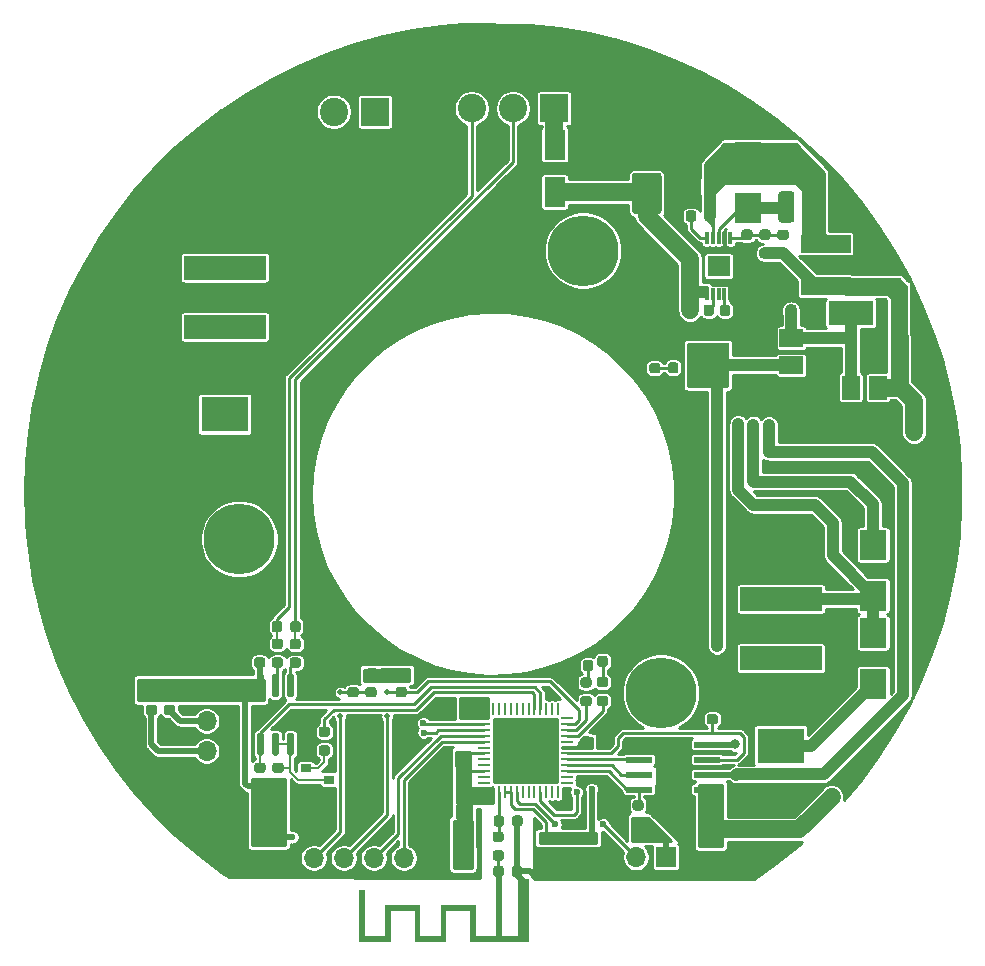
<source format=gtl>
G04 #@! TF.GenerationSoftware,KiCad,Pcbnew,(5.1.6)-1*
G04 #@! TF.CreationDate,2020-09-10T18:56:50+07:00*
G04 #@! TF.ProjectId,Kicad_Valve-hardware,4b696361-645f-4566-916c-76652d686172,rev?*
G04 #@! TF.SameCoordinates,Original*
G04 #@! TF.FileFunction,Copper,L1,Top*
G04 #@! TF.FilePolarity,Positive*
%FSLAX46Y46*%
G04 Gerber Fmt 4.6, Leading zero omitted, Abs format (unit mm)*
G04 Created by KiCad (PCBNEW (5.1.6)-1) date 2020-09-10 18:56:50*
%MOMM*%
%LPD*%
G01*
G04 APERTURE LIST*
G04 #@! TA.AperFunction,EtchedComponent*
%ADD10C,0.100000*%
G04 #@! TD*
G04 #@! TA.AperFunction,SMDPad,CuDef*
%ADD11R,2.400000X2.400000*%
G04 #@! TD*
G04 #@! TA.AperFunction,SMDPad,CuDef*
%ADD12R,1.200000X1.200000*%
G04 #@! TD*
G04 #@! TA.AperFunction,SMDPad,CuDef*
%ADD13R,1.000000X0.250000*%
G04 #@! TD*
G04 #@! TA.AperFunction,SMDPad,CuDef*
%ADD14R,0.250000X1.000000*%
G04 #@! TD*
G04 #@! TA.AperFunction,ViaPad*
%ADD15C,0.800000*%
G04 #@! TD*
G04 #@! TA.AperFunction,ComponentPad*
%ADD16O,1.700000X1.700000*%
G04 #@! TD*
G04 #@! TA.AperFunction,ComponentPad*
%ADD17R,1.700000X1.700000*%
G04 #@! TD*
G04 #@! TA.AperFunction,SMDPad,CuDef*
%ADD18R,2.300000X2.500000*%
G04 #@! TD*
G04 #@! TA.AperFunction,ComponentPad*
%ADD19C,6.000000*%
G04 #@! TD*
G04 #@! TA.AperFunction,ComponentPad*
%ADD20R,7.000000X2.000000*%
G04 #@! TD*
G04 #@! TA.AperFunction,ComponentPad*
%ADD21R,4.000000X3.000000*%
G04 #@! TD*
G04 #@! TA.AperFunction,SMDPad,CuDef*
%ADD22R,1.900000X1.730000*%
G04 #@! TD*
G04 #@! TA.AperFunction,SMDPad,CuDef*
%ADD23R,0.300000X1.020000*%
G04 #@! TD*
G04 #@! TA.AperFunction,SMDPad,CuDef*
%ADD24R,0.900000X0.800000*%
G04 #@! TD*
G04 #@! TA.AperFunction,ComponentPad*
%ADD25C,2.400000*%
G04 #@! TD*
G04 #@! TA.AperFunction,ComponentPad*
%ADD26R,2.400000X2.400000*%
G04 #@! TD*
G04 #@! TA.AperFunction,SMDPad,CuDef*
%ADD27R,1.800000X2.500000*%
G04 #@! TD*
G04 #@! TA.AperFunction,SMDPad,CuDef*
%ADD28R,1.500000X2.000000*%
G04 #@! TD*
G04 #@! TA.AperFunction,SMDPad,CuDef*
%ADD29R,3.800000X2.000000*%
G04 #@! TD*
G04 #@! TA.AperFunction,Conductor*
%ADD30R,0.500000X0.500000*%
G04 #@! TD*
G04 #@! TA.AperFunction,ViaPad*
%ADD31R,0.900000X0.500000*%
G04 #@! TD*
G04 #@! TA.AperFunction,SMDPad,CuDef*
%ADD32R,2.000000X1.500000*%
G04 #@! TD*
G04 #@! TA.AperFunction,SMDPad,CuDef*
%ADD33R,2.000000X3.800000*%
G04 #@! TD*
G04 #@! TA.AperFunction,SMDPad,CuDef*
%ADD34R,4.200000X1.500000*%
G04 #@! TD*
G04 #@! TA.AperFunction,ComponentPad*
%ADD35C,0.630000*%
G04 #@! TD*
G04 #@! TA.AperFunction,Conductor*
%ADD36R,2.950000X4.900000*%
G04 #@! TD*
G04 #@! TA.AperFunction,SMDPad,CuDef*
%ADD37R,2.200000X0.500000*%
G04 #@! TD*
G04 #@! TA.AperFunction,ViaPad*
%ADD38C,0.500000*%
G04 #@! TD*
G04 #@! TA.AperFunction,ViaPad*
%ADD39C,0.600000*%
G04 #@! TD*
G04 #@! TA.AperFunction,Conductor*
%ADD40C,0.249999*%
G04 #@! TD*
G04 #@! TA.AperFunction,Conductor*
%ADD41C,1.000000*%
G04 #@! TD*
G04 #@! TA.AperFunction,Conductor*
%ADD42C,0.200000*%
G04 #@! TD*
G04 #@! TA.AperFunction,Conductor*
%ADD43C,0.500000*%
G04 #@! TD*
G04 #@! TA.AperFunction,Conductor*
%ADD44C,1.500000*%
G04 #@! TD*
G04 #@! TA.AperFunction,Conductor*
%ADD45C,0.254000*%
G04 #@! TD*
G04 APERTURE END LIST*
D10*
G36*
X233042120Y-135352940D02*
G01*
X231042120Y-135352940D01*
X231042120Y-137992940D01*
X228342120Y-137992940D01*
X228342120Y-135352940D01*
X226342120Y-135352940D01*
X226342120Y-137992940D01*
X223642120Y-137992940D01*
X223642120Y-133552940D01*
X224142120Y-133552940D01*
X224142120Y-137492940D01*
X225842120Y-137492940D01*
X225842120Y-134852940D01*
X228842120Y-134852940D01*
X228842120Y-137492940D01*
X230542120Y-137492940D01*
X230542120Y-134852940D01*
X233542120Y-134852940D01*
X233542120Y-137492940D01*
X235242120Y-137492940D01*
X235242120Y-132592940D01*
X235742120Y-132592940D01*
X235742120Y-137492940D01*
X237142120Y-137492940D01*
X237142120Y-132592940D01*
X238042120Y-132592940D01*
X238042120Y-132836155D01*
X237739703Y-132836155D01*
X237729862Y-132788545D01*
X237705794Y-132746143D01*
X237667851Y-132713359D01*
X237659939Y-132709005D01*
X237617276Y-132696897D01*
X237568757Y-132697640D01*
X237523242Y-132710540D01*
X237504631Y-132721153D01*
X237470988Y-132756387D01*
X237450429Y-132801572D01*
X237443898Y-132851098D01*
X237452338Y-132899357D01*
X237469232Y-132931583D01*
X237504492Y-132964253D01*
X237549802Y-132984348D01*
X237599387Y-132990922D01*
X237647473Y-132983032D01*
X237680365Y-132966126D01*
X237715305Y-132929356D01*
X237734967Y-132884562D01*
X237739703Y-132836155D01*
X238042120Y-132836155D01*
X238042120Y-137992940D01*
X233042120Y-137992940D01*
X233042120Y-135352940D01*
G37*
G04 #@! TA.AperFunction,SMDPad,CuDef*
G36*
G01*
X243282120Y-120816690D02*
X243282120Y-121329190D01*
G75*
G02*
X243063370Y-121547940I-218750J0D01*
G01*
X242625870Y-121547940D01*
G75*
G02*
X242407120Y-121329190I0J218750D01*
G01*
X242407120Y-120816690D01*
G75*
G02*
X242625870Y-120597940I218750J0D01*
G01*
X243063370Y-120597940D01*
G75*
G02*
X243282120Y-120816690I0J-218750D01*
G01*
G37*
G04 #@! TD.AperFunction*
G04 #@! TA.AperFunction,SMDPad,CuDef*
G36*
G01*
X244857120Y-120816690D02*
X244857120Y-121329190D01*
G75*
G02*
X244638370Y-121547940I-218750J0D01*
G01*
X244200870Y-121547940D01*
G75*
G02*
X243982120Y-121329190I0J218750D01*
G01*
X243982120Y-120816690D01*
G75*
G02*
X244200870Y-120597940I218750J0D01*
G01*
X244638370Y-120597940D01*
G75*
G02*
X244857120Y-120816690I0J-218750D01*
G01*
G37*
G04 #@! TD.AperFunction*
D11*
X238642120Y-120842940D03*
X238642120Y-122642940D03*
X236842120Y-120842940D03*
X236842120Y-122642940D03*
D12*
X238339020Y-121146040D03*
X238339020Y-122339840D03*
X238339020Y-123533640D03*
X237145220Y-121146040D03*
X237145220Y-122339840D03*
X235951420Y-123533640D03*
X237145220Y-123533640D03*
X239532820Y-123533640D03*
X235951420Y-122339840D03*
X239532820Y-122339840D03*
X235951420Y-121146040D03*
X239532820Y-121146040D03*
X235951420Y-119952240D03*
X237145220Y-119952240D03*
X238339020Y-119952240D03*
X239532820Y-119952240D03*
D13*
X234242120Y-124492940D03*
X234242120Y-123992940D03*
X234242120Y-123492940D03*
X234242120Y-122992940D03*
X234242120Y-122492940D03*
X234242120Y-121992940D03*
X234242120Y-121492940D03*
X234242120Y-120992940D03*
X234242120Y-120492940D03*
X234242120Y-119992940D03*
X234242120Y-119492940D03*
X234242120Y-118992940D03*
D14*
X234992120Y-118242940D03*
X235492120Y-118242940D03*
X235992120Y-118242940D03*
X236492120Y-118242940D03*
X236992120Y-118242940D03*
X237492120Y-118242940D03*
X237992120Y-118242940D03*
X238492120Y-118242940D03*
X238992120Y-118242940D03*
X239492120Y-118242940D03*
X239992120Y-118242940D03*
X240492120Y-118242940D03*
D13*
X241242120Y-118992940D03*
X241242120Y-119492940D03*
X241242120Y-119992940D03*
X241242120Y-120492940D03*
X241242120Y-120992940D03*
X241242120Y-121492940D03*
X241242120Y-121992940D03*
X241242120Y-122492940D03*
X241242120Y-122992940D03*
X241242120Y-123492940D03*
X241242120Y-123992940D03*
X241242120Y-124492940D03*
D14*
X240492120Y-125242940D03*
X239992120Y-125242940D03*
X239492120Y-125242940D03*
X238992120Y-125242940D03*
X238492120Y-125242940D03*
X237992120Y-125242940D03*
X237492120Y-125242940D03*
X236992120Y-125242940D03*
X236492120Y-125242940D03*
X235992120Y-125242940D03*
X235492120Y-125242940D03*
X234992120Y-125242940D03*
D15*
X235951420Y-123533640D03*
X235942120Y-122342940D03*
X235951420Y-121146040D03*
X235951420Y-119942940D03*
X237151420Y-119942940D03*
X237151420Y-121146040D03*
X237142120Y-122342940D03*
X237151420Y-123533640D03*
X238351420Y-121146040D03*
X238351420Y-123533640D03*
X238342120Y-122342940D03*
X238351420Y-119942940D03*
X239542120Y-122342940D03*
X239551420Y-121146040D03*
X239551420Y-123533640D03*
X239551420Y-119942940D03*
G04 #@! TA.AperFunction,SMDPad,CuDef*
G36*
G01*
X231652120Y-117986690D02*
X231652120Y-118499190D01*
G75*
G02*
X231433370Y-118717940I-218750J0D01*
G01*
X230995870Y-118717940D01*
G75*
G02*
X230777120Y-118499190I0J218750D01*
G01*
X230777120Y-117986690D01*
G75*
G02*
X230995870Y-117767940I218750J0D01*
G01*
X231433370Y-117767940D01*
G75*
G02*
X231652120Y-117986690I0J-218750D01*
G01*
G37*
G04 #@! TD.AperFunction*
G04 #@! TA.AperFunction,SMDPad,CuDef*
G36*
G01*
X233227120Y-117986690D02*
X233227120Y-118499190D01*
G75*
G02*
X233008370Y-118717940I-218750J0D01*
G01*
X232570870Y-118717940D01*
G75*
G02*
X232352120Y-118499190I0J218750D01*
G01*
X232352120Y-117986690D01*
G75*
G02*
X232570870Y-117767940I218750J0D01*
G01*
X233008370Y-117767940D01*
G75*
G02*
X233227120Y-117986690I0J-218750D01*
G01*
G37*
G04 #@! TD.AperFunction*
D16*
X210732120Y-124332940D03*
X210732120Y-121792940D03*
X210732120Y-119252940D03*
D17*
X210732120Y-116712940D03*
D18*
X267162120Y-116092940D03*
X267162120Y-111792940D03*
D19*
X213506349Y-103853200D03*
X249215688Y-116849786D03*
X242617057Y-79427091D03*
D20*
X212282120Y-85882940D03*
D21*
X212282120Y-93282940D03*
D20*
X212282120Y-80882940D03*
X259352120Y-113922940D03*
D21*
X259352120Y-121322940D03*
D20*
X259352120Y-108922940D03*
D22*
X254082120Y-80732940D03*
D23*
X253082120Y-78332940D03*
X253582120Y-78332940D03*
X254082120Y-78332940D03*
X254582120Y-78332940D03*
X255082120Y-78332940D03*
X255082120Y-83132940D03*
X254582120Y-83132940D03*
X254082120Y-83132940D03*
X253582120Y-83132940D03*
X253082120Y-83132940D03*
D24*
X221126080Y-124216140D03*
X219126080Y-125166140D03*
X219126080Y-123266140D03*
D25*
X221502120Y-67652940D03*
D26*
X225002120Y-67652940D03*
G04 #@! TA.AperFunction,SMDPad,CuDef*
G36*
G01*
X267695840Y-80327200D02*
X266445840Y-80327200D01*
G75*
G02*
X266195840Y-80077200I0J250000D01*
G01*
X266195840Y-79327200D01*
G75*
G02*
X266445840Y-79077200I250000J0D01*
G01*
X267695840Y-79077200D01*
G75*
G02*
X267945840Y-79327200I0J-250000D01*
G01*
X267945840Y-80077200D01*
G75*
G02*
X267695840Y-80327200I-250000J0D01*
G01*
G37*
G04 #@! TD.AperFunction*
G04 #@! TA.AperFunction,SMDPad,CuDef*
G36*
G01*
X267695840Y-83127200D02*
X266445840Y-83127200D01*
G75*
G02*
X266195840Y-82877200I0J250000D01*
G01*
X266195840Y-82127200D01*
G75*
G02*
X266445840Y-81877200I250000J0D01*
G01*
X267695840Y-81877200D01*
G75*
G02*
X267945840Y-82127200I0J-250000D01*
G01*
X267945840Y-82877200D01*
G75*
G02*
X267695840Y-83127200I-250000J0D01*
G01*
G37*
G04 #@! TD.AperFunction*
D25*
X229672120Y-67372940D03*
X233172120Y-67372940D03*
X236672120Y-67372940D03*
D26*
X240172120Y-67372940D03*
D27*
X240222120Y-70462940D03*
X240222120Y-74462940D03*
G04 #@! TA.AperFunction,SMDPad,CuDef*
G36*
G01*
X220445950Y-121300400D02*
X220958450Y-121300400D01*
G75*
G02*
X221177200Y-121519150I0J-218750D01*
G01*
X221177200Y-121956650D01*
G75*
G02*
X220958450Y-122175400I-218750J0D01*
G01*
X220445950Y-122175400D01*
G75*
G02*
X220227200Y-121956650I0J218750D01*
G01*
X220227200Y-121519150D01*
G75*
G02*
X220445950Y-121300400I218750J0D01*
G01*
G37*
G04 #@! TD.AperFunction*
G04 #@! TA.AperFunction,SMDPad,CuDef*
G36*
G01*
X220445950Y-119725400D02*
X220958450Y-119725400D01*
G75*
G02*
X221177200Y-119944150I0J-218750D01*
G01*
X221177200Y-120381650D01*
G75*
G02*
X220958450Y-120600400I-218750J0D01*
G01*
X220445950Y-120600400D01*
G75*
G02*
X220227200Y-120381650I0J218750D01*
G01*
X220227200Y-119944150D01*
G75*
G02*
X220445950Y-119725400I218750J0D01*
G01*
G37*
G04 #@! TD.AperFunction*
G04 #@! TA.AperFunction,SMDPad,CuDef*
G36*
G01*
X205812950Y-117894900D02*
X206325450Y-117894900D01*
G75*
G02*
X206544200Y-118113650I0J-218750D01*
G01*
X206544200Y-118551150D01*
G75*
G02*
X206325450Y-118769900I-218750J0D01*
G01*
X205812950Y-118769900D01*
G75*
G02*
X205594200Y-118551150I0J218750D01*
G01*
X205594200Y-118113650D01*
G75*
G02*
X205812950Y-117894900I218750J0D01*
G01*
G37*
G04 #@! TD.AperFunction*
G04 #@! TA.AperFunction,SMDPad,CuDef*
G36*
G01*
X205812950Y-116319900D02*
X206325450Y-116319900D01*
G75*
G02*
X206544200Y-116538650I0J-218750D01*
G01*
X206544200Y-116976150D01*
G75*
G02*
X206325450Y-117194900I-218750J0D01*
G01*
X205812950Y-117194900D01*
G75*
G02*
X205594200Y-116976150I0J218750D01*
G01*
X205594200Y-116538650D01*
G75*
G02*
X205812950Y-116319900I218750J0D01*
G01*
G37*
G04 #@! TD.AperFunction*
G04 #@! TA.AperFunction,SMDPad,CuDef*
G36*
G01*
X207332950Y-117894900D02*
X207845450Y-117894900D01*
G75*
G02*
X208064200Y-118113650I0J-218750D01*
G01*
X208064200Y-118551150D01*
G75*
G02*
X207845450Y-118769900I-218750J0D01*
G01*
X207332950Y-118769900D01*
G75*
G02*
X207114200Y-118551150I0J218750D01*
G01*
X207114200Y-118113650D01*
G75*
G02*
X207332950Y-117894900I218750J0D01*
G01*
G37*
G04 #@! TD.AperFunction*
G04 #@! TA.AperFunction,SMDPad,CuDef*
G36*
G01*
X207332950Y-116319900D02*
X207845450Y-116319900D01*
G75*
G02*
X208064200Y-116538650I0J-218750D01*
G01*
X208064200Y-116976150D01*
G75*
G02*
X207845450Y-117194900I-218750J0D01*
G01*
X207332950Y-117194900D01*
G75*
G02*
X207114200Y-116976150I0J218750D01*
G01*
X207114200Y-116538650D01*
G75*
G02*
X207332950Y-116319900I218750J0D01*
G01*
G37*
G04 #@! TD.AperFunction*
D16*
X244552120Y-130782940D03*
X247092120Y-130782940D03*
D17*
X249632120Y-130782940D03*
G04 #@! TA.AperFunction,SMDPad,CuDef*
G36*
G01*
X259793450Y-78516900D02*
X259280950Y-78516900D01*
G75*
G02*
X259062200Y-78298150I0J218750D01*
G01*
X259062200Y-77860650D01*
G75*
G02*
X259280950Y-77641900I218750J0D01*
G01*
X259793450Y-77641900D01*
G75*
G02*
X260012200Y-77860650I0J-218750D01*
G01*
X260012200Y-78298150D01*
G75*
G02*
X259793450Y-78516900I-218750J0D01*
G01*
G37*
G04 #@! TD.AperFunction*
G04 #@! TA.AperFunction,SMDPad,CuDef*
G36*
G01*
X259793450Y-80091900D02*
X259280950Y-80091900D01*
G75*
G02*
X259062200Y-79873150I0J218750D01*
G01*
X259062200Y-79435650D01*
G75*
G02*
X259280950Y-79216900I218750J0D01*
G01*
X259793450Y-79216900D01*
G75*
G02*
X260012200Y-79435650I0J-218750D01*
G01*
X260012200Y-79873150D01*
G75*
G02*
X259793450Y-80091900I-218750J0D01*
G01*
G37*
G04 #@! TD.AperFunction*
G04 #@! TA.AperFunction,SMDPad,CuDef*
G36*
G01*
X250685920Y-89090790D02*
X250685920Y-89603290D01*
G75*
G02*
X250467170Y-89822040I-218750J0D01*
G01*
X250029670Y-89822040D01*
G75*
G02*
X249810920Y-89603290I0J218750D01*
G01*
X249810920Y-89090790D01*
G75*
G02*
X250029670Y-88872040I218750J0D01*
G01*
X250467170Y-88872040D01*
G75*
G02*
X250685920Y-89090790I0J-218750D01*
G01*
G37*
G04 #@! TD.AperFunction*
G04 #@! TA.AperFunction,SMDPad,CuDef*
G36*
G01*
X252260920Y-89090790D02*
X252260920Y-89603290D01*
G75*
G02*
X252042170Y-89822040I-218750J0D01*
G01*
X251604670Y-89822040D01*
G75*
G02*
X251385920Y-89603290I0J218750D01*
G01*
X251385920Y-89090790D01*
G75*
G02*
X251604670Y-88872040I218750J0D01*
G01*
X252042170Y-88872040D01*
G75*
G02*
X252260920Y-89090790I0J-218750D01*
G01*
G37*
G04 #@! TD.AperFunction*
G04 #@! TA.AperFunction,SMDPad,CuDef*
G36*
G01*
X248430070Y-88935040D02*
X248942570Y-88935040D01*
G75*
G02*
X249161320Y-89153790I0J-218750D01*
G01*
X249161320Y-89591290D01*
G75*
G02*
X248942570Y-89810040I-218750J0D01*
G01*
X248430070Y-89810040D01*
G75*
G02*
X248211320Y-89591290I0J218750D01*
G01*
X248211320Y-89153790D01*
G75*
G02*
X248430070Y-88935040I218750J0D01*
G01*
G37*
G04 #@! TD.AperFunction*
G04 #@! TA.AperFunction,SMDPad,CuDef*
G36*
G01*
X248430070Y-87360040D02*
X248942570Y-87360040D01*
G75*
G02*
X249161320Y-87578790I0J-218750D01*
G01*
X249161320Y-88016290D01*
G75*
G02*
X248942570Y-88235040I-218750J0D01*
G01*
X248430070Y-88235040D01*
G75*
G02*
X248211320Y-88016290I0J218750D01*
G01*
X248211320Y-87578790D01*
G75*
G02*
X248430070Y-87360040I218750J0D01*
G01*
G37*
G04 #@! TD.AperFunction*
G04 #@! TA.AperFunction,SMDPad,CuDef*
G36*
G01*
X263652200Y-76792401D02*
X263652200Y-74642399D01*
G75*
G02*
X263902199Y-74392400I249999J0D01*
G01*
X264752201Y-74392400D01*
G75*
G02*
X265002200Y-74642399I0J-249999D01*
G01*
X265002200Y-76792401D01*
G75*
G02*
X264752201Y-77042400I-249999J0D01*
G01*
X263902199Y-77042400D01*
G75*
G02*
X263652200Y-76792401I0J249999D01*
G01*
G37*
G04 #@! TD.AperFunction*
G04 #@! TA.AperFunction,SMDPad,CuDef*
G36*
G01*
X259152200Y-76792401D02*
X259152200Y-74642399D01*
G75*
G02*
X259402199Y-74392400I249999J0D01*
G01*
X260252201Y-74392400D01*
G75*
G02*
X260502200Y-74642399I0J-249999D01*
G01*
X260502200Y-76792401D01*
G75*
G02*
X260252201Y-77042400I-249999J0D01*
G01*
X259402199Y-77042400D01*
G75*
G02*
X259152200Y-76792401I0J249999D01*
G01*
G37*
G04 #@! TD.AperFunction*
G04 #@! TA.AperFunction,SMDPad,CuDef*
G36*
G01*
X251220620Y-81604830D02*
X251220620Y-81092330D01*
G75*
G02*
X251439370Y-80873580I218750J0D01*
G01*
X251876870Y-80873580D01*
G75*
G02*
X252095620Y-81092330I0J-218750D01*
G01*
X252095620Y-81604830D01*
G75*
G02*
X251876870Y-81823580I-218750J0D01*
G01*
X251439370Y-81823580D01*
G75*
G02*
X251220620Y-81604830I0J218750D01*
G01*
G37*
G04 #@! TD.AperFunction*
G04 #@! TA.AperFunction,SMDPad,CuDef*
G36*
G01*
X249645620Y-81604830D02*
X249645620Y-81092330D01*
G75*
G02*
X249864370Y-80873580I218750J0D01*
G01*
X250301870Y-80873580D01*
G75*
G02*
X250520620Y-81092330I0J-218750D01*
G01*
X250520620Y-81604830D01*
G75*
G02*
X250301870Y-81823580I-218750J0D01*
G01*
X249864370Y-81823580D01*
G75*
G02*
X249645620Y-81604830I0J218750D01*
G01*
G37*
G04 #@! TD.AperFunction*
D28*
X262977600Y-91034000D03*
X267577600Y-91034000D03*
X265277600Y-91034000D03*
D29*
X265277600Y-84734000D03*
G04 #@! TA.AperFunction,SMDPad,CuDef*
G36*
G01*
X249005600Y-69823200D02*
X247005600Y-69823200D01*
G75*
G02*
X246755600Y-69573200I0J250000D01*
G01*
X246755600Y-66573200D01*
G75*
G02*
X247005600Y-66323200I250000J0D01*
G01*
X249005600Y-66323200D01*
G75*
G02*
X249255600Y-66573200I0J-250000D01*
G01*
X249255600Y-69573200D01*
G75*
G02*
X249005600Y-69823200I-250000J0D01*
G01*
G37*
G04 #@! TD.AperFunction*
G04 #@! TA.AperFunction,SMDPad,CuDef*
G36*
G01*
X249005600Y-76323200D02*
X247005600Y-76323200D01*
G75*
G02*
X246755600Y-76073200I0J250000D01*
G01*
X246755600Y-73073200D01*
G75*
G02*
X247005600Y-72823200I250000J0D01*
G01*
X249005600Y-72823200D01*
G75*
G02*
X249255600Y-73073200I0J-250000D01*
G01*
X249255600Y-76073200D01*
G75*
G02*
X249005600Y-76323200I-250000J0D01*
G01*
G37*
G04 #@! TD.AperFunction*
G04 #@! TA.AperFunction,SMDPad,CuDef*
G36*
G01*
X242605870Y-117122940D02*
X243118370Y-117122940D01*
G75*
G02*
X243337120Y-117341690I0J-218750D01*
G01*
X243337120Y-117779190D01*
G75*
G02*
X243118370Y-117997940I-218750J0D01*
G01*
X242605870Y-117997940D01*
G75*
G02*
X242387120Y-117779190I0J218750D01*
G01*
X242387120Y-117341690D01*
G75*
G02*
X242605870Y-117122940I218750J0D01*
G01*
G37*
G04 #@! TD.AperFunction*
G04 #@! TA.AperFunction,SMDPad,CuDef*
G36*
G01*
X242605870Y-115547940D02*
X243118370Y-115547940D01*
G75*
G02*
X243337120Y-115766690I0J-218750D01*
G01*
X243337120Y-116204190D01*
G75*
G02*
X243118370Y-116422940I-218750J0D01*
G01*
X242605870Y-116422940D01*
G75*
G02*
X242387120Y-116204190I0J218750D01*
G01*
X242387120Y-115766690D01*
G75*
G02*
X242605870Y-115547940I218750J0D01*
G01*
G37*
G04 #@! TD.AperFunction*
G04 #@! TA.AperFunction,SMDPad,CuDef*
G36*
G01*
X244518370Y-116402940D02*
X244005870Y-116402940D01*
G75*
G02*
X243787120Y-116184190I0J218750D01*
G01*
X243787120Y-115746690D01*
G75*
G02*
X244005870Y-115527940I218750J0D01*
G01*
X244518370Y-115527940D01*
G75*
G02*
X244737120Y-115746690I0J-218750D01*
G01*
X244737120Y-116184190D01*
G75*
G02*
X244518370Y-116402940I-218750J0D01*
G01*
G37*
G04 #@! TD.AperFunction*
G04 #@! TA.AperFunction,SMDPad,CuDef*
G36*
G01*
X244518370Y-117977940D02*
X244005870Y-117977940D01*
G75*
G02*
X243787120Y-117759190I0J218750D01*
G01*
X243787120Y-117321690D01*
G75*
G02*
X244005870Y-117102940I218750J0D01*
G01*
X244518370Y-117102940D01*
G75*
G02*
X244737120Y-117321690I0J-218750D01*
G01*
X244737120Y-117759190D01*
G75*
G02*
X244518370Y-117977940I-218750J0D01*
G01*
G37*
G04 #@! TD.AperFunction*
G04 #@! TA.AperFunction,SMDPad,CuDef*
G36*
G01*
X242604620Y-114809190D02*
X242604620Y-114296690D01*
G75*
G02*
X242823370Y-114077940I218750J0D01*
G01*
X243260870Y-114077940D01*
G75*
G02*
X243479620Y-114296690I0J-218750D01*
G01*
X243479620Y-114809190D01*
G75*
G02*
X243260870Y-115027940I-218750J0D01*
G01*
X242823370Y-115027940D01*
G75*
G02*
X242604620Y-114809190I0J218750D01*
G01*
G37*
G04 #@! TD.AperFunction*
G04 #@! TA.AperFunction,SMDPad,CuDef*
G36*
G01*
X241029620Y-114809190D02*
X241029620Y-114296690D01*
G75*
G02*
X241248370Y-114077940I218750J0D01*
G01*
X241685870Y-114077940D01*
G75*
G02*
X241904620Y-114296690I0J-218750D01*
G01*
X241904620Y-114809190D01*
G75*
G02*
X241685870Y-115027940I-218750J0D01*
G01*
X241248370Y-115027940D01*
G75*
G02*
X241029620Y-114809190I0J218750D01*
G01*
G37*
G04 #@! TD.AperFunction*
G04 #@! TA.AperFunction,SMDPad,CuDef*
G36*
G01*
X244702120Y-113944690D02*
X244702120Y-114457190D01*
G75*
G02*
X244483370Y-114675940I-218750J0D01*
G01*
X244045870Y-114675940D01*
G75*
G02*
X243827120Y-114457190I0J218750D01*
G01*
X243827120Y-113944690D01*
G75*
G02*
X244045870Y-113725940I218750J0D01*
G01*
X244483370Y-113725940D01*
G75*
G02*
X244702120Y-113944690I0J-218750D01*
G01*
G37*
G04 #@! TD.AperFunction*
G04 #@! TA.AperFunction,SMDPad,CuDef*
G36*
G01*
X246277120Y-113944690D02*
X246277120Y-114457190D01*
G75*
G02*
X246058370Y-114675940I-218750J0D01*
G01*
X245620870Y-114675940D01*
G75*
G02*
X245402120Y-114457190I0J218750D01*
G01*
X245402120Y-113944690D01*
G75*
G02*
X245620870Y-113725940I218750J0D01*
G01*
X246058370Y-113725940D01*
G75*
G02*
X246277120Y-113944690I0J-218750D01*
G01*
G37*
G04 #@! TD.AperFunction*
D16*
X219812120Y-130852940D03*
X222352120Y-130852940D03*
X224892120Y-130852940D03*
X227432120Y-130852940D03*
X229972120Y-130852940D03*
D17*
X232512120Y-130852940D03*
D30*
X235492120Y-132842940D03*
D31*
X237592120Y-132842940D03*
D32*
X260248400Y-91428600D03*
X260248400Y-86828600D03*
X260248400Y-89128600D03*
D33*
X253948400Y-89128600D03*
G04 #@! TA.AperFunction,SMDPad,CuDef*
G36*
G01*
X251934900Y-128532950D02*
X251934900Y-129045450D01*
G75*
G02*
X251716150Y-129264200I-218750J0D01*
G01*
X251278650Y-129264200D01*
G75*
G02*
X251059900Y-129045450I0J218750D01*
G01*
X251059900Y-128532950D01*
G75*
G02*
X251278650Y-128314200I218750J0D01*
G01*
X251716150Y-128314200D01*
G75*
G02*
X251934900Y-128532950I0J-218750D01*
G01*
G37*
G04 #@! TD.AperFunction*
G04 #@! TA.AperFunction,SMDPad,CuDef*
G36*
G01*
X253509900Y-128532950D02*
X253509900Y-129045450D01*
G75*
G02*
X253291150Y-129264200I-218750J0D01*
G01*
X252853650Y-129264200D01*
G75*
G02*
X252634900Y-129045450I0J218750D01*
G01*
X252634900Y-128532950D01*
G75*
G02*
X252853650Y-128314200I218750J0D01*
G01*
X253291150Y-128314200D01*
G75*
G02*
X253509900Y-128532950I0J-218750D01*
G01*
G37*
G04 #@! TD.AperFunction*
G04 #@! TA.AperFunction,SMDPad,CuDef*
G36*
G01*
X239209870Y-130326940D02*
X239722370Y-130326940D01*
G75*
G02*
X239941120Y-130545690I0J-218750D01*
G01*
X239941120Y-130983190D01*
G75*
G02*
X239722370Y-131201940I-218750J0D01*
G01*
X239209870Y-131201940D01*
G75*
G02*
X238991120Y-130983190I0J218750D01*
G01*
X238991120Y-130545690D01*
G75*
G02*
X239209870Y-130326940I218750J0D01*
G01*
G37*
G04 #@! TD.AperFunction*
G04 #@! TA.AperFunction,SMDPad,CuDef*
G36*
G01*
X239209870Y-128751940D02*
X239722370Y-128751940D01*
G75*
G02*
X239941120Y-128970690I0J-218750D01*
G01*
X239941120Y-129408190D01*
G75*
G02*
X239722370Y-129626940I-218750J0D01*
G01*
X239209870Y-129626940D01*
G75*
G02*
X238991120Y-129408190I0J218750D01*
G01*
X238991120Y-128970690D01*
G75*
G02*
X239209870Y-128751940I218750J0D01*
G01*
G37*
G04 #@! TD.AperFunction*
G04 #@! TA.AperFunction,SMDPad,CuDef*
G36*
G01*
X235678370Y-129495440D02*
X235165870Y-129495440D01*
G75*
G02*
X234947120Y-129276690I0J218750D01*
G01*
X234947120Y-128839190D01*
G75*
G02*
X235165870Y-128620440I218750J0D01*
G01*
X235678370Y-128620440D01*
G75*
G02*
X235897120Y-128839190I0J-218750D01*
G01*
X235897120Y-129276690D01*
G75*
G02*
X235678370Y-129495440I-218750J0D01*
G01*
G37*
G04 #@! TD.AperFunction*
G04 #@! TA.AperFunction,SMDPad,CuDef*
G36*
G01*
X235678370Y-131070440D02*
X235165870Y-131070440D01*
G75*
G02*
X234947120Y-130851690I0J218750D01*
G01*
X234947120Y-130414190D01*
G75*
G02*
X235165870Y-130195440I218750J0D01*
G01*
X235678370Y-130195440D01*
G75*
G02*
X235897120Y-130414190I0J-218750D01*
G01*
X235897120Y-130851690D01*
G75*
G02*
X235678370Y-131070440I-218750J0D01*
G01*
G37*
G04 #@! TD.AperFunction*
G04 #@! TA.AperFunction,SMDPad,CuDef*
G36*
G01*
X258269450Y-78504400D02*
X257756950Y-78504400D01*
G75*
G02*
X257538200Y-78285650I0J218750D01*
G01*
X257538200Y-77848150D01*
G75*
G02*
X257756950Y-77629400I218750J0D01*
G01*
X258269450Y-77629400D01*
G75*
G02*
X258488200Y-77848150I0J-218750D01*
G01*
X258488200Y-78285650D01*
G75*
G02*
X258269450Y-78504400I-218750J0D01*
G01*
G37*
G04 #@! TD.AperFunction*
G04 #@! TA.AperFunction,SMDPad,CuDef*
G36*
G01*
X258269450Y-80079400D02*
X257756950Y-80079400D01*
G75*
G02*
X257538200Y-79860650I0J218750D01*
G01*
X257538200Y-79423150D01*
G75*
G02*
X257756950Y-79204400I218750J0D01*
G01*
X258269450Y-79204400D01*
G75*
G02*
X258488200Y-79423150I0J-218750D01*
G01*
X258488200Y-79860650D01*
G75*
G02*
X258269450Y-80079400I-218750J0D01*
G01*
G37*
G04 #@! TD.AperFunction*
G04 #@! TA.AperFunction,SMDPad,CuDef*
G36*
G01*
X256232950Y-79204400D02*
X256745450Y-79204400D01*
G75*
G02*
X256964200Y-79423150I0J-218750D01*
G01*
X256964200Y-79860650D01*
G75*
G02*
X256745450Y-80079400I-218750J0D01*
G01*
X256232950Y-80079400D01*
G75*
G02*
X256014200Y-79860650I0J218750D01*
G01*
X256014200Y-79423150D01*
G75*
G02*
X256232950Y-79204400I218750J0D01*
G01*
G37*
G04 #@! TD.AperFunction*
G04 #@! TA.AperFunction,SMDPad,CuDef*
G36*
G01*
X256232950Y-77629400D02*
X256745450Y-77629400D01*
G75*
G02*
X256964200Y-77848150I0J-218750D01*
G01*
X256964200Y-78285650D01*
G75*
G02*
X256745450Y-78504400I-218750J0D01*
G01*
X256232950Y-78504400D01*
G75*
G02*
X256014200Y-78285650I0J218750D01*
G01*
X256014200Y-77848150D01*
G75*
G02*
X256232950Y-77629400I218750J0D01*
G01*
G37*
G04 #@! TD.AperFunction*
G04 #@! TA.AperFunction,SMDPad,CuDef*
G36*
G01*
X215508450Y-123637900D02*
X214995950Y-123637900D01*
G75*
G02*
X214777200Y-123419150I0J218750D01*
G01*
X214777200Y-122981650D01*
G75*
G02*
X214995950Y-122762900I218750J0D01*
G01*
X215508450Y-122762900D01*
G75*
G02*
X215727200Y-122981650I0J-218750D01*
G01*
X215727200Y-123419150D01*
G75*
G02*
X215508450Y-123637900I-218750J0D01*
G01*
G37*
G04 #@! TD.AperFunction*
G04 #@! TA.AperFunction,SMDPad,CuDef*
G36*
G01*
X215508450Y-125212900D02*
X214995950Y-125212900D01*
G75*
G02*
X214777200Y-124994150I0J218750D01*
G01*
X214777200Y-124556650D01*
G75*
G02*
X214995950Y-124337900I218750J0D01*
G01*
X215508450Y-124337900D01*
G75*
G02*
X215727200Y-124556650I0J-218750D01*
G01*
X215727200Y-124994150D01*
G75*
G02*
X215508450Y-125212900I-218750J0D01*
G01*
G37*
G04 #@! TD.AperFunction*
G04 #@! TA.AperFunction,SMDPad,CuDef*
G36*
G01*
X216520950Y-124350400D02*
X217033450Y-124350400D01*
G75*
G02*
X217252200Y-124569150I0J-218750D01*
G01*
X217252200Y-125006650D01*
G75*
G02*
X217033450Y-125225400I-218750J0D01*
G01*
X216520950Y-125225400D01*
G75*
G02*
X216302200Y-125006650I0J218750D01*
G01*
X216302200Y-124569150D01*
G75*
G02*
X216520950Y-124350400I218750J0D01*
G01*
G37*
G04 #@! TD.AperFunction*
G04 #@! TA.AperFunction,SMDPad,CuDef*
G36*
G01*
X216520950Y-122775400D02*
X217033450Y-122775400D01*
G75*
G02*
X217252200Y-122994150I0J-218750D01*
G01*
X217252200Y-123431650D01*
G75*
G02*
X217033450Y-123650400I-218750J0D01*
G01*
X216520950Y-123650400D01*
G75*
G02*
X216302200Y-123431650I0J218750D01*
G01*
X216302200Y-122994150D01*
G75*
G02*
X216520950Y-122775400I218750J0D01*
G01*
G37*
G04 #@! TD.AperFunction*
G04 #@! TA.AperFunction,SMDPad,CuDef*
G36*
G01*
X217121580Y-111000290D02*
X217121580Y-111512790D01*
G75*
G02*
X216902830Y-111731540I-218750J0D01*
G01*
X216465330Y-111731540D01*
G75*
G02*
X216246580Y-111512790I0J218750D01*
G01*
X216246580Y-111000290D01*
G75*
G02*
X216465330Y-110781540I218750J0D01*
G01*
X216902830Y-110781540D01*
G75*
G02*
X217121580Y-111000290I0J-218750D01*
G01*
G37*
G04 #@! TD.AperFunction*
G04 #@! TA.AperFunction,SMDPad,CuDef*
G36*
G01*
X218696580Y-111000290D02*
X218696580Y-111512790D01*
G75*
G02*
X218477830Y-111731540I-218750J0D01*
G01*
X218040330Y-111731540D01*
G75*
G02*
X217821580Y-111512790I0J218750D01*
G01*
X217821580Y-111000290D01*
G75*
G02*
X218040330Y-110781540I218750J0D01*
G01*
X218477830Y-110781540D01*
G75*
G02*
X218696580Y-111000290I0J-218750D01*
G01*
G37*
G04 #@! TD.AperFunction*
G04 #@! TA.AperFunction,SMDPad,CuDef*
G36*
G01*
X217977330Y-113867040D02*
X218489830Y-113867040D01*
G75*
G02*
X218708580Y-114085790I0J-218750D01*
G01*
X218708580Y-114523290D01*
G75*
G02*
X218489830Y-114742040I-218750J0D01*
G01*
X217977330Y-114742040D01*
G75*
G02*
X217758580Y-114523290I0J218750D01*
G01*
X217758580Y-114085790D01*
G75*
G02*
X217977330Y-113867040I218750J0D01*
G01*
G37*
G04 #@! TD.AperFunction*
G04 #@! TA.AperFunction,SMDPad,CuDef*
G36*
G01*
X217977330Y-112292040D02*
X218489830Y-112292040D01*
G75*
G02*
X218708580Y-112510790I0J-218750D01*
G01*
X218708580Y-112948290D01*
G75*
G02*
X218489830Y-113167040I-218750J0D01*
G01*
X217977330Y-113167040D01*
G75*
G02*
X217758580Y-112948290I0J218750D01*
G01*
X217758580Y-112510790D01*
G75*
G02*
X217977330Y-112292040I218750J0D01*
G01*
G37*
G04 #@! TD.AperFunction*
G04 #@! TA.AperFunction,SMDPad,CuDef*
G36*
G01*
X216466030Y-113854340D02*
X216978530Y-113854340D01*
G75*
G02*
X217197280Y-114073090I0J-218750D01*
G01*
X217197280Y-114510590D01*
G75*
G02*
X216978530Y-114729340I-218750J0D01*
G01*
X216466030Y-114729340D01*
G75*
G02*
X216247280Y-114510590I0J218750D01*
G01*
X216247280Y-114073090D01*
G75*
G02*
X216466030Y-113854340I218750J0D01*
G01*
G37*
G04 #@! TD.AperFunction*
G04 #@! TA.AperFunction,SMDPad,CuDef*
G36*
G01*
X216466030Y-112279340D02*
X216978530Y-112279340D01*
G75*
G02*
X217197280Y-112498090I0J-218750D01*
G01*
X217197280Y-112935590D01*
G75*
G02*
X216978530Y-113154340I-218750J0D01*
G01*
X216466030Y-113154340D01*
G75*
G02*
X216247280Y-112935590I0J218750D01*
G01*
X216247280Y-112498090D01*
G75*
G02*
X216466030Y-112279340I218750J0D01*
G01*
G37*
G04 #@! TD.AperFunction*
G04 #@! TA.AperFunction,SMDPad,CuDef*
G36*
G01*
X247518370Y-126832940D02*
X247005870Y-126832940D01*
G75*
G02*
X246787120Y-126614190I0J218750D01*
G01*
X246787120Y-126176690D01*
G75*
G02*
X247005870Y-125957940I218750J0D01*
G01*
X247518370Y-125957940D01*
G75*
G02*
X247737120Y-126176690I0J-218750D01*
G01*
X247737120Y-126614190D01*
G75*
G02*
X247518370Y-126832940I-218750J0D01*
G01*
G37*
G04 #@! TD.AperFunction*
G04 #@! TA.AperFunction,SMDPad,CuDef*
G36*
G01*
X247518370Y-128407940D02*
X247005870Y-128407940D01*
G75*
G02*
X246787120Y-128189190I0J218750D01*
G01*
X246787120Y-127751690D01*
G75*
G02*
X247005870Y-127532940I218750J0D01*
G01*
X247518370Y-127532940D01*
G75*
G02*
X247737120Y-127751690I0J-218750D01*
G01*
X247737120Y-128189190D01*
G75*
G02*
X247518370Y-128407940I-218750J0D01*
G01*
G37*
G04 #@! TD.AperFunction*
G04 #@! TA.AperFunction,SMDPad,CuDef*
G36*
G01*
X253295870Y-118662940D02*
X253808370Y-118662940D01*
G75*
G02*
X254027120Y-118881690I0J-218750D01*
G01*
X254027120Y-119319190D01*
G75*
G02*
X253808370Y-119537940I-218750J0D01*
G01*
X253295870Y-119537940D01*
G75*
G02*
X253077120Y-119319190I0J218750D01*
G01*
X253077120Y-118881690D01*
G75*
G02*
X253295870Y-118662940I218750J0D01*
G01*
G37*
G04 #@! TD.AperFunction*
G04 #@! TA.AperFunction,SMDPad,CuDef*
G36*
G01*
X253295870Y-117087940D02*
X253808370Y-117087940D01*
G75*
G02*
X254027120Y-117306690I0J-218750D01*
G01*
X254027120Y-117744190D01*
G75*
G02*
X253808370Y-117962940I-218750J0D01*
G01*
X253295870Y-117962940D01*
G75*
G02*
X253077120Y-117744190I0J218750D01*
G01*
X253077120Y-117306690D01*
G75*
G02*
X253295870Y-117087940I218750J0D01*
G01*
G37*
G04 #@! TD.AperFunction*
G04 #@! TA.AperFunction,SMDPad,CuDef*
G36*
G01*
X226955870Y-116362940D02*
X227468370Y-116362940D01*
G75*
G02*
X227687120Y-116581690I0J-218750D01*
G01*
X227687120Y-117019190D01*
G75*
G02*
X227468370Y-117237940I-218750J0D01*
G01*
X226955870Y-117237940D01*
G75*
G02*
X226737120Y-117019190I0J218750D01*
G01*
X226737120Y-116581690D01*
G75*
G02*
X226955870Y-116362940I218750J0D01*
G01*
G37*
G04 #@! TD.AperFunction*
G04 #@! TA.AperFunction,SMDPad,CuDef*
G36*
G01*
X226955870Y-114787940D02*
X227468370Y-114787940D01*
G75*
G02*
X227687120Y-115006690I0J-218750D01*
G01*
X227687120Y-115444190D01*
G75*
G02*
X227468370Y-115662940I-218750J0D01*
G01*
X226955870Y-115662940D01*
G75*
G02*
X226737120Y-115444190I0J218750D01*
G01*
X226737120Y-115006690D01*
G75*
G02*
X226955870Y-114787940I218750J0D01*
G01*
G37*
G04 #@! TD.AperFunction*
G04 #@! TA.AperFunction,SMDPad,CuDef*
G36*
G01*
X224390950Y-116372900D02*
X224903450Y-116372900D01*
G75*
G02*
X225122200Y-116591650I0J-218750D01*
G01*
X225122200Y-117029150D01*
G75*
G02*
X224903450Y-117247900I-218750J0D01*
G01*
X224390950Y-117247900D01*
G75*
G02*
X224172200Y-117029150I0J218750D01*
G01*
X224172200Y-116591650D01*
G75*
G02*
X224390950Y-116372900I218750J0D01*
G01*
G37*
G04 #@! TD.AperFunction*
G04 #@! TA.AperFunction,SMDPad,CuDef*
G36*
G01*
X224390950Y-114797900D02*
X224903450Y-114797900D01*
G75*
G02*
X225122200Y-115016650I0J-218750D01*
G01*
X225122200Y-115454150D01*
G75*
G02*
X224903450Y-115672900I-218750J0D01*
G01*
X224390950Y-115672900D01*
G75*
G02*
X224172200Y-115454150I0J218750D01*
G01*
X224172200Y-115016650D01*
G75*
G02*
X224390950Y-114797900I218750J0D01*
G01*
G37*
G04 #@! TD.AperFunction*
G04 #@! TA.AperFunction,SMDPad,CuDef*
G36*
G01*
X252108120Y-84216530D02*
X252108120Y-84729030D01*
G75*
G02*
X251889370Y-84947780I-218750J0D01*
G01*
X251451870Y-84947780D01*
G75*
G02*
X251233120Y-84729030I0J218750D01*
G01*
X251233120Y-84216530D01*
G75*
G02*
X251451870Y-83997780I218750J0D01*
G01*
X251889370Y-83997780D01*
G75*
G02*
X252108120Y-84216530I0J-218750D01*
G01*
G37*
G04 #@! TD.AperFunction*
G04 #@! TA.AperFunction,SMDPad,CuDef*
G36*
G01*
X253683120Y-84216530D02*
X253683120Y-84729030D01*
G75*
G02*
X253464370Y-84947780I-218750J0D01*
G01*
X253026870Y-84947780D01*
G75*
G02*
X252808120Y-84729030I0J218750D01*
G01*
X252808120Y-84216530D01*
G75*
G02*
X253026870Y-83997780I218750J0D01*
G01*
X253464370Y-83997780D01*
G75*
G02*
X253683120Y-84216530I0J-218750D01*
G01*
G37*
G04 #@! TD.AperFunction*
G04 #@! TA.AperFunction,SMDPad,CuDef*
G36*
G01*
X250685820Y-87554090D02*
X250685820Y-88066590D01*
G75*
G02*
X250467070Y-88285340I-218750J0D01*
G01*
X250029570Y-88285340D01*
G75*
G02*
X249810820Y-88066590I0J218750D01*
G01*
X249810820Y-87554090D01*
G75*
G02*
X250029570Y-87335340I218750J0D01*
G01*
X250467070Y-87335340D01*
G75*
G02*
X250685820Y-87554090I0J-218750D01*
G01*
G37*
G04 #@! TD.AperFunction*
G04 #@! TA.AperFunction,SMDPad,CuDef*
G36*
G01*
X252260820Y-87554090D02*
X252260820Y-88066590D01*
G75*
G02*
X252042070Y-88285340I-218750J0D01*
G01*
X251604570Y-88285340D01*
G75*
G02*
X251385820Y-88066590I0J218750D01*
G01*
X251385820Y-87554090D01*
G75*
G02*
X251604570Y-87335340I218750J0D01*
G01*
X252042070Y-87335340D01*
G75*
G02*
X252260820Y-87554090I0J-218750D01*
G01*
G37*
G04 #@! TD.AperFunction*
G04 #@! TA.AperFunction,SMDPad,CuDef*
G36*
G01*
X215493450Y-113152900D02*
X214980950Y-113152900D01*
G75*
G02*
X214762200Y-112934150I0J218750D01*
G01*
X214762200Y-112496650D01*
G75*
G02*
X214980950Y-112277900I218750J0D01*
G01*
X215493450Y-112277900D01*
G75*
G02*
X215712200Y-112496650I0J-218750D01*
G01*
X215712200Y-112934150D01*
G75*
G02*
X215493450Y-113152900I-218750J0D01*
G01*
G37*
G04 #@! TD.AperFunction*
G04 #@! TA.AperFunction,SMDPad,CuDef*
G36*
G01*
X215493450Y-114727900D02*
X214980950Y-114727900D01*
G75*
G02*
X214762200Y-114509150I0J218750D01*
G01*
X214762200Y-114071650D01*
G75*
G02*
X214980950Y-113852900I218750J0D01*
G01*
X215493450Y-113852900D01*
G75*
G02*
X215712200Y-114071650I0J-218750D01*
G01*
X215712200Y-114509150D01*
G75*
G02*
X215493450Y-114727900I-218750J0D01*
G01*
G37*
G04 #@! TD.AperFunction*
G04 #@! TA.AperFunction,SMDPad,CuDef*
G36*
G01*
X269191450Y-81135840D02*
X268678950Y-81135840D01*
G75*
G02*
X268460200Y-80917090I0J218750D01*
G01*
X268460200Y-80479590D01*
G75*
G02*
X268678950Y-80260840I218750J0D01*
G01*
X269191450Y-80260840D01*
G75*
G02*
X269410200Y-80479590I0J-218750D01*
G01*
X269410200Y-80917090D01*
G75*
G02*
X269191450Y-81135840I-218750J0D01*
G01*
G37*
G04 #@! TD.AperFunction*
G04 #@! TA.AperFunction,SMDPad,CuDef*
G36*
G01*
X269191450Y-82710840D02*
X268678950Y-82710840D01*
G75*
G02*
X268460200Y-82492090I0J218750D01*
G01*
X268460200Y-82054590D01*
G75*
G02*
X268678950Y-81835840I218750J0D01*
G01*
X269191450Y-81835840D01*
G75*
G02*
X269410200Y-82054590I0J-218750D01*
G01*
X269410200Y-82492090D01*
G75*
G02*
X269191450Y-82710840I-218750J0D01*
G01*
G37*
G04 #@! TD.AperFunction*
G04 #@! TA.AperFunction,SMDPad,CuDef*
G36*
G01*
X252184420Y-76235850D02*
X252184420Y-76748350D01*
G75*
G02*
X251965670Y-76967100I-218750J0D01*
G01*
X251528170Y-76967100D01*
G75*
G02*
X251309420Y-76748350I0J218750D01*
G01*
X251309420Y-76235850D01*
G75*
G02*
X251528170Y-76017100I218750J0D01*
G01*
X251965670Y-76017100D01*
G75*
G02*
X252184420Y-76235850I0J-218750D01*
G01*
G37*
G04 #@! TD.AperFunction*
G04 #@! TA.AperFunction,SMDPad,CuDef*
G36*
G01*
X253759420Y-76235850D02*
X253759420Y-76748350D01*
G75*
G02*
X253540670Y-76967100I-218750J0D01*
G01*
X253103170Y-76967100D01*
G75*
G02*
X252884420Y-76748350I0J218750D01*
G01*
X252884420Y-76235850D01*
G75*
G02*
X253103170Y-76017100I218750J0D01*
G01*
X253540670Y-76017100D01*
G75*
G02*
X253759420Y-76235850I0J-218750D01*
G01*
G37*
G04 #@! TD.AperFunction*
G04 #@! TA.AperFunction,SMDPad,CuDef*
G36*
G01*
X252634800Y-127559550D02*
X252634800Y-127047050D01*
G75*
G02*
X252853550Y-126828300I218750J0D01*
G01*
X253291050Y-126828300D01*
G75*
G02*
X253509800Y-127047050I0J-218750D01*
G01*
X253509800Y-127559550D01*
G75*
G02*
X253291050Y-127778300I-218750J0D01*
G01*
X252853550Y-127778300D01*
G75*
G02*
X252634800Y-127559550I0J218750D01*
G01*
G37*
G04 #@! TD.AperFunction*
G04 #@! TA.AperFunction,SMDPad,CuDef*
G36*
G01*
X251059800Y-127559550D02*
X251059800Y-127047050D01*
G75*
G02*
X251278550Y-126828300I218750J0D01*
G01*
X251716050Y-126828300D01*
G75*
G02*
X251934800Y-127047050I0J-218750D01*
G01*
X251934800Y-127559550D01*
G75*
G02*
X251716050Y-127778300I-218750J0D01*
G01*
X251278550Y-127778300D01*
G75*
G02*
X251059800Y-127559550I0J218750D01*
G01*
G37*
G04 #@! TD.AperFunction*
G04 #@! TA.AperFunction,SMDPad,CuDef*
G36*
G01*
X236612120Y-127979190D02*
X236612120Y-127466690D01*
G75*
G02*
X236830870Y-127247940I218750J0D01*
G01*
X237268370Y-127247940D01*
G75*
G02*
X237487120Y-127466690I0J-218750D01*
G01*
X237487120Y-127979190D01*
G75*
G02*
X237268370Y-128197940I-218750J0D01*
G01*
X236830870Y-128197940D01*
G75*
G02*
X236612120Y-127979190I0J218750D01*
G01*
G37*
G04 #@! TD.AperFunction*
G04 #@! TA.AperFunction,SMDPad,CuDef*
G36*
G01*
X235037120Y-127979190D02*
X235037120Y-127466690D01*
G75*
G02*
X235255870Y-127247940I218750J0D01*
G01*
X235693370Y-127247940D01*
G75*
G02*
X235912120Y-127466690I0J-218750D01*
G01*
X235912120Y-127979190D01*
G75*
G02*
X235693370Y-128197940I-218750J0D01*
G01*
X235255870Y-128197940D01*
G75*
G02*
X235037120Y-127979190I0J218750D01*
G01*
G37*
G04 #@! TD.AperFunction*
G04 #@! TA.AperFunction,SMDPad,CuDef*
G36*
G01*
X255787740Y-84746810D02*
X255787740Y-84234310D01*
G75*
G02*
X256006490Y-84015560I218750J0D01*
G01*
X256443990Y-84015560D01*
G75*
G02*
X256662740Y-84234310I0J-218750D01*
G01*
X256662740Y-84746810D01*
G75*
G02*
X256443990Y-84965560I-218750J0D01*
G01*
X256006490Y-84965560D01*
G75*
G02*
X255787740Y-84746810I0J218750D01*
G01*
G37*
G04 #@! TD.AperFunction*
G04 #@! TA.AperFunction,SMDPad,CuDef*
G36*
G01*
X254212740Y-84746810D02*
X254212740Y-84234310D01*
G75*
G02*
X254431490Y-84015560I218750J0D01*
G01*
X254868990Y-84015560D01*
G75*
G02*
X255087740Y-84234310I0J-218750D01*
G01*
X255087740Y-84746810D01*
G75*
G02*
X254868990Y-84965560I-218750J0D01*
G01*
X254431490Y-84965560D01*
G75*
G02*
X254212740Y-84746810I0J218750D01*
G01*
G37*
G04 #@! TD.AperFunction*
G04 #@! TA.AperFunction,SMDPad,CuDef*
G36*
G01*
X232012120Y-126599190D02*
X232012120Y-126086690D01*
G75*
G02*
X232230870Y-125867940I218750J0D01*
G01*
X232668370Y-125867940D01*
G75*
G02*
X232887120Y-126086690I0J-218750D01*
G01*
X232887120Y-126599190D01*
G75*
G02*
X232668370Y-126817940I-218750J0D01*
G01*
X232230870Y-126817940D01*
G75*
G02*
X232012120Y-126599190I0J218750D01*
G01*
G37*
G04 #@! TD.AperFunction*
G04 #@! TA.AperFunction,SMDPad,CuDef*
G36*
G01*
X230437120Y-126599190D02*
X230437120Y-126086690D01*
G75*
G02*
X230655870Y-125867940I218750J0D01*
G01*
X231093370Y-125867940D01*
G75*
G02*
X231312120Y-126086690I0J-218750D01*
G01*
X231312120Y-126599190D01*
G75*
G02*
X231093370Y-126817940I-218750J0D01*
G01*
X230655870Y-126817940D01*
G75*
G02*
X230437120Y-126599190I0J218750D01*
G01*
G37*
G04 #@! TD.AperFunction*
G04 #@! TA.AperFunction,SMDPad,CuDef*
G36*
G01*
X232034620Y-123929190D02*
X232034620Y-123416690D01*
G75*
G02*
X232253370Y-123197940I218750J0D01*
G01*
X232690870Y-123197940D01*
G75*
G02*
X232909620Y-123416690I0J-218750D01*
G01*
X232909620Y-123929190D01*
G75*
G02*
X232690870Y-124147940I-218750J0D01*
G01*
X232253370Y-124147940D01*
G75*
G02*
X232034620Y-123929190I0J218750D01*
G01*
G37*
G04 #@! TD.AperFunction*
G04 #@! TA.AperFunction,SMDPad,CuDef*
G36*
G01*
X230459620Y-123929190D02*
X230459620Y-123416690D01*
G75*
G02*
X230678370Y-123197940I218750J0D01*
G01*
X231115870Y-123197940D01*
G75*
G02*
X231334620Y-123416690I0J-218750D01*
G01*
X231334620Y-123929190D01*
G75*
G02*
X231115870Y-124147940I-218750J0D01*
G01*
X230678370Y-124147940D01*
G75*
G02*
X230459620Y-123929190I0J218750D01*
G01*
G37*
G04 #@! TD.AperFunction*
G04 #@! TA.AperFunction,SMDPad,CuDef*
G36*
G01*
X259085600Y-84211450D02*
X259085600Y-84723950D01*
G75*
G02*
X258866850Y-84942700I-218750J0D01*
G01*
X258429350Y-84942700D01*
G75*
G02*
X258210600Y-84723950I0J218750D01*
G01*
X258210600Y-84211450D01*
G75*
G02*
X258429350Y-83992700I218750J0D01*
G01*
X258866850Y-83992700D01*
G75*
G02*
X259085600Y-84211450I0J-218750D01*
G01*
G37*
G04 #@! TD.AperFunction*
G04 #@! TA.AperFunction,SMDPad,CuDef*
G36*
G01*
X260660600Y-84211450D02*
X260660600Y-84723950D01*
G75*
G02*
X260441850Y-84942700I-218750J0D01*
G01*
X260004350Y-84942700D01*
G75*
G02*
X259785600Y-84723950I0J218750D01*
G01*
X259785600Y-84211450D01*
G75*
G02*
X260004350Y-83992700I218750J0D01*
G01*
X260441850Y-83992700D01*
G75*
G02*
X260660600Y-84211450I0J-218750D01*
G01*
G37*
G04 #@! TD.AperFunction*
G04 #@! TA.AperFunction,SMDPad,CuDef*
G36*
G01*
X241246370Y-129626940D02*
X240733870Y-129626940D01*
G75*
G02*
X240515120Y-129408190I0J218750D01*
G01*
X240515120Y-128970690D01*
G75*
G02*
X240733870Y-128751940I218750J0D01*
G01*
X241246370Y-128751940D01*
G75*
G02*
X241465120Y-128970690I0J-218750D01*
G01*
X241465120Y-129408190D01*
G75*
G02*
X241246370Y-129626940I-218750J0D01*
G01*
G37*
G04 #@! TD.AperFunction*
G04 #@! TA.AperFunction,SMDPad,CuDef*
G36*
G01*
X241246370Y-131201940D02*
X240733870Y-131201940D01*
G75*
G02*
X240515120Y-130983190I0J218750D01*
G01*
X240515120Y-130545690D01*
G75*
G02*
X240733870Y-130326940I218750J0D01*
G01*
X241246370Y-130326940D01*
G75*
G02*
X241465120Y-130545690I0J-218750D01*
G01*
X241465120Y-130983190D01*
G75*
G02*
X241246370Y-131201940I-218750J0D01*
G01*
G37*
G04 #@! TD.AperFunction*
G04 #@! TA.AperFunction,SMDPad,CuDef*
G36*
G01*
X223393450Y-115682900D02*
X222880950Y-115682900D01*
G75*
G02*
X222662200Y-115464150I0J218750D01*
G01*
X222662200Y-115026650D01*
G75*
G02*
X222880950Y-114807900I218750J0D01*
G01*
X223393450Y-114807900D01*
G75*
G02*
X223612200Y-115026650I0J-218750D01*
G01*
X223612200Y-115464150D01*
G75*
G02*
X223393450Y-115682900I-218750J0D01*
G01*
G37*
G04 #@! TD.AperFunction*
G04 #@! TA.AperFunction,SMDPad,CuDef*
G36*
G01*
X223393450Y-117257900D02*
X222880950Y-117257900D01*
G75*
G02*
X222662200Y-117039150I0J218750D01*
G01*
X222662200Y-116601650D01*
G75*
G02*
X222880950Y-116382900I218750J0D01*
G01*
X223393450Y-116382900D01*
G75*
G02*
X223612200Y-116601650I0J-218750D01*
G01*
X223612200Y-117039150D01*
G75*
G02*
X223393450Y-117257900I-218750J0D01*
G01*
G37*
G04 #@! TD.AperFunction*
G04 #@! TA.AperFunction,SMDPad,CuDef*
G36*
G01*
X236592120Y-132239190D02*
X236592120Y-131726690D01*
G75*
G02*
X236810870Y-131507940I218750J0D01*
G01*
X237248370Y-131507940D01*
G75*
G02*
X237467120Y-131726690I0J-218750D01*
G01*
X237467120Y-132239190D01*
G75*
G02*
X237248370Y-132457940I-218750J0D01*
G01*
X236810870Y-132457940D01*
G75*
G02*
X236592120Y-132239190I0J218750D01*
G01*
G37*
G04 #@! TD.AperFunction*
G04 #@! TA.AperFunction,SMDPad,CuDef*
G36*
G01*
X235017120Y-132239190D02*
X235017120Y-131726690D01*
G75*
G02*
X235235870Y-131507940I218750J0D01*
G01*
X235673370Y-131507940D01*
G75*
G02*
X235892120Y-131726690I0J-218750D01*
G01*
X235892120Y-132239190D01*
G75*
G02*
X235673370Y-132457940I-218750J0D01*
G01*
X235235870Y-132457940D01*
G75*
G02*
X235017120Y-132239190I0J218750D01*
G01*
G37*
G04 #@! TD.AperFunction*
G04 #@! TA.AperFunction,SMDPad,CuDef*
G36*
G01*
X250520620Y-82629030D02*
X250520620Y-83141530D01*
G75*
G02*
X250301870Y-83360280I-218750J0D01*
G01*
X249864370Y-83360280D01*
G75*
G02*
X249645620Y-83141530I0J218750D01*
G01*
X249645620Y-82629030D01*
G75*
G02*
X249864370Y-82410280I218750J0D01*
G01*
X250301870Y-82410280D01*
G75*
G02*
X250520620Y-82629030I0J-218750D01*
G01*
G37*
G04 #@! TD.AperFunction*
G04 #@! TA.AperFunction,SMDPad,CuDef*
G36*
G01*
X252095620Y-82629030D02*
X252095620Y-83141530D01*
G75*
G02*
X251876870Y-83360280I-218750J0D01*
G01*
X251439370Y-83360280D01*
G75*
G02*
X251220620Y-83141530I0J218750D01*
G01*
X251220620Y-82629030D01*
G75*
G02*
X251439370Y-82410280I218750J0D01*
G01*
X251876870Y-82410280D01*
G75*
G02*
X252095620Y-82629030I0J-218750D01*
G01*
G37*
G04 #@! TD.AperFunction*
D34*
X263159240Y-82427220D03*
X263159240Y-78827220D03*
G04 #@! TA.AperFunction,SMDPad,CuDef*
G36*
G01*
X215441980Y-117224140D02*
X215141980Y-117224140D01*
G75*
G02*
X214991980Y-117074140I0J150000D01*
G01*
X214991980Y-115424140D01*
G75*
G02*
X215141980Y-115274140I150000J0D01*
G01*
X215441980Y-115274140D01*
G75*
G02*
X215591980Y-115424140I0J-150000D01*
G01*
X215591980Y-117074140D01*
G75*
G02*
X215441980Y-117224140I-150000J0D01*
G01*
G37*
G04 #@! TD.AperFunction*
G04 #@! TA.AperFunction,SMDPad,CuDef*
G36*
G01*
X216711980Y-117224140D02*
X216411980Y-117224140D01*
G75*
G02*
X216261980Y-117074140I0J150000D01*
G01*
X216261980Y-115424140D01*
G75*
G02*
X216411980Y-115274140I150000J0D01*
G01*
X216711980Y-115274140D01*
G75*
G02*
X216861980Y-115424140I0J-150000D01*
G01*
X216861980Y-117074140D01*
G75*
G02*
X216711980Y-117224140I-150000J0D01*
G01*
G37*
G04 #@! TD.AperFunction*
G04 #@! TA.AperFunction,SMDPad,CuDef*
G36*
G01*
X217981980Y-117224140D02*
X217681980Y-117224140D01*
G75*
G02*
X217531980Y-117074140I0J150000D01*
G01*
X217531980Y-115424140D01*
G75*
G02*
X217681980Y-115274140I150000J0D01*
G01*
X217981980Y-115274140D01*
G75*
G02*
X218131980Y-115424140I0J-150000D01*
G01*
X218131980Y-117074140D01*
G75*
G02*
X217981980Y-117224140I-150000J0D01*
G01*
G37*
G04 #@! TD.AperFunction*
G04 #@! TA.AperFunction,SMDPad,CuDef*
G36*
G01*
X219251980Y-117224140D02*
X218951980Y-117224140D01*
G75*
G02*
X218801980Y-117074140I0J150000D01*
G01*
X218801980Y-115424140D01*
G75*
G02*
X218951980Y-115274140I150000J0D01*
G01*
X219251980Y-115274140D01*
G75*
G02*
X219401980Y-115424140I0J-150000D01*
G01*
X219401980Y-117074140D01*
G75*
G02*
X219251980Y-117224140I-150000J0D01*
G01*
G37*
G04 #@! TD.AperFunction*
G04 #@! TA.AperFunction,SMDPad,CuDef*
G36*
G01*
X219251980Y-122174140D02*
X218951980Y-122174140D01*
G75*
G02*
X218801980Y-122024140I0J150000D01*
G01*
X218801980Y-120374140D01*
G75*
G02*
X218951980Y-120224140I150000J0D01*
G01*
X219251980Y-120224140D01*
G75*
G02*
X219401980Y-120374140I0J-150000D01*
G01*
X219401980Y-122024140D01*
G75*
G02*
X219251980Y-122174140I-150000J0D01*
G01*
G37*
G04 #@! TD.AperFunction*
G04 #@! TA.AperFunction,SMDPad,CuDef*
G36*
G01*
X217981980Y-122174140D02*
X217681980Y-122174140D01*
G75*
G02*
X217531980Y-122024140I0J150000D01*
G01*
X217531980Y-120374140D01*
G75*
G02*
X217681980Y-120224140I150000J0D01*
G01*
X217981980Y-120224140D01*
G75*
G02*
X218131980Y-120374140I0J-150000D01*
G01*
X218131980Y-122024140D01*
G75*
G02*
X217981980Y-122174140I-150000J0D01*
G01*
G37*
G04 #@! TD.AperFunction*
G04 #@! TA.AperFunction,SMDPad,CuDef*
G36*
G01*
X216711980Y-122174140D02*
X216411980Y-122174140D01*
G75*
G02*
X216261980Y-122024140I0J150000D01*
G01*
X216261980Y-120374140D01*
G75*
G02*
X216411980Y-120224140I150000J0D01*
G01*
X216711980Y-120224140D01*
G75*
G02*
X216861980Y-120374140I0J-150000D01*
G01*
X216861980Y-122024140D01*
G75*
G02*
X216711980Y-122174140I-150000J0D01*
G01*
G37*
G04 #@! TD.AperFunction*
G04 #@! TA.AperFunction,SMDPad,CuDef*
G36*
G01*
X215441980Y-122174140D02*
X215141980Y-122174140D01*
G75*
G02*
X214991980Y-122024140I0J150000D01*
G01*
X214991980Y-120374140D01*
G75*
G02*
X215141980Y-120224140I150000J0D01*
G01*
X215441980Y-120224140D01*
G75*
G02*
X215591980Y-120374140I0J-150000D01*
G01*
X215591980Y-122024140D01*
G75*
G02*
X215441980Y-122174140I-150000J0D01*
G01*
G37*
G04 #@! TD.AperFunction*
D35*
X250862120Y-124442940D03*
X249562120Y-124442940D03*
X250862120Y-121842940D03*
X250862120Y-123142940D03*
X249562120Y-123142940D03*
X249562120Y-121842940D03*
D36*
X250212120Y-123142940D03*
D37*
X253087120Y-121237940D03*
X253087120Y-122507940D03*
X253087120Y-123777940D03*
X253087120Y-125047940D03*
X247337120Y-125047940D03*
X247337120Y-123777940D03*
X247337120Y-122507940D03*
X247337120Y-121237940D03*
D18*
X267162120Y-104342940D03*
X267162120Y-108642940D03*
X256537460Y-75796140D03*
X256537460Y-71496140D03*
D38*
X222062120Y-116822940D03*
X222052120Y-118858215D03*
D39*
X242072120Y-125272940D03*
D38*
X225992120Y-116772940D03*
X226032120Y-118858215D03*
D15*
X253948400Y-110894660D03*
X242062120Y-129092940D03*
X240990120Y-129189440D03*
X253948400Y-111856660D03*
X253948400Y-112889220D03*
X227212120Y-115225440D03*
D39*
X232462120Y-123682940D03*
X232462120Y-124760940D03*
X232449620Y-126342940D03*
X232462120Y-127554940D03*
X232502120Y-128276940D03*
X232502120Y-129022940D03*
X232884120Y-118242940D03*
X247474120Y-129052940D03*
X248206120Y-129082940D03*
X248968120Y-129082940D03*
X215471120Y-129051940D03*
X216202120Y-129082940D03*
X216964120Y-129082940D03*
X217980120Y-129082940D03*
X225985660Y-115235400D03*
X224647200Y-115235400D03*
X233624120Y-117756940D03*
D15*
X243332120Y-129172940D03*
D39*
X243352120Y-125012940D03*
D15*
X242832120Y-121082940D03*
X263650120Y-125684940D03*
X261872120Y-127462940D03*
X262888120Y-126446940D03*
X267577600Y-91034000D03*
X268729060Y-91034000D03*
X269873120Y-91413940D03*
X270612120Y-92202940D03*
X270612120Y-93214940D03*
X270612120Y-94230940D03*
D38*
X212844380Y-132341620D03*
X215384380Y-132341620D03*
X217924380Y-132341620D03*
X220464380Y-132341620D03*
X223004380Y-132341620D03*
X225544380Y-132341620D03*
X228084380Y-132341620D03*
X230624380Y-132341620D03*
X242054380Y-132341620D03*
X244594380Y-132341620D03*
X247134380Y-132341620D03*
X249674380Y-132341620D03*
X252214380Y-132341620D03*
X254754380Y-132341620D03*
X254754380Y-132341620D03*
X256024380Y-132341620D03*
X257294380Y-132341620D03*
X220100680Y-125023860D03*
X218160120Y-124881620D03*
X215414380Y-111546620D03*
X214144380Y-111546620D03*
X214144380Y-112816620D03*
X259834380Y-92971620D03*
X261104380Y-92971620D03*
X262374380Y-92971620D03*
X263644380Y-92971620D03*
X259834380Y-94241620D03*
X261104380Y-94241620D03*
X262374380Y-94241620D03*
X263644380Y-94241620D03*
X262374380Y-89161620D03*
X263644380Y-89161620D03*
X262374380Y-87891620D03*
X263644380Y-87891620D03*
X250134120Y-84081620D03*
X249118120Y-84081620D03*
X249118120Y-83212940D03*
X249626120Y-80271620D03*
X259199380Y-82811620D03*
X257929380Y-81541620D03*
X259199380Y-81541620D03*
X253484380Y-85986620D03*
X246499380Y-65666620D03*
X247769380Y-65666620D03*
X249039380Y-65666620D03*
X250309380Y-65666620D03*
X250309380Y-66936620D03*
X250309380Y-68206620D03*
X250309380Y-69476620D03*
X250309380Y-70746620D03*
X265549380Y-77096620D03*
X265549380Y-75826620D03*
X263644380Y-73921620D03*
X266819380Y-77096620D03*
X266819380Y-78366620D03*
X268089380Y-78366620D03*
X268089380Y-79636620D03*
X268089380Y-80906620D03*
X266819380Y-80906620D03*
X265549380Y-80906620D03*
X231072120Y-65662940D03*
X229812120Y-65652940D03*
X228642120Y-65662940D03*
X227449380Y-66301620D03*
X227449380Y-67571620D03*
X227449380Y-68841620D03*
X227449380Y-70111620D03*
X228719380Y-70111620D03*
X229989380Y-70111620D03*
X231259380Y-70111620D03*
X245864380Y-66936620D03*
X245864380Y-68206620D03*
X245864380Y-69476620D03*
X249039380Y-70746620D03*
X247769380Y-70746620D03*
X246499380Y-70746620D03*
X254330200Y-85973920D03*
X258592320Y-81567020D03*
X259204460Y-82146140D03*
X258592320Y-82146140D03*
X251277120Y-86387940D03*
X250007120Y-86387940D03*
X248737120Y-86387940D03*
X247467120Y-86387940D03*
X247467120Y-87657940D03*
X247467120Y-88927940D03*
X203906120Y-89816940D03*
X200858120Y-89816940D03*
X201874120Y-89816940D03*
X202890120Y-89816940D03*
X203906120Y-90832940D03*
X200858120Y-90832940D03*
X201874120Y-90832940D03*
X202890120Y-90832940D03*
X203906120Y-91848940D03*
X200858120Y-91848940D03*
X201874120Y-91848940D03*
X202890120Y-91848940D03*
X239602120Y-132332940D03*
X238432120Y-132332940D03*
X240822120Y-132372940D03*
X265782120Y-123122940D03*
X266392120Y-122562940D03*
X266952120Y-122042940D03*
X267512120Y-121532940D03*
D15*
X256738120Y-116740940D03*
X258008120Y-116740940D03*
X259278120Y-116740940D03*
X260548120Y-116740940D03*
X261818120Y-116740940D03*
D39*
X199842120Y-108866940D03*
X200858120Y-108866940D03*
X201874120Y-108866940D03*
X202890120Y-108866940D03*
X203906120Y-108866940D03*
X204922120Y-108866940D03*
X205938120Y-108866940D03*
X206954120Y-108866940D03*
X207970120Y-108866940D03*
X199842120Y-109882940D03*
X200858120Y-109882940D03*
X201874120Y-109882940D03*
X202890120Y-109882940D03*
X203906120Y-109882940D03*
X204922120Y-109882940D03*
X205938120Y-109882940D03*
X206954120Y-109882940D03*
X207970120Y-109882940D03*
X223464120Y-121820940D03*
X224480120Y-121820940D03*
X224480120Y-122582940D03*
X223464120Y-122582940D03*
X223464120Y-123344940D03*
X224480120Y-123344940D03*
X224480120Y-124106940D03*
X223464120Y-124106940D03*
X228544120Y-124614940D03*
X229306120Y-124614940D03*
X229306120Y-125376940D03*
X228544120Y-125376940D03*
X228544120Y-126138940D03*
X229306120Y-126138940D03*
X229306120Y-118518940D03*
X230068120Y-118518940D03*
X244292120Y-125376940D03*
X245054120Y-125376940D03*
X245054120Y-126138940D03*
X244292120Y-126138940D03*
X257246120Y-125122940D03*
X258008120Y-125122940D03*
X258770120Y-125122940D03*
X259532120Y-125122940D03*
X259532120Y-125884940D03*
X258770120Y-125884940D03*
X258008120Y-125884940D03*
X257246120Y-125884940D03*
X220670120Y-114708940D03*
X219908120Y-114708940D03*
X219908120Y-113946940D03*
X220670120Y-113946940D03*
X220670120Y-113184940D03*
X219908120Y-113184940D03*
X222702120Y-77878940D03*
X223718120Y-77878940D03*
X224734120Y-77878940D03*
X225750120Y-77878940D03*
X226766120Y-77878940D03*
X226766120Y-78894940D03*
X225750120Y-78894940D03*
X224734120Y-78894940D03*
X223718120Y-78894940D03*
X222702120Y-78894940D03*
X239720120Y-116994940D03*
X240736120Y-115724940D03*
X241498120Y-115724940D03*
X218384120Y-118518940D03*
X219146120Y-118518940D03*
X219908120Y-118518940D03*
X241132120Y-125112940D03*
X241122120Y-125782940D03*
D15*
X223210120Y-114200940D03*
X224226120Y-114200940D03*
X225242120Y-114200940D03*
D39*
X240482120Y-126392940D03*
X214828120Y-118264940D03*
X215590120Y-118264940D03*
D15*
X255472120Y-121232940D03*
X255739900Y-94068900D03*
X255739900Y-95196660D03*
X255739900Y-96415860D03*
X257022600Y-94145100D03*
X257022600Y-95229680D03*
X257022600Y-96377760D03*
D39*
X229100465Y-119433224D03*
X229122113Y-120232951D03*
X240258528Y-127992940D03*
X244307120Y-127997940D03*
D15*
X258348480Y-94162880D03*
X258348480Y-95280480D03*
X258348480Y-96459040D03*
D40*
X223059740Y-116742940D02*
X223137200Y-116820400D01*
X224637200Y-116820400D02*
X224647200Y-116810400D01*
X223137200Y-116820400D02*
X224637200Y-116820400D01*
X223137200Y-116820400D02*
X222064660Y-116820400D01*
X222064660Y-116820400D02*
X222062120Y-116822940D01*
X219812120Y-130852940D02*
X222052120Y-128612940D01*
X222052120Y-128612940D02*
X222052120Y-118858215D01*
X240182121Y-127182940D02*
X241822120Y-127182940D01*
X238992120Y-125242940D02*
X238992120Y-125992939D01*
X238992120Y-125992939D02*
X240182121Y-127182940D01*
X241822120Y-127182940D02*
X242072120Y-126932940D01*
X242072120Y-126932940D02*
X242072120Y-125272940D01*
X241907810Y-119492940D02*
X241242120Y-119492940D01*
X242262111Y-119138639D02*
X241907810Y-119492940D01*
X228544620Y-116800440D02*
X229442120Y-115902940D01*
X229442120Y-115902940D02*
X239812120Y-115902940D01*
X227212120Y-116800440D02*
X228544620Y-116800440D01*
X239812120Y-115902940D02*
X242262111Y-118352931D01*
X242262111Y-118352931D02*
X242262111Y-119138639D01*
X227212120Y-116800440D02*
X226019620Y-116800440D01*
X226019620Y-116800440D02*
X225992120Y-116772940D01*
X226032120Y-127172940D02*
X226032120Y-118858215D01*
X222352120Y-130852940D02*
X226032120Y-127172940D01*
D41*
X260248400Y-89128600D02*
X253948400Y-89128600D01*
D42*
X207539200Y-116767400D02*
X207539200Y-116805000D01*
D43*
X215264700Y-124787900D02*
X215252200Y-124775400D01*
X216777200Y-124787900D02*
X215264700Y-124787900D01*
X251823420Y-87810440D02*
X251823320Y-87810340D01*
X251823420Y-89347040D02*
X251823420Y-87810440D01*
X253729960Y-89347040D02*
X253948400Y-89128600D01*
X251823420Y-89347040D02*
X253729960Y-89347040D01*
X206069200Y-116757400D02*
X207589200Y-116757400D01*
X215237200Y-114290400D02*
X215237200Y-116194360D01*
D40*
X232472120Y-123672940D02*
X232472120Y-123672940D01*
D43*
X215053740Y-114106940D02*
X215237200Y-114290400D01*
D41*
X253948400Y-89128600D02*
X253948400Y-110894660D01*
X253948400Y-110894660D02*
X253948400Y-112889220D01*
D43*
X215252200Y-124775400D02*
X215252200Y-126472860D01*
D40*
X232462120Y-123682940D02*
X232472120Y-123672940D01*
D43*
X239466120Y-129189440D02*
X240990120Y-129189440D01*
D40*
X239358620Y-129189440D02*
X239466120Y-129189440D01*
D43*
X240990120Y-129189440D02*
X240990120Y-129189440D01*
X240990120Y-129189440D02*
X242885620Y-129189440D01*
X240990120Y-129189440D02*
X240990120Y-129189440D01*
X247262120Y-127970440D02*
X247262120Y-128982940D01*
X247262120Y-128982940D02*
X247332120Y-129052940D01*
X247332120Y-129052940D02*
X247412120Y-129052940D01*
X249632120Y-129152940D02*
X249632120Y-130782940D01*
X249532120Y-129052940D02*
X249632120Y-129152940D01*
X247412120Y-129052940D02*
X247474120Y-129052940D01*
X248302120Y-129052940D02*
X249232120Y-129052940D01*
X249232120Y-129052940D02*
X249532120Y-129052940D01*
X232502120Y-130842940D02*
X232512120Y-130852940D01*
X232502120Y-126932940D02*
X232502120Y-127962940D01*
X215252200Y-128283020D02*
X215252200Y-128833020D01*
X215252200Y-128833020D02*
X215471120Y-129051940D01*
X215502120Y-129082940D02*
X215502120Y-129082940D01*
X215502120Y-129082940D02*
X216202120Y-129082940D01*
X216392120Y-129082940D02*
X216964120Y-129082940D01*
X217272120Y-129082940D02*
X217980120Y-129082940D01*
X232502120Y-127962940D02*
X232502120Y-128276940D01*
X232502120Y-129022940D02*
X232502120Y-130842940D01*
X232462120Y-123682940D02*
X232462120Y-124760940D01*
X215252200Y-124775400D02*
X214224580Y-124775400D01*
X214002120Y-124552940D02*
X214002120Y-119332940D01*
X214224580Y-124775400D02*
X214002120Y-124552940D01*
D41*
X253948400Y-112889220D02*
X253948400Y-112889220D01*
D43*
X215252200Y-126472860D02*
X215252200Y-127742860D01*
X215252200Y-127742860D02*
X215252200Y-128283020D01*
X232502120Y-126395440D02*
X232449620Y-126342940D01*
X232502120Y-127962940D02*
X232502120Y-126395440D01*
D40*
X236492120Y-125242940D02*
X236492120Y-126392940D01*
X236492120Y-126392940D02*
X236812120Y-126712940D01*
X236812120Y-126712940D02*
X238342120Y-126712940D01*
X239466120Y-127836940D02*
X239466120Y-129189440D01*
X238342120Y-126712940D02*
X239466120Y-127836940D01*
X242424620Y-121492940D02*
X242844620Y-121072940D01*
X241242120Y-121492940D02*
X242424620Y-121492940D01*
X232652120Y-123492940D02*
X234242120Y-123492940D01*
X232462120Y-123682940D02*
X232462120Y-123682940D01*
X235992120Y-125242940D02*
X236492120Y-125242940D01*
X233492120Y-118242940D02*
X234242120Y-118992940D01*
X232789620Y-118242940D02*
X232884120Y-118242940D01*
D43*
X210687660Y-116757400D02*
X210732120Y-116712940D01*
X207589200Y-116757400D02*
X210687660Y-116757400D01*
X210732120Y-116712940D02*
X213822120Y-116712940D01*
X214002120Y-116892940D02*
X214002120Y-119332940D01*
X213822120Y-116712940D02*
X214002120Y-116892940D01*
X214828180Y-116712940D02*
X215291980Y-116249140D01*
X213822120Y-116712940D02*
X214828180Y-116712940D01*
X227202160Y-115235400D02*
X227212120Y-115225440D01*
X224647200Y-115235400D02*
X224647200Y-115235400D01*
D40*
X234242120Y-121992940D02*
X232462120Y-121992940D01*
X232462120Y-121992940D02*
X232462120Y-123682940D01*
D43*
X232472120Y-126320440D02*
X232449620Y-126342940D01*
X232472120Y-123672940D02*
X232472120Y-126320440D01*
D40*
X232462120Y-123682940D02*
X232652120Y-123492940D01*
D43*
X232462120Y-124760940D02*
X232462120Y-125112940D01*
X232449620Y-126342940D02*
X232449620Y-126342940D01*
X232502120Y-128276940D02*
X232502120Y-129022940D01*
X232502120Y-129022940D02*
X232502120Y-129022940D01*
D40*
X232884120Y-118242940D02*
X233492120Y-118242940D01*
D43*
X247474120Y-129052940D02*
X248302120Y-129052940D01*
X215471120Y-129051940D02*
X215502120Y-129082940D01*
X216202120Y-129082940D02*
X216392120Y-129082940D01*
X216964120Y-129082940D02*
X217272120Y-129082940D01*
X225985660Y-115235400D02*
X227202160Y-115235400D01*
X224647200Y-115235400D02*
X225985660Y-115235400D01*
X243332120Y-129172940D02*
X243332120Y-125032940D01*
X243332120Y-125032940D02*
X243352120Y-125012940D01*
D41*
X260223100Y-84467700D02*
X260223100Y-84708900D01*
X260248400Y-86828600D02*
X260248400Y-84493000D01*
X260223100Y-84708900D02*
X260223200Y-84709000D01*
X260248400Y-84493000D02*
X260223100Y-84467700D01*
X265277600Y-84734000D02*
X265277600Y-91034000D01*
X260248400Y-86828600D02*
X265240740Y-86828600D01*
X265277600Y-86865460D02*
X265277600Y-84734000D01*
X265240740Y-86828600D02*
X265277600Y-86865460D01*
D42*
X261550560Y-81987800D02*
X263093200Y-81987800D01*
X259537200Y-79654400D02*
X259562600Y-79679800D01*
X259562600Y-79679800D02*
X259562600Y-79999840D01*
D41*
X259524700Y-79641900D02*
X259537200Y-79654400D01*
X258013200Y-79641900D02*
X259524700Y-79641900D01*
X262310020Y-82427220D02*
X263159240Y-82427220D01*
X259537200Y-79654400D02*
X262310020Y-82427220D01*
X269438120Y-83052920D02*
X269443200Y-83058000D01*
X269247220Y-91034000D02*
X268729060Y-91034000D01*
X269443200Y-90838020D02*
X269247220Y-91034000D01*
X269438120Y-83052920D02*
X269438120Y-90832940D01*
X269438120Y-90832940D02*
X269443200Y-90838020D01*
X269438120Y-82575400D02*
X269438120Y-83052920D01*
X263169400Y-82292600D02*
X263452200Y-82575400D01*
X263452200Y-82575400D02*
X269438120Y-82575400D01*
D44*
X263650120Y-125684940D02*
X261872120Y-127462940D01*
X270632120Y-94802940D02*
X270622120Y-94812940D01*
X270632120Y-92172940D02*
X270632120Y-94802940D01*
X267577600Y-91034000D02*
X269493180Y-91034000D01*
X269493180Y-91034000D02*
X269873120Y-91413940D01*
D41*
X267577600Y-91034000D02*
X267577600Y-91034000D01*
X268729060Y-91034000D02*
X267577600Y-91034000D01*
D44*
X269873120Y-91413940D02*
X270632120Y-92172940D01*
X253436660Y-128424940D02*
X253072400Y-128789200D01*
X261872120Y-127462940D02*
X260910120Y-128424940D01*
X260910120Y-128424940D02*
X253436660Y-128424940D01*
D43*
X253087120Y-127288480D02*
X253072300Y-127303300D01*
X253087120Y-125047940D02*
X253087120Y-127288480D01*
X253072300Y-128789100D02*
X253072400Y-128789200D01*
X253072300Y-127303300D02*
X253072300Y-128789100D01*
D44*
X240172120Y-70412940D02*
X240222120Y-70462940D01*
X240172120Y-67372940D02*
X240172120Y-70412940D01*
D41*
X259712460Y-75796140D02*
X259864860Y-75643740D01*
X256537460Y-75796140D02*
X259712460Y-75796140D01*
D40*
X255858921Y-75796140D02*
X256537460Y-75796140D01*
X254082120Y-77572941D02*
X255858921Y-75796140D01*
X254082120Y-78332940D02*
X254082120Y-77572941D01*
X230542711Y-120492940D02*
X226932120Y-124103531D01*
X234242120Y-120492940D02*
X230542711Y-120492940D01*
X226932120Y-128812940D02*
X224892120Y-130852940D01*
X226932120Y-124103531D02*
X226932120Y-128812940D01*
X227432120Y-130852940D02*
X227432120Y-124239939D01*
X230679119Y-120992940D02*
X234242120Y-120992940D01*
X227432120Y-124239939D02*
X230679119Y-120992940D01*
X253552120Y-119100440D02*
X253552120Y-120256634D01*
X255617120Y-122507940D02*
X253087120Y-122507940D01*
X256197121Y-121927939D02*
X255617120Y-122507940D01*
X253568426Y-120272940D02*
X255902120Y-120272940D01*
X253552120Y-120256634D02*
X253568426Y-120272940D01*
X255902120Y-120272940D02*
X256197121Y-120567941D01*
X256197121Y-120567941D02*
X256197121Y-121927939D01*
X244972120Y-121992940D02*
X241242120Y-121992940D01*
X253535814Y-120272940D02*
X246022120Y-120272940D01*
X253552120Y-120256634D02*
X253535814Y-120272940D01*
X246022120Y-120272940D02*
X245582120Y-120712940D01*
X245582120Y-120712940D02*
X245582120Y-121382940D01*
X245582120Y-121382940D02*
X244972120Y-121992940D01*
X247222120Y-125162940D02*
X247337120Y-125047940D01*
X247337120Y-126320440D02*
X247262120Y-126395440D01*
X247337120Y-125047940D02*
X247337120Y-126320440D01*
X241242120Y-123492940D02*
X244772120Y-123492940D01*
X246327120Y-125047940D02*
X247337120Y-125047940D01*
X244772120Y-123492940D02*
X246327120Y-125047940D01*
D42*
X216861980Y-114431540D02*
X216722280Y-114291840D01*
D40*
X216722280Y-116088840D02*
X216561980Y-116249140D01*
X216722280Y-114291840D02*
X216722280Y-116088840D01*
X218233580Y-114304540D02*
X217933580Y-114304540D01*
D42*
X217831980Y-116249140D02*
X218062120Y-116019000D01*
D40*
X217831980Y-114706140D02*
X217831980Y-116249140D01*
X218233580Y-114304540D02*
X217831980Y-114706140D01*
X241242120Y-122992940D02*
X245062120Y-122992940D01*
X245847120Y-123777940D02*
X247337120Y-123777940D01*
X245062120Y-122992940D02*
X245847120Y-123777940D01*
X247322120Y-122492940D02*
X247337120Y-122507940D01*
X241242120Y-122492940D02*
X247322120Y-122492940D01*
D42*
X235432120Y-131835440D02*
X235284620Y-131982940D01*
D40*
X235422120Y-131950440D02*
X235454620Y-131982940D01*
X235422120Y-130632940D02*
X235422120Y-131950440D01*
D43*
X235454620Y-132805440D02*
X235492120Y-132842940D01*
X235454620Y-131982940D02*
X235454620Y-132805440D01*
D40*
X250222920Y-89372540D02*
X250248420Y-89347040D01*
X248686320Y-89372540D02*
X250222920Y-89372540D01*
X243042120Y-115805440D02*
X242862120Y-115985440D01*
X243042120Y-114552940D02*
X243042120Y-115805440D01*
X242180626Y-120492940D02*
X241242120Y-120492940D01*
X244262120Y-117540440D02*
X244262120Y-118411446D01*
X244262120Y-118411446D02*
X242180626Y-120492940D01*
X242044218Y-119992940D02*
X241242120Y-119992940D01*
X242862120Y-117560440D02*
X242862120Y-119175038D01*
X242862120Y-119175038D02*
X242044218Y-119992940D01*
X236842120Y-131800440D02*
X236839620Y-131802940D01*
X248957120Y-121237940D02*
X249562120Y-121842940D01*
X247337120Y-121237940D02*
X248957120Y-121237940D01*
X236932120Y-127662939D02*
X237092121Y-127822940D01*
D43*
X237049620Y-131962940D02*
X237029620Y-131982940D01*
X237049620Y-127722940D02*
X237049620Y-131962940D01*
X238082120Y-131982940D02*
X238432120Y-132332940D01*
X237029620Y-131982940D02*
X238082120Y-131982940D01*
X238432120Y-132332940D02*
X238432120Y-132452940D01*
X237029620Y-132280440D02*
X237592120Y-132842940D01*
X237029620Y-131982940D02*
X237029620Y-132280440D01*
X253087120Y-121237940D02*
X255467120Y-121237940D01*
X255467120Y-121237940D02*
X255472120Y-121232940D01*
D41*
X261932120Y-121322940D02*
X267162120Y-116092940D01*
X259352120Y-121322940D02*
X261932120Y-121322940D01*
D42*
X251682720Y-82909880D02*
X251658120Y-82885280D01*
X253116720Y-82909880D02*
X251682720Y-82909880D01*
X251658120Y-84460280D02*
X251670620Y-84472780D01*
D44*
X251670620Y-84472780D02*
X251670620Y-80157120D01*
X251670620Y-80157120D02*
X248005600Y-76492100D01*
D40*
X252834460Y-82885280D02*
X253082120Y-83132940D01*
X251658120Y-82885280D02*
X252834460Y-82885280D01*
D44*
X247895340Y-74462940D02*
X248005600Y-74573200D01*
X240222120Y-74462940D02*
X247895340Y-74462940D01*
X248005600Y-74573200D02*
X248005600Y-76492100D01*
D40*
X235474620Y-129005440D02*
X235422120Y-129057940D01*
X235474620Y-127722940D02*
X235474620Y-129005440D01*
X235492120Y-127705440D02*
X235474620Y-127722940D01*
X235492120Y-125242940D02*
X235492120Y-127705440D01*
D42*
X254629920Y-84409280D02*
X254629920Y-82713280D01*
X254553720Y-84485480D02*
X254629920Y-84409280D01*
D40*
X254582120Y-84422440D02*
X254650240Y-84490560D01*
X254582120Y-83132940D02*
X254582120Y-84422440D01*
D42*
X253129920Y-78313280D02*
X252509020Y-78313280D01*
X252509020Y-78313280D02*
X251835820Y-77640080D01*
X251835820Y-77640080D02*
X251835820Y-76509880D01*
D40*
X251746920Y-77551180D02*
X252509020Y-78313280D01*
X251746920Y-76492100D02*
X251746920Y-77551180D01*
X253062460Y-78313280D02*
X253082120Y-78332940D01*
X252509020Y-78313280D02*
X253062460Y-78313280D01*
D42*
X253616720Y-76715780D02*
X253410820Y-76509880D01*
X253616720Y-78109880D02*
X253616720Y-76715780D01*
D41*
X253321920Y-76492100D02*
X253321920Y-73162060D01*
X254987840Y-71496140D02*
X256537460Y-71496140D01*
X253321920Y-73162060D02*
X254987840Y-71496140D01*
X262077200Y-77600400D02*
X262864600Y-78387800D01*
X262077200Y-73431400D02*
X262077200Y-77600400D01*
X256537460Y-71496140D02*
X260141940Y-71496140D01*
X260141940Y-71496140D02*
X262077200Y-73431400D01*
D40*
X253582120Y-76752300D02*
X253582120Y-78332940D01*
X253321920Y-76492100D02*
X253582120Y-76752300D01*
D42*
X256446220Y-78109880D02*
X256489200Y-78066900D01*
D40*
X256223160Y-78332940D02*
X256489200Y-78066900D01*
X255082120Y-78332940D02*
X256223160Y-78332940D01*
X256489200Y-78066900D02*
X258013200Y-78066900D01*
X259524700Y-78066900D02*
X259537200Y-78079400D01*
X258013200Y-78066900D02*
X259524700Y-78066900D01*
X244262120Y-114625440D02*
X244264620Y-114622940D01*
X244264620Y-115962940D02*
X244262120Y-115965440D01*
X244264620Y-114200940D02*
X244264620Y-115962940D01*
D41*
X255739900Y-94068900D02*
X255739900Y-94068900D01*
X255739900Y-95196660D02*
X255739900Y-94068900D01*
X255739900Y-96415860D02*
X255739900Y-95196660D01*
D40*
X267732120Y-108922940D02*
X267962120Y-108692940D01*
D41*
X266882120Y-108922940D02*
X267162120Y-108642940D01*
X259352120Y-108922940D02*
X266882120Y-108922940D01*
X263752120Y-105232940D02*
X267162120Y-108642940D01*
X255739900Y-99656900D02*
X257025940Y-100942940D01*
X255739900Y-96415860D02*
X255739900Y-99656900D01*
X257025940Y-100942940D02*
X262242120Y-100942940D01*
X262242120Y-100942940D02*
X263752120Y-102452940D01*
X263752120Y-102452940D02*
X263752120Y-105232940D01*
X267162120Y-108642940D02*
X267162120Y-111792940D01*
X257022600Y-94145100D02*
X257022600Y-95229680D01*
X257022600Y-95229680D02*
X257022600Y-96377760D01*
X265222109Y-98972929D02*
X267162120Y-100912940D01*
X257022600Y-96377760D02*
X257022600Y-98938080D01*
X257057449Y-98972929D02*
X265222109Y-98972929D01*
X257022600Y-98938080D02*
X257057449Y-98972929D01*
X267162120Y-100912940D02*
X267162120Y-104342940D01*
D43*
X208509740Y-119252940D02*
X210732120Y-119252940D01*
X207589200Y-118332400D02*
X208509740Y-119252940D01*
D40*
X229092120Y-119482940D02*
X229092120Y-119482940D01*
X234242120Y-119492940D02*
X229160181Y-119492940D01*
X229160181Y-119492940D02*
X229100465Y-119433224D01*
D43*
X206069200Y-121230020D02*
X206632120Y-121792940D01*
X206069200Y-118332400D02*
X206069200Y-121230020D01*
X206632120Y-121792940D02*
X210732120Y-121792940D01*
D40*
X230166300Y-120232944D02*
X229122120Y-120232944D01*
X230356312Y-120042932D02*
X230166300Y-120232944D01*
X234242120Y-119992940D02*
X234192128Y-120042932D01*
X234192128Y-120042932D02*
X230356312Y-120042932D01*
D42*
X216722280Y-111294740D02*
X216684080Y-111256540D01*
X216722280Y-112716840D02*
X216722280Y-111294740D01*
D40*
X216684080Y-110630980D02*
X216684080Y-111256540D01*
X217732120Y-90216532D02*
X217732120Y-109582940D01*
X217732120Y-109582940D02*
X216684080Y-110630980D01*
X233172120Y-74776532D02*
X233003916Y-74944736D01*
X233172120Y-67372940D02*
X233172120Y-74776532D01*
X233003916Y-74944736D02*
X217732120Y-90216532D01*
D42*
X218233580Y-111282040D02*
X218259080Y-111256540D01*
X218233580Y-112729540D02*
X218233580Y-111282040D01*
D40*
X218488390Y-111027230D02*
X218259080Y-111256540D01*
X236672120Y-71912940D02*
X236672120Y-67372940D01*
X218259080Y-111256540D02*
X218259080Y-90325980D01*
X218259080Y-90325980D02*
X236672120Y-71912940D01*
X244707120Y-128397940D02*
X244772120Y-128462940D01*
X244772120Y-128462940D02*
X247092120Y-130782940D01*
X244302120Y-127992940D02*
X244307120Y-127997940D01*
X236992120Y-125242940D02*
X236992120Y-125992939D01*
X238528519Y-126262931D02*
X240258528Y-127992940D01*
X240258528Y-127992940D02*
X240258528Y-127992940D01*
X236992120Y-125992939D02*
X237262112Y-126262931D01*
X237262112Y-126262931D02*
X238528519Y-126262931D01*
X244307120Y-127997940D02*
X244772120Y-128462940D01*
D41*
X258348480Y-95280480D02*
X258348480Y-94162880D01*
X258348480Y-96459040D02*
X258348480Y-95280480D01*
D43*
X253087120Y-123777940D02*
X255587120Y-123777940D01*
D41*
X267058220Y-96459040D02*
X269677120Y-99077940D01*
X269677120Y-99077940D02*
X269677120Y-117077940D01*
X255602120Y-123762940D02*
X255587120Y-123777940D01*
X258348480Y-96459040D02*
X267058220Y-96459040D01*
X269677120Y-117077940D02*
X262992120Y-123762940D01*
X262992120Y-123762940D02*
X255602120Y-123762940D01*
D42*
X220702200Y-121737900D02*
X220702200Y-122748480D01*
X220184540Y-123266140D02*
X219126080Y-123266140D01*
X220702200Y-122748480D02*
X220184540Y-123266140D01*
X253616720Y-84101680D02*
X253245620Y-84472780D01*
X253616720Y-82909880D02*
X253616720Y-84101680D01*
D40*
X253582120Y-84136280D02*
X253245620Y-84472780D01*
X253582120Y-83132940D02*
X253582120Y-84136280D01*
X221482120Y-118282940D02*
X220702200Y-119062860D01*
X238492120Y-116982940D02*
X238322120Y-116812940D01*
X238492120Y-118242940D02*
X238492120Y-116982940D01*
X228488528Y-118282940D02*
X221482120Y-118282940D01*
X238322120Y-116812940D02*
X229958528Y-116812940D01*
X220702200Y-119062860D02*
X220702200Y-120162900D01*
X229958528Y-116812940D02*
X228488528Y-118282940D01*
D42*
X215291980Y-121487660D02*
X215291980Y-121199140D01*
X215252200Y-121238920D02*
X215291980Y-121199140D01*
X215252200Y-123200400D02*
X215252200Y-121238920D01*
D40*
X215291980Y-120224140D02*
X215291980Y-121199140D01*
X238992120Y-116846532D02*
X238508519Y-116362931D01*
X217683189Y-117832931D02*
X215291980Y-120224140D01*
X238508519Y-116362931D02*
X229772129Y-116362931D01*
X238992120Y-118242940D02*
X238992120Y-116846532D01*
X229772129Y-116362931D02*
X228302129Y-117832931D01*
X228302129Y-117832931D02*
X217683189Y-117832931D01*
D42*
X217727200Y-121303920D02*
X217831980Y-121199140D01*
X216561980Y-121199140D02*
X217831980Y-121199140D01*
X217831980Y-123562880D02*
X217831980Y-122174140D01*
X221126080Y-124216140D02*
X218485240Y-124216140D01*
X218485240Y-124216140D02*
X217831980Y-123562880D01*
X217831980Y-122174140D02*
X217831980Y-121199140D01*
X217831980Y-123181880D02*
X217831980Y-122174140D01*
X216777200Y-123212900D02*
X217800960Y-123212900D01*
X217800960Y-123212900D02*
X217831980Y-123181880D01*
D45*
G36*
X251754777Y-120755597D02*
G01*
X251713914Y-120805390D01*
X251683550Y-120862197D01*
X251664852Y-120923837D01*
X251658538Y-120987940D01*
X251658538Y-121487940D01*
X251664852Y-121552043D01*
X251683550Y-121613683D01*
X251713914Y-121670490D01*
X251754777Y-121720283D01*
X251804570Y-121761146D01*
X251861377Y-121791510D01*
X251923017Y-121810208D01*
X251987120Y-121816522D01*
X254187120Y-121816522D01*
X254203181Y-121814940D01*
X255034578Y-121814940D01*
X255127756Y-121877199D01*
X255260062Y-121932002D01*
X255400517Y-121959940D01*
X255525898Y-121959940D01*
X255429897Y-122055941D01*
X254444365Y-122055941D01*
X254419463Y-122025597D01*
X254369670Y-121984734D01*
X254312863Y-121954370D01*
X254251223Y-121935672D01*
X254187120Y-121929358D01*
X251987120Y-121929358D01*
X251923017Y-121935672D01*
X251861377Y-121954370D01*
X251804570Y-121984734D01*
X251754777Y-122025597D01*
X251713914Y-122075390D01*
X251683550Y-122132197D01*
X251664852Y-122193837D01*
X251658538Y-122257940D01*
X251658538Y-122757940D01*
X251664852Y-122822043D01*
X251683550Y-122883683D01*
X251713914Y-122940490D01*
X251754777Y-122990283D01*
X251804570Y-123031146D01*
X251861377Y-123061510D01*
X251923017Y-123080208D01*
X251987120Y-123086522D01*
X254187120Y-123086522D01*
X254251223Y-123080208D01*
X254312863Y-123061510D01*
X254369670Y-123031146D01*
X254419463Y-122990283D01*
X254444365Y-122959939D01*
X255400333Y-122959939D01*
X255284110Y-122995195D01*
X255201487Y-123039358D01*
X255140440Y-123071988D01*
X255090944Y-123112609D01*
X255014514Y-123175334D01*
X254993500Y-123200940D01*
X254203181Y-123200940D01*
X254187120Y-123199358D01*
X251987120Y-123199358D01*
X251923017Y-123205672D01*
X251861377Y-123224370D01*
X251804570Y-123254734D01*
X251754777Y-123295597D01*
X251713914Y-123345390D01*
X251683550Y-123402197D01*
X251664852Y-123463837D01*
X251658538Y-123527940D01*
X251658538Y-124027940D01*
X251664852Y-124092043D01*
X251683550Y-124153683D01*
X251713914Y-124210490D01*
X251754777Y-124260283D01*
X251804570Y-124301146D01*
X251861377Y-124331510D01*
X251923017Y-124350208D01*
X251987120Y-124356522D01*
X252062332Y-124356522D01*
X252050229Y-124371269D01*
X252020011Y-124427803D01*
X252007405Y-124469358D01*
X251987120Y-124469358D01*
X251923017Y-124475672D01*
X251861377Y-124494370D01*
X251804570Y-124524734D01*
X251754777Y-124565597D01*
X251713914Y-124615390D01*
X251683550Y-124672197D01*
X251664852Y-124733837D01*
X251658538Y-124797940D01*
X251658538Y-125297940D01*
X251664852Y-125362043D01*
X251683550Y-125423683D01*
X251713914Y-125480490D01*
X251754777Y-125530283D01*
X251804570Y-125571146D01*
X251861377Y-125601510D01*
X251923017Y-125620208D01*
X251987120Y-125626522D01*
X251995120Y-125626522D01*
X251995120Y-128739136D01*
X251990189Y-128789200D01*
X251995120Y-128839264D01*
X251995120Y-129982940D01*
X252001403Y-130046735D01*
X252020011Y-130108077D01*
X252050229Y-130164611D01*
X252090896Y-130214164D01*
X252140449Y-130254831D01*
X252196983Y-130285049D01*
X252258325Y-130303657D01*
X252322120Y-130309940D01*
X254532120Y-130309940D01*
X254595915Y-130303657D01*
X254657257Y-130285049D01*
X254713791Y-130254831D01*
X254763344Y-130214164D01*
X254804011Y-130164611D01*
X254834229Y-130108077D01*
X254852837Y-130046735D01*
X254859120Y-129982940D01*
X254859120Y-129501940D01*
X260857213Y-129501940D01*
X260910120Y-129507151D01*
X260963027Y-129501940D01*
X260963029Y-129501940D01*
X261121249Y-129486357D01*
X261188715Y-129465891D01*
X260913118Y-129720448D01*
X258962137Y-131305454D01*
X257054372Y-132663967D01*
X238486765Y-132587387D01*
X238424468Y-127434510D01*
X239014121Y-128024164D01*
X239014121Y-128305940D01*
X238812120Y-128305940D01*
X238748325Y-128312223D01*
X238686983Y-128330831D01*
X238630449Y-128361049D01*
X238580896Y-128401716D01*
X238540229Y-128451269D01*
X238510011Y-128507803D01*
X238491403Y-128569145D01*
X238485120Y-128632940D01*
X238485120Y-129702940D01*
X238491403Y-129766735D01*
X238510011Y-129828077D01*
X238540229Y-129884611D01*
X238580896Y-129934164D01*
X238630449Y-129974831D01*
X238686983Y-130005049D01*
X238748325Y-130023657D01*
X238812120Y-130029940D01*
X243862120Y-130029940D01*
X243925915Y-130023657D01*
X243987257Y-130005049D01*
X244043791Y-129974831D01*
X244093344Y-129934164D01*
X244134011Y-129884611D01*
X244164229Y-129828077D01*
X244182837Y-129766735D01*
X244189120Y-129702940D01*
X244189120Y-128632940D01*
X244187192Y-128613369D01*
X244245366Y-128624940D01*
X244294897Y-128624940D01*
X244468209Y-128798252D01*
X244468215Y-128798257D01*
X246004059Y-130334102D01*
X245960351Y-130439622D01*
X245915120Y-130667016D01*
X245915120Y-130898864D01*
X245960351Y-131126258D01*
X246049076Y-131340459D01*
X246177884Y-131533234D01*
X246341826Y-131697176D01*
X246534601Y-131825984D01*
X246748802Y-131914709D01*
X246976196Y-131959940D01*
X247208044Y-131959940D01*
X247435438Y-131914709D01*
X247649639Y-131825984D01*
X247842414Y-131697176D01*
X248006356Y-131533234D01*
X248135164Y-131340459D01*
X248223889Y-131126258D01*
X248269120Y-130898864D01*
X248269120Y-130667016D01*
X248223889Y-130439622D01*
X248135164Y-130225421D01*
X248006356Y-130032646D01*
X247842414Y-129868704D01*
X247829298Y-129859940D01*
X248462551Y-129859940D01*
X248459852Y-129868837D01*
X248453538Y-129932940D01*
X248453538Y-131632940D01*
X248459852Y-131697043D01*
X248478550Y-131758683D01*
X248508914Y-131815490D01*
X248549777Y-131865283D01*
X248599570Y-131906146D01*
X248656377Y-131936510D01*
X248718017Y-131955208D01*
X248782120Y-131961522D01*
X250482120Y-131961522D01*
X250546223Y-131955208D01*
X250607863Y-131936510D01*
X250664670Y-131906146D01*
X250714463Y-131865283D01*
X250755326Y-131815490D01*
X250785690Y-131758683D01*
X250804388Y-131697043D01*
X250810702Y-131632940D01*
X250810702Y-129932940D01*
X250804388Y-129868837D01*
X250785690Y-129807197D01*
X250755326Y-129750390D01*
X250714463Y-129700597D01*
X250684601Y-129676090D01*
X250694229Y-129658077D01*
X250712837Y-129596735D01*
X250719120Y-129532940D01*
X250712837Y-129469145D01*
X250694229Y-129407803D01*
X250664011Y-129351269D01*
X250623344Y-129301716D01*
X248403344Y-127081716D01*
X248353791Y-127041049D01*
X248297257Y-127010831D01*
X248235915Y-126992223D01*
X248172120Y-126985940D01*
X247917925Y-126985940D01*
X247973460Y-126918271D01*
X248024039Y-126823645D01*
X248055185Y-126720969D01*
X248065702Y-126614190D01*
X248065702Y-126176690D01*
X248055185Y-126069911D01*
X248024039Y-125967235D01*
X247973460Y-125872609D01*
X247905392Y-125789668D01*
X247822451Y-125721600D01*
X247789119Y-125703784D01*
X247789119Y-125626522D01*
X248437120Y-125626522D01*
X248501223Y-125620208D01*
X248562863Y-125601510D01*
X248619670Y-125571146D01*
X248669463Y-125530283D01*
X248710326Y-125480490D01*
X248740690Y-125423683D01*
X248759388Y-125362043D01*
X248765702Y-125297940D01*
X248765702Y-124797940D01*
X248759388Y-124733837D01*
X248744695Y-124685400D01*
X249707400Y-124685400D01*
X249771195Y-124679117D01*
X249832537Y-124660509D01*
X249889071Y-124630291D01*
X249938624Y-124589624D01*
X249979291Y-124540071D01*
X250009509Y-124483537D01*
X250028117Y-124422195D01*
X250034400Y-124358400D01*
X250034400Y-123355100D01*
X250028117Y-123291305D01*
X250009509Y-123229963D01*
X249979291Y-123173429D01*
X249938624Y-123123876D01*
X249889071Y-123083209D01*
X249832537Y-123052991D01*
X249771195Y-123034383D01*
X249707400Y-123028100D01*
X248623382Y-123028100D01*
X248669463Y-122990283D01*
X248710326Y-122940490D01*
X248740690Y-122883683D01*
X248759388Y-122822043D01*
X248765702Y-122757940D01*
X248765702Y-122257940D01*
X248759388Y-122193837D01*
X248740690Y-122132197D01*
X248710326Y-122075390D01*
X248669463Y-122025597D01*
X248619670Y-121984734D01*
X248562863Y-121954370D01*
X248501223Y-121935672D01*
X248437120Y-121929358D01*
X246237120Y-121929358D01*
X246173017Y-121935672D01*
X246111377Y-121954370D01*
X246054570Y-121984734D01*
X246004777Y-122025597D01*
X245992185Y-122040941D01*
X245563341Y-122040941D01*
X245886029Y-121718254D01*
X245903278Y-121704098D01*
X245959762Y-121635272D01*
X246001733Y-121556749D01*
X246027579Y-121471547D01*
X246034119Y-121405145D01*
X246034119Y-121405136D01*
X246036305Y-121382941D01*
X246034119Y-121360746D01*
X246034119Y-120900163D01*
X246209344Y-120724939D01*
X251792135Y-120724939D01*
X251754777Y-120755597D01*
G37*
X251754777Y-120755597D02*
X251713914Y-120805390D01*
X251683550Y-120862197D01*
X251664852Y-120923837D01*
X251658538Y-120987940D01*
X251658538Y-121487940D01*
X251664852Y-121552043D01*
X251683550Y-121613683D01*
X251713914Y-121670490D01*
X251754777Y-121720283D01*
X251804570Y-121761146D01*
X251861377Y-121791510D01*
X251923017Y-121810208D01*
X251987120Y-121816522D01*
X254187120Y-121816522D01*
X254203181Y-121814940D01*
X255034578Y-121814940D01*
X255127756Y-121877199D01*
X255260062Y-121932002D01*
X255400517Y-121959940D01*
X255525898Y-121959940D01*
X255429897Y-122055941D01*
X254444365Y-122055941D01*
X254419463Y-122025597D01*
X254369670Y-121984734D01*
X254312863Y-121954370D01*
X254251223Y-121935672D01*
X254187120Y-121929358D01*
X251987120Y-121929358D01*
X251923017Y-121935672D01*
X251861377Y-121954370D01*
X251804570Y-121984734D01*
X251754777Y-122025597D01*
X251713914Y-122075390D01*
X251683550Y-122132197D01*
X251664852Y-122193837D01*
X251658538Y-122257940D01*
X251658538Y-122757940D01*
X251664852Y-122822043D01*
X251683550Y-122883683D01*
X251713914Y-122940490D01*
X251754777Y-122990283D01*
X251804570Y-123031146D01*
X251861377Y-123061510D01*
X251923017Y-123080208D01*
X251987120Y-123086522D01*
X254187120Y-123086522D01*
X254251223Y-123080208D01*
X254312863Y-123061510D01*
X254369670Y-123031146D01*
X254419463Y-122990283D01*
X254444365Y-122959939D01*
X255400333Y-122959939D01*
X255284110Y-122995195D01*
X255201487Y-123039358D01*
X255140440Y-123071988D01*
X255090944Y-123112609D01*
X255014514Y-123175334D01*
X254993500Y-123200940D01*
X254203181Y-123200940D01*
X254187120Y-123199358D01*
X251987120Y-123199358D01*
X251923017Y-123205672D01*
X251861377Y-123224370D01*
X251804570Y-123254734D01*
X251754777Y-123295597D01*
X251713914Y-123345390D01*
X251683550Y-123402197D01*
X251664852Y-123463837D01*
X251658538Y-123527940D01*
X251658538Y-124027940D01*
X251664852Y-124092043D01*
X251683550Y-124153683D01*
X251713914Y-124210490D01*
X251754777Y-124260283D01*
X251804570Y-124301146D01*
X251861377Y-124331510D01*
X251923017Y-124350208D01*
X251987120Y-124356522D01*
X252062332Y-124356522D01*
X252050229Y-124371269D01*
X252020011Y-124427803D01*
X252007405Y-124469358D01*
X251987120Y-124469358D01*
X251923017Y-124475672D01*
X251861377Y-124494370D01*
X251804570Y-124524734D01*
X251754777Y-124565597D01*
X251713914Y-124615390D01*
X251683550Y-124672197D01*
X251664852Y-124733837D01*
X251658538Y-124797940D01*
X251658538Y-125297940D01*
X251664852Y-125362043D01*
X251683550Y-125423683D01*
X251713914Y-125480490D01*
X251754777Y-125530283D01*
X251804570Y-125571146D01*
X251861377Y-125601510D01*
X251923017Y-125620208D01*
X251987120Y-125626522D01*
X251995120Y-125626522D01*
X251995120Y-128739136D01*
X251990189Y-128789200D01*
X251995120Y-128839264D01*
X251995120Y-129982940D01*
X252001403Y-130046735D01*
X252020011Y-130108077D01*
X252050229Y-130164611D01*
X252090896Y-130214164D01*
X252140449Y-130254831D01*
X252196983Y-130285049D01*
X252258325Y-130303657D01*
X252322120Y-130309940D01*
X254532120Y-130309940D01*
X254595915Y-130303657D01*
X254657257Y-130285049D01*
X254713791Y-130254831D01*
X254763344Y-130214164D01*
X254804011Y-130164611D01*
X254834229Y-130108077D01*
X254852837Y-130046735D01*
X254859120Y-129982940D01*
X254859120Y-129501940D01*
X260857213Y-129501940D01*
X260910120Y-129507151D01*
X260963027Y-129501940D01*
X260963029Y-129501940D01*
X261121249Y-129486357D01*
X261188715Y-129465891D01*
X260913118Y-129720448D01*
X258962137Y-131305454D01*
X257054372Y-132663967D01*
X238486765Y-132587387D01*
X238424468Y-127434510D01*
X239014121Y-128024164D01*
X239014121Y-128305940D01*
X238812120Y-128305940D01*
X238748325Y-128312223D01*
X238686983Y-128330831D01*
X238630449Y-128361049D01*
X238580896Y-128401716D01*
X238540229Y-128451269D01*
X238510011Y-128507803D01*
X238491403Y-128569145D01*
X238485120Y-128632940D01*
X238485120Y-129702940D01*
X238491403Y-129766735D01*
X238510011Y-129828077D01*
X238540229Y-129884611D01*
X238580896Y-129934164D01*
X238630449Y-129974831D01*
X238686983Y-130005049D01*
X238748325Y-130023657D01*
X238812120Y-130029940D01*
X243862120Y-130029940D01*
X243925915Y-130023657D01*
X243987257Y-130005049D01*
X244043791Y-129974831D01*
X244093344Y-129934164D01*
X244134011Y-129884611D01*
X244164229Y-129828077D01*
X244182837Y-129766735D01*
X244189120Y-129702940D01*
X244189120Y-128632940D01*
X244187192Y-128613369D01*
X244245366Y-128624940D01*
X244294897Y-128624940D01*
X244468209Y-128798252D01*
X244468215Y-128798257D01*
X246004059Y-130334102D01*
X245960351Y-130439622D01*
X245915120Y-130667016D01*
X245915120Y-130898864D01*
X245960351Y-131126258D01*
X246049076Y-131340459D01*
X246177884Y-131533234D01*
X246341826Y-131697176D01*
X246534601Y-131825984D01*
X246748802Y-131914709D01*
X246976196Y-131959940D01*
X247208044Y-131959940D01*
X247435438Y-131914709D01*
X247649639Y-131825984D01*
X247842414Y-131697176D01*
X248006356Y-131533234D01*
X248135164Y-131340459D01*
X248223889Y-131126258D01*
X248269120Y-130898864D01*
X248269120Y-130667016D01*
X248223889Y-130439622D01*
X248135164Y-130225421D01*
X248006356Y-130032646D01*
X247842414Y-129868704D01*
X247829298Y-129859940D01*
X248462551Y-129859940D01*
X248459852Y-129868837D01*
X248453538Y-129932940D01*
X248453538Y-131632940D01*
X248459852Y-131697043D01*
X248478550Y-131758683D01*
X248508914Y-131815490D01*
X248549777Y-131865283D01*
X248599570Y-131906146D01*
X248656377Y-131936510D01*
X248718017Y-131955208D01*
X248782120Y-131961522D01*
X250482120Y-131961522D01*
X250546223Y-131955208D01*
X250607863Y-131936510D01*
X250664670Y-131906146D01*
X250714463Y-131865283D01*
X250755326Y-131815490D01*
X250785690Y-131758683D01*
X250804388Y-131697043D01*
X250810702Y-131632940D01*
X250810702Y-129932940D01*
X250804388Y-129868837D01*
X250785690Y-129807197D01*
X250755326Y-129750390D01*
X250714463Y-129700597D01*
X250684601Y-129676090D01*
X250694229Y-129658077D01*
X250712837Y-129596735D01*
X250719120Y-129532940D01*
X250712837Y-129469145D01*
X250694229Y-129407803D01*
X250664011Y-129351269D01*
X250623344Y-129301716D01*
X248403344Y-127081716D01*
X248353791Y-127041049D01*
X248297257Y-127010831D01*
X248235915Y-126992223D01*
X248172120Y-126985940D01*
X247917925Y-126985940D01*
X247973460Y-126918271D01*
X248024039Y-126823645D01*
X248055185Y-126720969D01*
X248065702Y-126614190D01*
X248065702Y-126176690D01*
X248055185Y-126069911D01*
X248024039Y-125967235D01*
X247973460Y-125872609D01*
X247905392Y-125789668D01*
X247822451Y-125721600D01*
X247789119Y-125703784D01*
X247789119Y-125626522D01*
X248437120Y-125626522D01*
X248501223Y-125620208D01*
X248562863Y-125601510D01*
X248619670Y-125571146D01*
X248669463Y-125530283D01*
X248710326Y-125480490D01*
X248740690Y-125423683D01*
X248759388Y-125362043D01*
X248765702Y-125297940D01*
X248765702Y-124797940D01*
X248759388Y-124733837D01*
X248744695Y-124685400D01*
X249707400Y-124685400D01*
X249771195Y-124679117D01*
X249832537Y-124660509D01*
X249889071Y-124630291D01*
X249938624Y-124589624D01*
X249979291Y-124540071D01*
X250009509Y-124483537D01*
X250028117Y-124422195D01*
X250034400Y-124358400D01*
X250034400Y-123355100D01*
X250028117Y-123291305D01*
X250009509Y-123229963D01*
X249979291Y-123173429D01*
X249938624Y-123123876D01*
X249889071Y-123083209D01*
X249832537Y-123052991D01*
X249771195Y-123034383D01*
X249707400Y-123028100D01*
X248623382Y-123028100D01*
X248669463Y-122990283D01*
X248710326Y-122940490D01*
X248740690Y-122883683D01*
X248759388Y-122822043D01*
X248765702Y-122757940D01*
X248765702Y-122257940D01*
X248759388Y-122193837D01*
X248740690Y-122132197D01*
X248710326Y-122075390D01*
X248669463Y-122025597D01*
X248619670Y-121984734D01*
X248562863Y-121954370D01*
X248501223Y-121935672D01*
X248437120Y-121929358D01*
X246237120Y-121929358D01*
X246173017Y-121935672D01*
X246111377Y-121954370D01*
X246054570Y-121984734D01*
X246004777Y-122025597D01*
X245992185Y-122040941D01*
X245563341Y-122040941D01*
X245886029Y-121718254D01*
X245903278Y-121704098D01*
X245959762Y-121635272D01*
X246001733Y-121556749D01*
X246027579Y-121471547D01*
X246034119Y-121405145D01*
X246034119Y-121405136D01*
X246036305Y-121382941D01*
X246034119Y-121360746D01*
X246034119Y-120900163D01*
X246209344Y-120724939D01*
X251792135Y-120724939D01*
X251754777Y-120755597D01*
G36*
X237918345Y-60285333D02*
G01*
X238111449Y-60294532D01*
X240609638Y-60573143D01*
X243085127Y-61009639D01*
X245527947Y-61602261D01*
X247928263Y-62348623D01*
X250276409Y-63245719D01*
X252562931Y-64289939D01*
X254778620Y-65477076D01*
X256914555Y-66802350D01*
X258962137Y-68260426D01*
X260913118Y-69845432D01*
X262759645Y-71550986D01*
X264494281Y-73370220D01*
X266110041Y-75295808D01*
X267600420Y-77319998D01*
X268959417Y-79434637D01*
X270181559Y-81631213D01*
X271261924Y-83900879D01*
X272196164Y-86234496D01*
X272980515Y-88622668D01*
X273611820Y-91055779D01*
X274087537Y-93524031D01*
X274405749Y-96017485D01*
X274565177Y-98526101D01*
X274565177Y-101039779D01*
X274405749Y-103548395D01*
X274087537Y-106041849D01*
X273611820Y-108510101D01*
X272980515Y-110943212D01*
X272196164Y-113331384D01*
X271261924Y-115665001D01*
X270456946Y-117356126D01*
X270492154Y-117240060D01*
X270504120Y-117118564D01*
X270504120Y-117118554D01*
X270508120Y-117077940D01*
X270504120Y-117037326D01*
X270504120Y-99118554D01*
X270508120Y-99077940D01*
X270504120Y-99037326D01*
X270504120Y-99037316D01*
X270492154Y-98915820D01*
X270444865Y-98759930D01*
X270368073Y-98616262D01*
X270368072Y-98616260D01*
X270290622Y-98521888D01*
X270290621Y-98521887D01*
X270264726Y-98490334D01*
X270233174Y-98464440D01*
X267671725Y-95902992D01*
X267645826Y-95871434D01*
X267519899Y-95768088D01*
X267376230Y-95691295D01*
X267220340Y-95644006D01*
X267098844Y-95632040D01*
X267098834Y-95632040D01*
X267058220Y-95628040D01*
X267017606Y-95632040D01*
X259175480Y-95632040D01*
X259175480Y-94122256D01*
X259163514Y-94000760D01*
X259116225Y-93844870D01*
X259039432Y-93701201D01*
X258936086Y-93575274D01*
X258810159Y-93471928D01*
X258666490Y-93395135D01*
X258510600Y-93347846D01*
X258348480Y-93331879D01*
X258186361Y-93347846D01*
X258030471Y-93395135D01*
X257886802Y-93471928D01*
X257760875Y-93575274D01*
X257692836Y-93658179D01*
X257610206Y-93557494D01*
X257484278Y-93454148D01*
X257340609Y-93377355D01*
X257184719Y-93330066D01*
X257022600Y-93314099D01*
X256860480Y-93330066D01*
X256704590Y-93377355D01*
X256560921Y-93454148D01*
X256434994Y-93557494D01*
X256412518Y-93584881D01*
X256327506Y-93481294D01*
X256201579Y-93377948D01*
X256057910Y-93301155D01*
X255902020Y-93253866D01*
X255780524Y-93241900D01*
X255739900Y-93237899D01*
X255699276Y-93241900D01*
X255577780Y-93253866D01*
X255421890Y-93301155D01*
X255278221Y-93377948D01*
X255152294Y-93481294D01*
X255048948Y-93607221D01*
X254972155Y-93750890D01*
X254924866Y-93906780D01*
X254908899Y-94068900D01*
X254912901Y-94109533D01*
X254912900Y-95237283D01*
X254912901Y-95237293D01*
X254912900Y-96375236D01*
X254912900Y-96375237D01*
X254912901Y-99616276D01*
X254908900Y-99656900D01*
X254924867Y-99819020D01*
X254972156Y-99974910D01*
X255048948Y-100118579D01*
X255126398Y-100212951D01*
X255152295Y-100244506D01*
X255183848Y-100270401D01*
X256412437Y-101498991D01*
X256438334Y-101530546D01*
X256469887Y-101556441D01*
X256469888Y-101556442D01*
X256564259Y-101633892D01*
X256651802Y-101680684D01*
X256707930Y-101710685D01*
X256863820Y-101757974D01*
X256985316Y-101769940D01*
X256985325Y-101769940D01*
X257025939Y-101773940D01*
X257066553Y-101769940D01*
X261899567Y-101769940D01*
X262925120Y-102795495D01*
X262925121Y-105192316D01*
X262921120Y-105232940D01*
X262937087Y-105395060D01*
X262984376Y-105550950D01*
X263061168Y-105694619D01*
X263127538Y-105775490D01*
X263164515Y-105820546D01*
X263196068Y-105846441D01*
X265445566Y-108095940D01*
X263180702Y-108095940D01*
X263180702Y-107922940D01*
X263174388Y-107858837D01*
X263155690Y-107797197D01*
X263125326Y-107740390D01*
X263084463Y-107690597D01*
X263034670Y-107649734D01*
X262977863Y-107619370D01*
X262916223Y-107600672D01*
X262852120Y-107594358D01*
X255852120Y-107594358D01*
X255788017Y-107600672D01*
X255726377Y-107619370D01*
X255669570Y-107649734D01*
X255619777Y-107690597D01*
X255578914Y-107740390D01*
X255548550Y-107797197D01*
X255529852Y-107858837D01*
X255523538Y-107922940D01*
X255523538Y-109922940D01*
X255529852Y-109987043D01*
X255548550Y-110048683D01*
X255578914Y-110105490D01*
X255619777Y-110155283D01*
X255669570Y-110196146D01*
X255726377Y-110226510D01*
X255788017Y-110245208D01*
X255852120Y-110251522D01*
X262852120Y-110251522D01*
X262916223Y-110245208D01*
X262977863Y-110226510D01*
X263034670Y-110196146D01*
X263084463Y-110155283D01*
X263125326Y-110105490D01*
X263155690Y-110048683D01*
X263174388Y-109987043D01*
X263180702Y-109922940D01*
X263180702Y-109749940D01*
X265683538Y-109749940D01*
X265683538Y-109892940D01*
X265689852Y-109957043D01*
X265708550Y-110018683D01*
X265738914Y-110075490D01*
X265779777Y-110125283D01*
X265829570Y-110166146D01*
X265886377Y-110196510D01*
X265948017Y-110215208D01*
X265975754Y-110217940D01*
X265948017Y-110220672D01*
X265886377Y-110239370D01*
X265829570Y-110269734D01*
X265779777Y-110310597D01*
X265738914Y-110360390D01*
X265708550Y-110417197D01*
X265689852Y-110478837D01*
X265683538Y-110542940D01*
X265683538Y-113042940D01*
X265689852Y-113107043D01*
X265708550Y-113168683D01*
X265738914Y-113225490D01*
X265779777Y-113275283D01*
X265829570Y-113316146D01*
X265886377Y-113346510D01*
X265948017Y-113365208D01*
X266012120Y-113371522D01*
X268312120Y-113371522D01*
X268376223Y-113365208D01*
X268437863Y-113346510D01*
X268494670Y-113316146D01*
X268544463Y-113275283D01*
X268585326Y-113225490D01*
X268615690Y-113168683D01*
X268634388Y-113107043D01*
X268640702Y-113042940D01*
X268640702Y-110542940D01*
X268634388Y-110478837D01*
X268615690Y-110417197D01*
X268585326Y-110360390D01*
X268544463Y-110310597D01*
X268494670Y-110269734D01*
X268437863Y-110239370D01*
X268376223Y-110220672D01*
X268348486Y-110217940D01*
X268376223Y-110215208D01*
X268437863Y-110196510D01*
X268494670Y-110166146D01*
X268544463Y-110125283D01*
X268585326Y-110075490D01*
X268615690Y-110018683D01*
X268634388Y-109957043D01*
X268640702Y-109892940D01*
X268640702Y-107392940D01*
X268634388Y-107328837D01*
X268615690Y-107267197D01*
X268585326Y-107210390D01*
X268544463Y-107160597D01*
X268494670Y-107119734D01*
X268437863Y-107089370D01*
X268376223Y-107070672D01*
X268312120Y-107064358D01*
X266753092Y-107064358D01*
X264579120Y-104890387D01*
X264579120Y-102493550D01*
X264583120Y-102452939D01*
X264579120Y-102412328D01*
X264579120Y-102412316D01*
X264567154Y-102290820D01*
X264519865Y-102134930D01*
X264443072Y-101991261D01*
X264443071Y-101991259D01*
X264365622Y-101896887D01*
X264365616Y-101896881D01*
X264339726Y-101865334D01*
X264308179Y-101839445D01*
X262855625Y-100386892D01*
X262829726Y-100355334D01*
X262703799Y-100251988D01*
X262560130Y-100175195D01*
X262404240Y-100127906D01*
X262282744Y-100115940D01*
X262282734Y-100115940D01*
X262242120Y-100111940D01*
X262201506Y-100115940D01*
X257368494Y-100115940D01*
X257056377Y-99803823D01*
X257057449Y-99803929D01*
X257098063Y-99799929D01*
X264879556Y-99799929D01*
X266335120Y-101255494D01*
X266335121Y-102764358D01*
X266012120Y-102764358D01*
X265948017Y-102770672D01*
X265886377Y-102789370D01*
X265829570Y-102819734D01*
X265779777Y-102860597D01*
X265738914Y-102910390D01*
X265708550Y-102967197D01*
X265689852Y-103028837D01*
X265683538Y-103092940D01*
X265683538Y-105592940D01*
X265689852Y-105657043D01*
X265708550Y-105718683D01*
X265738914Y-105775490D01*
X265779777Y-105825283D01*
X265829570Y-105866146D01*
X265886377Y-105896510D01*
X265948017Y-105915208D01*
X266012120Y-105921522D01*
X268312120Y-105921522D01*
X268376223Y-105915208D01*
X268437863Y-105896510D01*
X268494670Y-105866146D01*
X268544463Y-105825283D01*
X268585326Y-105775490D01*
X268615690Y-105718683D01*
X268634388Y-105657043D01*
X268640702Y-105592940D01*
X268640702Y-103092940D01*
X268634388Y-103028837D01*
X268615690Y-102967197D01*
X268585326Y-102910390D01*
X268544463Y-102860597D01*
X268494670Y-102819734D01*
X268437863Y-102789370D01*
X268376223Y-102770672D01*
X268312120Y-102764358D01*
X267989120Y-102764358D01*
X267989120Y-100953554D01*
X267993120Y-100912940D01*
X267989120Y-100872326D01*
X267989120Y-100872316D01*
X267977154Y-100750820D01*
X267929865Y-100594930D01*
X267872657Y-100487901D01*
X267853072Y-100451260D01*
X267775622Y-100356888D01*
X267775621Y-100356887D01*
X267749726Y-100325334D01*
X267718174Y-100299440D01*
X265835614Y-98416881D01*
X265809715Y-98385323D01*
X265683788Y-98281977D01*
X265540119Y-98205184D01*
X265384229Y-98157895D01*
X265262733Y-98145929D01*
X265262723Y-98145929D01*
X265222109Y-98141929D01*
X265181495Y-98145929D01*
X257849600Y-98145929D01*
X257849600Y-97119462D01*
X257886801Y-97149992D01*
X258030470Y-97226785D01*
X258186360Y-97274074D01*
X258348480Y-97290041D01*
X258389104Y-97286040D01*
X266715667Y-97286040D01*
X268850120Y-99420494D01*
X268850121Y-116735384D01*
X268640702Y-116944803D01*
X268640702Y-114842940D01*
X268634388Y-114778837D01*
X268615690Y-114717197D01*
X268585326Y-114660390D01*
X268544463Y-114610597D01*
X268494670Y-114569734D01*
X268437863Y-114539370D01*
X268376223Y-114520672D01*
X268312120Y-114514358D01*
X266012120Y-114514358D01*
X265948017Y-114520672D01*
X265886377Y-114539370D01*
X265829570Y-114569734D01*
X265779777Y-114610597D01*
X265738914Y-114660390D01*
X265708550Y-114717197D01*
X265689852Y-114778837D01*
X265683538Y-114842940D01*
X265683538Y-116401968D01*
X261680702Y-120404805D01*
X261680702Y-119822940D01*
X261674388Y-119758837D01*
X261655690Y-119697197D01*
X261625326Y-119640390D01*
X261584463Y-119590597D01*
X261534670Y-119549734D01*
X261477863Y-119519370D01*
X261416223Y-119500672D01*
X261352120Y-119494358D01*
X257352120Y-119494358D01*
X257288017Y-119500672D01*
X257226377Y-119519370D01*
X257169570Y-119549734D01*
X257119777Y-119590597D01*
X257078914Y-119640390D01*
X257048550Y-119697197D01*
X257029852Y-119758837D01*
X257023538Y-119822940D01*
X257023538Y-122822940D01*
X257029852Y-122887043D01*
X257044685Y-122935940D01*
X255763281Y-122935940D01*
X255790929Y-122927553D01*
X255869452Y-122885582D01*
X255938278Y-122829098D01*
X255952438Y-122811844D01*
X256501030Y-122263253D01*
X256518279Y-122249097D01*
X256574763Y-122180271D01*
X256616734Y-122101748D01*
X256642580Y-122016546D01*
X256649120Y-121950144D01*
X256649120Y-121950135D01*
X256651306Y-121927940D01*
X256649120Y-121905745D01*
X256649120Y-120590135D01*
X256651306Y-120567940D01*
X256649120Y-120545745D01*
X256649120Y-120545736D01*
X256642580Y-120479334D01*
X256616734Y-120394132D01*
X256574763Y-120315609D01*
X256518279Y-120246783D01*
X256501026Y-120232624D01*
X256237438Y-119969036D01*
X256223278Y-119951782D01*
X256154452Y-119895298D01*
X256075929Y-119853327D01*
X255990727Y-119827481D01*
X255924325Y-119820941D01*
X255924315Y-119820941D01*
X255902120Y-119818755D01*
X255879925Y-119820941D01*
X254025155Y-119820941D01*
X254112451Y-119774280D01*
X254195392Y-119706212D01*
X254263460Y-119623271D01*
X254314039Y-119528645D01*
X254345185Y-119425969D01*
X254355702Y-119319190D01*
X254355702Y-118881690D01*
X254345185Y-118774911D01*
X254314039Y-118672235D01*
X254263460Y-118577609D01*
X254195392Y-118494668D01*
X254112451Y-118426600D01*
X254017825Y-118376021D01*
X253915149Y-118344875D01*
X253808370Y-118334358D01*
X253295870Y-118334358D01*
X253189091Y-118344875D01*
X253086415Y-118376021D01*
X252991789Y-118426600D01*
X252908848Y-118494668D01*
X252840780Y-118577609D01*
X252790201Y-118672235D01*
X252759055Y-118774911D01*
X252748538Y-118881690D01*
X252748538Y-119319190D01*
X252759055Y-119425969D01*
X252790201Y-119528645D01*
X252840780Y-119623271D01*
X252908848Y-119706212D01*
X252991789Y-119774280D01*
X253079085Y-119820941D01*
X250736554Y-119820941D01*
X250791613Y-119798135D01*
X251336527Y-119434036D01*
X251799938Y-118970625D01*
X252164037Y-118425711D01*
X252414833Y-117820236D01*
X252542688Y-117177467D01*
X252542688Y-116522105D01*
X252414833Y-115879336D01*
X252164037Y-115273861D01*
X251799938Y-114728947D01*
X251336527Y-114265536D01*
X250791613Y-113901437D01*
X250186138Y-113650641D01*
X249543369Y-113522786D01*
X248888007Y-113522786D01*
X248245238Y-113650641D01*
X247639763Y-113901437D01*
X247094849Y-114265536D01*
X246631438Y-114728947D01*
X246267339Y-115273861D01*
X246016543Y-115879336D01*
X245888688Y-116522105D01*
X245888688Y-117177467D01*
X246016543Y-117820236D01*
X246267339Y-118425711D01*
X246631438Y-118970625D01*
X247094849Y-119434036D01*
X247639763Y-119798135D01*
X247694822Y-119820941D01*
X246044323Y-119820941D01*
X246022120Y-119818754D01*
X245999917Y-119820941D01*
X245999915Y-119820941D01*
X245933513Y-119827481D01*
X245848311Y-119853327D01*
X245769788Y-119895298D01*
X245700962Y-119951782D01*
X245686807Y-119969030D01*
X245278216Y-120377622D01*
X245260962Y-120391782D01*
X245204478Y-120460609D01*
X245162507Y-120539132D01*
X245136661Y-120624334D01*
X245130121Y-120690736D01*
X245130121Y-120690745D01*
X245127935Y-120712940D01*
X245130121Y-120735136D01*
X245130122Y-121195716D01*
X244784897Y-121540941D01*
X243817955Y-121540941D01*
X243809107Y-120550020D01*
X243806747Y-120513617D01*
X243792838Y-120451041D01*
X243766988Y-120392381D01*
X243730191Y-120339891D01*
X243683860Y-120295588D01*
X243629777Y-120261176D01*
X243570020Y-120237975D01*
X243506884Y-120226879D01*
X243115625Y-120197163D01*
X244566030Y-118746759D01*
X244583278Y-118732604D01*
X244639762Y-118663778D01*
X244681733Y-118585255D01*
X244707579Y-118500053D01*
X244714119Y-118433651D01*
X244714119Y-118433642D01*
X244716305Y-118411447D01*
X244714119Y-118389252D01*
X244714119Y-118269017D01*
X244727825Y-118264859D01*
X244822451Y-118214280D01*
X244905392Y-118146212D01*
X244973460Y-118063271D01*
X245024039Y-117968645D01*
X245055185Y-117865969D01*
X245065702Y-117759190D01*
X245065702Y-117321690D01*
X245055185Y-117214911D01*
X245024039Y-117112235D01*
X244973460Y-117017609D01*
X244905392Y-116934668D01*
X244822451Y-116866600D01*
X244727825Y-116816021D01*
X244625149Y-116784875D01*
X244518370Y-116774358D01*
X244005870Y-116774358D01*
X243899091Y-116784875D01*
X243796415Y-116816021D01*
X243701789Y-116866600D01*
X243618848Y-116934668D01*
X243553913Y-117013791D01*
X243505392Y-116954668D01*
X243422451Y-116886600D01*
X243327825Y-116836021D01*
X243225149Y-116804875D01*
X243118370Y-116794358D01*
X242605870Y-116794358D01*
X242499091Y-116804875D01*
X242396415Y-116836021D01*
X242301789Y-116886600D01*
X242218848Y-116954668D01*
X242150780Y-117037609D01*
X242100201Y-117132235D01*
X242069055Y-117234911D01*
X242058538Y-117341690D01*
X242058538Y-117510135D01*
X240315093Y-115766690D01*
X242058538Y-115766690D01*
X242058538Y-116204190D01*
X242069055Y-116310969D01*
X242100201Y-116413645D01*
X242150780Y-116508271D01*
X242218848Y-116591212D01*
X242301789Y-116659280D01*
X242396415Y-116709859D01*
X242499091Y-116741005D01*
X242605870Y-116751522D01*
X243118370Y-116751522D01*
X243225149Y-116741005D01*
X243327825Y-116709859D01*
X243422451Y-116659280D01*
X243505392Y-116591212D01*
X243570327Y-116512089D01*
X243618848Y-116571212D01*
X243701789Y-116639280D01*
X243796415Y-116689859D01*
X243899091Y-116721005D01*
X244005870Y-116731522D01*
X244518370Y-116731522D01*
X244625149Y-116721005D01*
X244727825Y-116689859D01*
X244822451Y-116639280D01*
X244905392Y-116571212D01*
X244973460Y-116488271D01*
X245024039Y-116393645D01*
X245055185Y-116290969D01*
X245065702Y-116184190D01*
X245065702Y-115746690D01*
X245055185Y-115639911D01*
X245024039Y-115537235D01*
X244973460Y-115442609D01*
X244905392Y-115359668D01*
X244822451Y-115291600D01*
X244727825Y-115241021D01*
X244716619Y-115237622D01*
X244716619Y-114950141D01*
X244787451Y-114912280D01*
X244870392Y-114844212D01*
X244938460Y-114761271D01*
X244989039Y-114666645D01*
X245020185Y-114563969D01*
X245030702Y-114457190D01*
X245030702Y-113944690D01*
X245020185Y-113837911D01*
X244989039Y-113735235D01*
X244938460Y-113640609D01*
X244870392Y-113557668D01*
X244787451Y-113489600D01*
X244692825Y-113439021D01*
X244590149Y-113407875D01*
X244483370Y-113397358D01*
X244045870Y-113397358D01*
X243939091Y-113407875D01*
X243836415Y-113439021D01*
X243741789Y-113489600D01*
X243658848Y-113557668D01*
X243590780Y-113640609D01*
X243540201Y-113735235D01*
X243515891Y-113815377D01*
X243470325Y-113791021D01*
X243367649Y-113759875D01*
X243260870Y-113749358D01*
X242823370Y-113749358D01*
X242716591Y-113759875D01*
X242613915Y-113791021D01*
X242519289Y-113841600D01*
X242436348Y-113909668D01*
X242368280Y-113992609D01*
X242317701Y-114087235D01*
X242286555Y-114189911D01*
X242276038Y-114296690D01*
X242276038Y-114809190D01*
X242286555Y-114915969D01*
X242317701Y-115018645D01*
X242368280Y-115113271D01*
X242436348Y-115196212D01*
X242483229Y-115234687D01*
X242396415Y-115261021D01*
X242301789Y-115311600D01*
X242218848Y-115379668D01*
X242150780Y-115462609D01*
X242100201Y-115557235D01*
X242069055Y-115659911D01*
X242058538Y-115766690D01*
X240315093Y-115766690D01*
X240147438Y-115599036D01*
X240133278Y-115581782D01*
X240064452Y-115525298D01*
X239985929Y-115483327D01*
X239900727Y-115457481D01*
X239834325Y-115450941D01*
X239834315Y-115450941D01*
X239812120Y-115448755D01*
X239789925Y-115450941D01*
X229464325Y-115450941D01*
X229442120Y-115448754D01*
X229353512Y-115457481D01*
X229336608Y-115462609D01*
X229268311Y-115483327D01*
X229189788Y-115525298D01*
X229189786Y-115525299D01*
X229189787Y-115525299D01*
X229138209Y-115567627D01*
X229138205Y-115567631D01*
X229120962Y-115581782D01*
X229106811Y-115599025D01*
X228357397Y-116348441D01*
X227961321Y-116348441D01*
X227938603Y-116305940D01*
X228036120Y-116305940D01*
X228099915Y-116299657D01*
X228161257Y-116281049D01*
X228217791Y-116250831D01*
X228267344Y-116210164D01*
X228308011Y-116160611D01*
X228338229Y-116104077D01*
X228356837Y-116042735D01*
X228363120Y-115978940D01*
X228363120Y-114708940D01*
X228356837Y-114645145D01*
X228338229Y-114583803D01*
X228308011Y-114527269D01*
X228267344Y-114477716D01*
X228217791Y-114437049D01*
X228161257Y-114406831D01*
X228099915Y-114388223D01*
X228036120Y-114381940D01*
X223972120Y-114381940D01*
X223908325Y-114388223D01*
X223846983Y-114406831D01*
X223790449Y-114437049D01*
X223740896Y-114477716D01*
X223700229Y-114527269D01*
X223670011Y-114583803D01*
X223651403Y-114645145D01*
X223645120Y-114708940D01*
X223645120Y-115978940D01*
X223651403Y-116042735D01*
X223670011Y-116104077D01*
X223690794Y-116142959D01*
X223602905Y-116095981D01*
X223500229Y-116064835D01*
X223393450Y-116054318D01*
X222880950Y-116054318D01*
X222774171Y-116064835D01*
X222671495Y-116095981D01*
X222576869Y-116146560D01*
X222493928Y-116214628D01*
X222425860Y-116297569D01*
X222396533Y-116352436D01*
X222335432Y-116311609D01*
X222230425Y-116268114D01*
X222118950Y-116245940D01*
X222005290Y-116245940D01*
X221893815Y-116268114D01*
X221788808Y-116311609D01*
X221694304Y-116374755D01*
X221613935Y-116455124D01*
X221550789Y-116549628D01*
X221507294Y-116654635D01*
X221485120Y-116766110D01*
X221485120Y-116879770D01*
X221507294Y-116991245D01*
X221550789Y-117096252D01*
X221613935Y-117190756D01*
X221694304Y-117271125D01*
X221788808Y-117334271D01*
X221893815Y-117377766D01*
X221909731Y-117380932D01*
X218346336Y-117380932D01*
X218379906Y-117340026D01*
X218424132Y-117257285D01*
X218451366Y-117167507D01*
X218460562Y-117074140D01*
X218460562Y-116176479D01*
X218482941Y-116102707D01*
X218491185Y-116019001D01*
X218482941Y-115935294D01*
X218460562Y-115861522D01*
X218460562Y-115424140D01*
X218451366Y-115330773D01*
X218424132Y-115240995D01*
X218379906Y-115158254D01*
X218320389Y-115085731D01*
X218301978Y-115070622D01*
X218489830Y-115070622D01*
X218596609Y-115060105D01*
X218699285Y-115028959D01*
X218793911Y-114978380D01*
X218876852Y-114910312D01*
X218944920Y-114827371D01*
X218995499Y-114732745D01*
X219026645Y-114630069D01*
X219037162Y-114523290D01*
X219037162Y-114085790D01*
X219026645Y-113979011D01*
X218995499Y-113876335D01*
X218944920Y-113781709D01*
X218876852Y-113698768D01*
X218793911Y-113630700D01*
X218699285Y-113580121D01*
X218596609Y-113548975D01*
X218489830Y-113538458D01*
X217977330Y-113538458D01*
X217870551Y-113548975D01*
X217767875Y-113580121D01*
X217673249Y-113630700D01*
X217590308Y-113698768D01*
X217522240Y-113781709D01*
X217481324Y-113858257D01*
X217433620Y-113769009D01*
X217365552Y-113686068D01*
X217282611Y-113618000D01*
X217187985Y-113567421D01*
X217085309Y-113536275D01*
X216978530Y-113525758D01*
X216466030Y-113525758D01*
X216359251Y-113536275D01*
X216256575Y-113567421D01*
X216161949Y-113618000D01*
X216079008Y-113686068D01*
X216010940Y-113769009D01*
X215980125Y-113826660D01*
X215948540Y-113767569D01*
X215880472Y-113684628D01*
X215797531Y-113616560D01*
X215702905Y-113565981D01*
X215600229Y-113534835D01*
X215493450Y-113524318D01*
X214980950Y-113524318D01*
X214874171Y-113534835D01*
X214771495Y-113565981D01*
X214676869Y-113616560D01*
X214593928Y-113684628D01*
X214525860Y-113767569D01*
X214475281Y-113862195D01*
X214444135Y-113964871D01*
X214433618Y-114071650D01*
X214433618Y-114509150D01*
X214444135Y-114615929D01*
X214475281Y-114718605D01*
X214525860Y-114813231D01*
X214593928Y-114896172D01*
X214660200Y-114950560D01*
X214660201Y-115295940D01*
X204822120Y-115295940D01*
X204758325Y-115302223D01*
X204696983Y-115320831D01*
X204640449Y-115351049D01*
X204590896Y-115391716D01*
X204550229Y-115441269D01*
X204520011Y-115497803D01*
X204501403Y-115559145D01*
X204495120Y-115622940D01*
X204495120Y-117622940D01*
X204501403Y-117686735D01*
X204520011Y-117748077D01*
X204550229Y-117804611D01*
X204590896Y-117854164D01*
X204640449Y-117894831D01*
X204696983Y-117925049D01*
X204758325Y-117943657D01*
X204822120Y-117949940D01*
X205293405Y-117949940D01*
X205276135Y-118006871D01*
X205265618Y-118113650D01*
X205265618Y-118551150D01*
X205276135Y-118657929D01*
X205307281Y-118760605D01*
X205357860Y-118855231D01*
X205425928Y-118938172D01*
X205492200Y-118992560D01*
X205492201Y-121201679D01*
X205489410Y-121230020D01*
X205500549Y-121343131D01*
X205531914Y-121446522D01*
X205533544Y-121451896D01*
X205587122Y-121552135D01*
X205607350Y-121576782D01*
X205641163Y-121617984D01*
X205641166Y-121617987D01*
X205659227Y-121639994D01*
X205681233Y-121658054D01*
X206204085Y-122180907D01*
X206222146Y-122202914D01*
X206244153Y-122220975D01*
X206244155Y-122220977D01*
X206257404Y-122231850D01*
X206310005Y-122275019D01*
X206410244Y-122328597D01*
X206519008Y-122361590D01*
X206603784Y-122369940D01*
X206603790Y-122369940D01*
X206632119Y-122372730D01*
X206660448Y-122369940D01*
X209702093Y-122369940D01*
X209817884Y-122543234D01*
X209981826Y-122707176D01*
X210174601Y-122835984D01*
X210388802Y-122924709D01*
X210616196Y-122969940D01*
X210848044Y-122969940D01*
X211075438Y-122924709D01*
X211289639Y-122835984D01*
X211482414Y-122707176D01*
X211646356Y-122543234D01*
X211775164Y-122350459D01*
X211863889Y-122136258D01*
X211909120Y-121908864D01*
X211909120Y-121677016D01*
X211863889Y-121449622D01*
X211775164Y-121235421D01*
X211646356Y-121042646D01*
X211482414Y-120878704D01*
X211289639Y-120749896D01*
X211075438Y-120661171D01*
X210848044Y-120615940D01*
X210616196Y-120615940D01*
X210388802Y-120661171D01*
X210174601Y-120749896D01*
X209981826Y-120878704D01*
X209817884Y-121042646D01*
X209702093Y-121215940D01*
X206871122Y-121215940D01*
X206646200Y-120991019D01*
X206646200Y-118992560D01*
X206712472Y-118938172D01*
X206780540Y-118855231D01*
X206829200Y-118764195D01*
X206877860Y-118855231D01*
X206945928Y-118938172D01*
X207028869Y-119006240D01*
X207123495Y-119056819D01*
X207226171Y-119087965D01*
X207332950Y-119098482D01*
X207539281Y-119098482D01*
X208081705Y-119640907D01*
X208099766Y-119662914D01*
X208121773Y-119680975D01*
X208121775Y-119680977D01*
X208127355Y-119685556D01*
X208187625Y-119735019D01*
X208287864Y-119788597D01*
X208396628Y-119821590D01*
X208481404Y-119829940D01*
X208481410Y-119829940D01*
X208509739Y-119832730D01*
X208538068Y-119829940D01*
X209702093Y-119829940D01*
X209817884Y-120003234D01*
X209981826Y-120167176D01*
X210174601Y-120295984D01*
X210388802Y-120384709D01*
X210616196Y-120429940D01*
X210848044Y-120429940D01*
X211075438Y-120384709D01*
X211289639Y-120295984D01*
X211482414Y-120167176D01*
X211646356Y-120003234D01*
X211775164Y-119810459D01*
X211863889Y-119596258D01*
X211909120Y-119368864D01*
X211909120Y-119137016D01*
X211863889Y-118909622D01*
X211775164Y-118695421D01*
X211646356Y-118502646D01*
X211482414Y-118338704D01*
X211289639Y-118209896D01*
X211075438Y-118121171D01*
X210848044Y-118075940D01*
X210616196Y-118075940D01*
X210388802Y-118121171D01*
X210174601Y-118209896D01*
X209981826Y-118338704D01*
X209817884Y-118502646D01*
X209702093Y-118675940D01*
X208748742Y-118675940D01*
X208392782Y-118319981D01*
X208392782Y-118113650D01*
X208382265Y-118006871D01*
X208364995Y-117949940D01*
X213425120Y-117949940D01*
X213425121Y-119304604D01*
X213425120Y-124524609D01*
X213422330Y-124552940D01*
X213425120Y-124581269D01*
X213425120Y-124581275D01*
X213426565Y-124595941D01*
X213433469Y-124666051D01*
X213448605Y-124715944D01*
X213466463Y-124774815D01*
X213520041Y-124875054D01*
X213592146Y-124962914D01*
X213614159Y-124980980D01*
X213796537Y-125163357D01*
X213814606Y-125185374D01*
X213902465Y-125257479D01*
X214002704Y-125311057D01*
X214043908Y-125323556D01*
X214111468Y-125344051D01*
X214125120Y-125345395D01*
X214125120Y-129902940D01*
X214131403Y-129966735D01*
X214150011Y-130028077D01*
X214180229Y-130084611D01*
X214220896Y-130134164D01*
X214270449Y-130174831D01*
X214326983Y-130205049D01*
X214388325Y-130223657D01*
X214452120Y-130229940D01*
X217522120Y-130229940D01*
X217585915Y-130223657D01*
X217647257Y-130205049D01*
X217703791Y-130174831D01*
X217753344Y-130134164D01*
X217794011Y-130084611D01*
X217824229Y-130028077D01*
X217842837Y-129966735D01*
X217849120Y-129902940D01*
X217849120Y-129696166D01*
X217918366Y-129709940D01*
X218041874Y-129709940D01*
X218163009Y-129685845D01*
X218277116Y-129638580D01*
X218379809Y-129569963D01*
X218467143Y-129482629D01*
X218535760Y-129379936D01*
X218583025Y-129265829D01*
X218607120Y-129144694D01*
X218607120Y-129021186D01*
X218583025Y-128900051D01*
X218535760Y-128785944D01*
X218467143Y-128683251D01*
X218379809Y-128595917D01*
X218277116Y-128527300D01*
X218163009Y-128480035D01*
X218041874Y-128455940D01*
X217918366Y-128455940D01*
X217849120Y-128469714D01*
X217849120Y-124183889D01*
X218168481Y-124503250D01*
X218181845Y-124519535D01*
X218198129Y-124532899D01*
X218198138Y-124532908D01*
X218246863Y-124572895D01*
X218269331Y-124584904D01*
X218321044Y-124612545D01*
X218401533Y-124636962D01*
X218464262Y-124643140D01*
X218464272Y-124643140D01*
X218485239Y-124645205D01*
X218506206Y-124643140D01*
X220350157Y-124643140D01*
X220353812Y-124680243D01*
X220372510Y-124741883D01*
X220402874Y-124798690D01*
X220443737Y-124848483D01*
X220493530Y-124889346D01*
X220550337Y-124919710D01*
X220611977Y-124938408D01*
X220676080Y-124944722D01*
X221576080Y-124944722D01*
X221600121Y-124942354D01*
X221600121Y-128425716D01*
X220260959Y-129764879D01*
X220155438Y-129721171D01*
X219928044Y-129675940D01*
X219696196Y-129675940D01*
X219468802Y-129721171D01*
X219254601Y-129809896D01*
X219061826Y-129938704D01*
X218897884Y-130102646D01*
X218769076Y-130295421D01*
X218680351Y-130509622D01*
X218635120Y-130737016D01*
X218635120Y-130968864D01*
X218680351Y-131196258D01*
X218769076Y-131410459D01*
X218897884Y-131603234D01*
X219061826Y-131767176D01*
X219254601Y-131895984D01*
X219468802Y-131984709D01*
X219696196Y-132029940D01*
X219928044Y-132029940D01*
X220155438Y-131984709D01*
X220369639Y-131895984D01*
X220562414Y-131767176D01*
X220726356Y-131603234D01*
X220855164Y-131410459D01*
X220943889Y-131196258D01*
X220989120Y-130968864D01*
X220989120Y-130737016D01*
X220943889Y-130509622D01*
X220900181Y-130404101D01*
X222356031Y-128948252D01*
X222373278Y-128934098D01*
X222429762Y-128865272D01*
X222471733Y-128786749D01*
X222497579Y-128701547D01*
X222504119Y-128635145D01*
X222504119Y-128635136D01*
X222506305Y-128612941D01*
X222504119Y-128590746D01*
X222504119Y-119220323D01*
X222563451Y-119131527D01*
X222606946Y-119026520D01*
X222629120Y-118915045D01*
X222629120Y-118801385D01*
X222615903Y-118734939D01*
X225468337Y-118734939D01*
X225455120Y-118801385D01*
X225455120Y-118915045D01*
X225477294Y-119026520D01*
X225520789Y-119131527D01*
X225580122Y-119220324D01*
X225580121Y-126985716D01*
X222800959Y-129764879D01*
X222695438Y-129721171D01*
X222468044Y-129675940D01*
X222236196Y-129675940D01*
X222008802Y-129721171D01*
X221794601Y-129809896D01*
X221601826Y-129938704D01*
X221437884Y-130102646D01*
X221309076Y-130295421D01*
X221220351Y-130509622D01*
X221175120Y-130737016D01*
X221175120Y-130968864D01*
X221220351Y-131196258D01*
X221309076Y-131410459D01*
X221437884Y-131603234D01*
X221601826Y-131767176D01*
X221794601Y-131895984D01*
X222008802Y-131984709D01*
X222236196Y-132029940D01*
X222468044Y-132029940D01*
X222695438Y-131984709D01*
X222909639Y-131895984D01*
X223102414Y-131767176D01*
X223266356Y-131603234D01*
X223395164Y-131410459D01*
X223483889Y-131196258D01*
X223529120Y-130968864D01*
X223529120Y-130737016D01*
X223483889Y-130509622D01*
X223440181Y-130404101D01*
X226336031Y-127508252D01*
X226353278Y-127494098D01*
X226409762Y-127425272D01*
X226451733Y-127346749D01*
X226477579Y-127261547D01*
X226480122Y-127235731D01*
X226480122Y-128625714D01*
X225340958Y-129764879D01*
X225235438Y-129721171D01*
X225008044Y-129675940D01*
X224776196Y-129675940D01*
X224548802Y-129721171D01*
X224334601Y-129809896D01*
X224141826Y-129938704D01*
X223977884Y-130102646D01*
X223849076Y-130295421D01*
X223760351Y-130509622D01*
X223715120Y-130737016D01*
X223715120Y-130968864D01*
X223760351Y-131196258D01*
X223849076Y-131410459D01*
X223977884Y-131603234D01*
X224141826Y-131767176D01*
X224334601Y-131895984D01*
X224548802Y-131984709D01*
X224776196Y-132029940D01*
X225008044Y-132029940D01*
X225235438Y-131984709D01*
X225449639Y-131895984D01*
X225642414Y-131767176D01*
X225806356Y-131603234D01*
X225935164Y-131410459D01*
X226023889Y-131196258D01*
X226069120Y-130968864D01*
X226069120Y-130737016D01*
X226023889Y-130509622D01*
X225980181Y-130404102D01*
X226980121Y-129404163D01*
X226980121Y-129766188D01*
X226874601Y-129809896D01*
X226681826Y-129938704D01*
X226517884Y-130102646D01*
X226389076Y-130295421D01*
X226300351Y-130509622D01*
X226255120Y-130737016D01*
X226255120Y-130968864D01*
X226300351Y-131196258D01*
X226389076Y-131410459D01*
X226517884Y-131603234D01*
X226681826Y-131767176D01*
X226874601Y-131895984D01*
X227088802Y-131984709D01*
X227316196Y-132029940D01*
X227548044Y-132029940D01*
X227775438Y-131984709D01*
X227989639Y-131895984D01*
X228182414Y-131767176D01*
X228346356Y-131603234D01*
X228475164Y-131410459D01*
X228563889Y-131196258D01*
X228609120Y-130968864D01*
X228609120Y-130737016D01*
X228563889Y-130509622D01*
X228475164Y-130295421D01*
X228346356Y-130102646D01*
X228182414Y-129938704D01*
X227989639Y-129809896D01*
X227884119Y-129766188D01*
X227884119Y-124427162D01*
X230866343Y-121444939D01*
X231580589Y-121444939D01*
X231550449Y-121461049D01*
X231500896Y-121501716D01*
X231460229Y-121551269D01*
X231430011Y-121607803D01*
X231411403Y-121669145D01*
X231405120Y-121732940D01*
X231405120Y-121752940D01*
X231405151Y-121757450D01*
X231425151Y-123207450D01*
X231431403Y-123266735D01*
X231450011Y-123328077D01*
X231455120Y-123337635D01*
X231455120Y-126099927D01*
X231441901Y-126129534D01*
X231427688Y-126192041D01*
X231425943Y-126256121D01*
X231436732Y-126319309D01*
X231455120Y-126367362D01*
X231455120Y-127239262D01*
X231416983Y-127250831D01*
X231360449Y-127281049D01*
X231310896Y-127321716D01*
X231270229Y-127371269D01*
X231240011Y-127427803D01*
X231221403Y-127489145D01*
X231215120Y-127552940D01*
X231215120Y-131832940D01*
X231221403Y-131896735D01*
X231240011Y-131958077D01*
X231270229Y-132014611D01*
X231310896Y-132064164D01*
X231360449Y-132104831D01*
X231416983Y-132135049D01*
X231478325Y-132153657D01*
X231542120Y-132159940D01*
X233342120Y-132159940D01*
X233405915Y-132153657D01*
X233467257Y-132135049D01*
X233523791Y-132104831D01*
X233573344Y-132064164D01*
X233614011Y-132014611D01*
X233644229Y-131958077D01*
X233662837Y-131896735D01*
X233669120Y-131832940D01*
X233669120Y-131817376D01*
X233684388Y-131767043D01*
X233690702Y-131702940D01*
X233690702Y-130002940D01*
X233684388Y-129938837D01*
X233669120Y-129888504D01*
X233669120Y-127552940D01*
X233662837Y-127489145D01*
X233644229Y-127427803D01*
X233614011Y-127371269D01*
X233589120Y-127340939D01*
X233589120Y-126679940D01*
X233925734Y-126679940D01*
X233913105Y-132568524D01*
X212640716Y-132480789D01*
X211994326Y-132050737D01*
X209994037Y-130528430D01*
X208094327Y-128882321D01*
X206302844Y-127119040D01*
X204626801Y-125245686D01*
X203072949Y-123269802D01*
X201647544Y-121199345D01*
X200356325Y-119042651D01*
X199204491Y-116808406D01*
X198196681Y-114505605D01*
X197336953Y-112143521D01*
X197001271Y-111000290D01*
X215917998Y-111000290D01*
X215917998Y-111512790D01*
X215928515Y-111619569D01*
X215959661Y-111722245D01*
X216010240Y-111816871D01*
X216078308Y-111899812D01*
X216161249Y-111967880D01*
X216231868Y-112005627D01*
X216161949Y-112043000D01*
X216079008Y-112111068D01*
X216010940Y-112194009D01*
X215960361Y-112288635D01*
X215929215Y-112391311D01*
X215918698Y-112498090D01*
X215918698Y-112935590D01*
X215929215Y-113042369D01*
X215960361Y-113145045D01*
X216010940Y-113239671D01*
X216079008Y-113322612D01*
X216161949Y-113390680D01*
X216256575Y-113441259D01*
X216359251Y-113472405D01*
X216466030Y-113482922D01*
X216978530Y-113482922D01*
X217085309Y-113472405D01*
X217187985Y-113441259D01*
X217282611Y-113390680D01*
X217365552Y-113322612D01*
X217433620Y-113239671D01*
X217474536Y-113163123D01*
X217522240Y-113252371D01*
X217590308Y-113335312D01*
X217673249Y-113403380D01*
X217767875Y-113453959D01*
X217870551Y-113485105D01*
X217977330Y-113495622D01*
X218489830Y-113495622D01*
X218596609Y-113485105D01*
X218699285Y-113453959D01*
X218793911Y-113403380D01*
X218876852Y-113335312D01*
X218944920Y-113252371D01*
X218995499Y-113157745D01*
X219026645Y-113055069D01*
X219037162Y-112948290D01*
X219037162Y-112510790D01*
X219026645Y-112404011D01*
X218995499Y-112301335D01*
X218944920Y-112206709D01*
X218876852Y-112123768D01*
X218793911Y-112055700D01*
X218705762Y-112008583D01*
X218781911Y-111967880D01*
X218864852Y-111899812D01*
X218932920Y-111816871D01*
X218983499Y-111722245D01*
X219014645Y-111619569D01*
X219025162Y-111512790D01*
X219025162Y-111000290D01*
X219014645Y-110893511D01*
X218983499Y-110790835D01*
X218932920Y-110696209D01*
X218864852Y-110613268D01*
X218781911Y-110545200D01*
X218711079Y-110507339D01*
X218711079Y-100000000D01*
X219593000Y-100000000D01*
X219674659Y-101584163D01*
X219918770Y-103151534D01*
X220322747Y-104685497D01*
X220882305Y-106169793D01*
X221591515Y-107588688D01*
X222442858Y-108927141D01*
X223427310Y-110170964D01*
X224534436Y-111306972D01*
X225752499Y-112323123D01*
X227068587Y-113208646D01*
X228468751Y-113954155D01*
X229938148Y-114551746D01*
X231461201Y-114995084D01*
X233021767Y-115279471D01*
X234603302Y-115401892D01*
X236189042Y-115361049D01*
X237762179Y-115157375D01*
X239306035Y-114793029D01*
X240804247Y-114271873D01*
X242240932Y-113599432D01*
X243600861Y-112782834D01*
X244869619Y-111830734D01*
X246033757Y-110753226D01*
X247080934Y-109561730D01*
X248000050Y-108268878D01*
X248781362Y-106888374D01*
X249416589Y-105434851D01*
X249898996Y-103923718D01*
X250223470Y-102370992D01*
X250386572Y-100793133D01*
X250386572Y-99206867D01*
X250223470Y-97629008D01*
X249898996Y-96076282D01*
X249416589Y-94565149D01*
X248781362Y-93111626D01*
X248000050Y-91731122D01*
X247080934Y-90438270D01*
X246033757Y-89246774D01*
X245933298Y-89153790D01*
X247882738Y-89153790D01*
X247882738Y-89591290D01*
X247893255Y-89698069D01*
X247924401Y-89800745D01*
X247974980Y-89895371D01*
X248043048Y-89978312D01*
X248125989Y-90046380D01*
X248220615Y-90096959D01*
X248323291Y-90128105D01*
X248430070Y-90138622D01*
X248942570Y-90138622D01*
X249049349Y-90128105D01*
X249152025Y-90096959D01*
X249246651Y-90046380D01*
X249329592Y-89978312D01*
X249397660Y-89895371D01*
X249435521Y-89824539D01*
X249530305Y-89824539D01*
X249574580Y-89907371D01*
X249642648Y-89990312D01*
X249725589Y-90058380D01*
X249820215Y-90108959D01*
X249922891Y-90140105D01*
X250029670Y-90150622D01*
X250467170Y-90150622D01*
X250573949Y-90140105D01*
X250676625Y-90108959D01*
X250771251Y-90058380D01*
X250854192Y-89990312D01*
X250922260Y-89907371D01*
X250972839Y-89812745D01*
X251003985Y-89710069D01*
X251014502Y-89603290D01*
X251014502Y-89090790D01*
X251003985Y-88984011D01*
X250972839Y-88881335D01*
X250922260Y-88786709D01*
X250854192Y-88703768D01*
X250771251Y-88635700D01*
X250676625Y-88585121D01*
X250573949Y-88553975D01*
X250467170Y-88543458D01*
X250029670Y-88543458D01*
X249922891Y-88553975D01*
X249820215Y-88585121D01*
X249725589Y-88635700D01*
X249642648Y-88703768D01*
X249574580Y-88786709D01*
X249524001Y-88881335D01*
X249512108Y-88920541D01*
X249435521Y-88920541D01*
X249397660Y-88849709D01*
X249329592Y-88766768D01*
X249246651Y-88698700D01*
X249152025Y-88648121D01*
X249049349Y-88616975D01*
X248942570Y-88606458D01*
X248430070Y-88606458D01*
X248323291Y-88616975D01*
X248220615Y-88648121D01*
X248125989Y-88698700D01*
X248043048Y-88766768D01*
X247974980Y-88849709D01*
X247924401Y-88944335D01*
X247893255Y-89047011D01*
X247882738Y-89153790D01*
X245933298Y-89153790D01*
X244869619Y-88169266D01*
X243631937Y-87240486D01*
X251032674Y-87240486D01*
X251051724Y-91025086D01*
X251058003Y-91087235D01*
X251076611Y-91148577D01*
X251106829Y-91205111D01*
X251147496Y-91254664D01*
X251197049Y-91295331D01*
X251253583Y-91325549D01*
X251314925Y-91344157D01*
X251378720Y-91350440D01*
X252882886Y-91350440D01*
X252884297Y-91350868D01*
X252948400Y-91357182D01*
X253121400Y-91357182D01*
X253121401Y-110854027D01*
X253121400Y-110854037D01*
X253121401Y-112848586D01*
X253117399Y-112889220D01*
X253133366Y-113051340D01*
X253180655Y-113207230D01*
X253257448Y-113350899D01*
X253360794Y-113476826D01*
X253486721Y-113580172D01*
X253630390Y-113656965D01*
X253786280Y-113704254D01*
X253907776Y-113716220D01*
X253948400Y-113720221D01*
X254110520Y-113704254D01*
X254266410Y-113656965D01*
X254410079Y-113580172D01*
X254536006Y-113476826D01*
X254639352Y-113350899D01*
X254716145Y-113207230D01*
X254763434Y-113051340D01*
X254775400Y-112929844D01*
X254776079Y-112922940D01*
X255523538Y-112922940D01*
X255523538Y-114922940D01*
X255529852Y-114987043D01*
X255548550Y-115048683D01*
X255578914Y-115105490D01*
X255619777Y-115155283D01*
X255669570Y-115196146D01*
X255726377Y-115226510D01*
X255788017Y-115245208D01*
X255852120Y-115251522D01*
X262852120Y-115251522D01*
X262916223Y-115245208D01*
X262977863Y-115226510D01*
X263034670Y-115196146D01*
X263084463Y-115155283D01*
X263125326Y-115105490D01*
X263155690Y-115048683D01*
X263174388Y-114987043D01*
X263180702Y-114922940D01*
X263180702Y-112922940D01*
X263174388Y-112858837D01*
X263155690Y-112797197D01*
X263125326Y-112740390D01*
X263084463Y-112690597D01*
X263034670Y-112649734D01*
X262977863Y-112619370D01*
X262916223Y-112600672D01*
X262852120Y-112594358D01*
X255852120Y-112594358D01*
X255788017Y-112600672D01*
X255726377Y-112619370D01*
X255669570Y-112649734D01*
X255619777Y-112690597D01*
X255578914Y-112740390D01*
X255548550Y-112797197D01*
X255529852Y-112858837D01*
X255523538Y-112922940D01*
X254776079Y-112922940D01*
X254779401Y-112889220D01*
X254775400Y-112848596D01*
X254775400Y-91357182D01*
X254948400Y-91357182D01*
X255012503Y-91350868D01*
X255074143Y-91332170D01*
X255130950Y-91301806D01*
X255180743Y-91260943D01*
X255221606Y-91211150D01*
X255251970Y-91154343D01*
X255270668Y-91092703D01*
X255276982Y-91028600D01*
X255276982Y-89955600D01*
X258930044Y-89955600D01*
X258944830Y-90004343D01*
X258975194Y-90061150D01*
X259016057Y-90110943D01*
X259065850Y-90151806D01*
X259122657Y-90182170D01*
X259184297Y-90200868D01*
X259248400Y-90207182D01*
X261248400Y-90207182D01*
X261312503Y-90200868D01*
X261374143Y-90182170D01*
X261430950Y-90151806D01*
X261480743Y-90110943D01*
X261521606Y-90061150D01*
X261551970Y-90004343D01*
X261570668Y-89942703D01*
X261576982Y-89878600D01*
X261576982Y-88378600D01*
X261570668Y-88314497D01*
X261551970Y-88252857D01*
X261521606Y-88196050D01*
X261480743Y-88146257D01*
X261430950Y-88105394D01*
X261374143Y-88075030D01*
X261312503Y-88056332D01*
X261248400Y-88050018D01*
X259248400Y-88050018D01*
X259184297Y-88056332D01*
X259122657Y-88075030D01*
X259065850Y-88105394D01*
X259016057Y-88146257D01*
X258975194Y-88196050D01*
X258944830Y-88252857D01*
X258930044Y-88301600D01*
X255281683Y-88301600D01*
X255287116Y-87215075D01*
X255280379Y-87147385D01*
X255261338Y-87086174D01*
X255230722Y-87029855D01*
X255189707Y-86980591D01*
X255139869Y-86940275D01*
X255083123Y-86910456D01*
X255021650Y-86892281D01*
X254957813Y-86886448D01*
X253034266Y-86900018D01*
X252948400Y-86900018D01*
X252941776Y-86900670D01*
X251357363Y-86911848D01*
X251294262Y-86918448D01*
X251233013Y-86937365D01*
X251176632Y-86967867D01*
X251127285Y-87008783D01*
X251086868Y-87058539D01*
X251056935Y-87115225D01*
X251038636Y-87176661D01*
X251032674Y-87240486D01*
X243631937Y-87240486D01*
X243600861Y-87217166D01*
X242240932Y-86400568D01*
X240804247Y-85728127D01*
X239306035Y-85206971D01*
X237762179Y-84842625D01*
X236189042Y-84638951D01*
X234603302Y-84598108D01*
X233021767Y-84720529D01*
X231461201Y-85004916D01*
X229938148Y-85448254D01*
X228468751Y-86045845D01*
X227068587Y-86791354D01*
X225752499Y-87676877D01*
X224534436Y-88693028D01*
X223427310Y-89829036D01*
X222442858Y-91072859D01*
X221591515Y-92411312D01*
X220882305Y-93830207D01*
X220322747Y-95314503D01*
X219918770Y-96848466D01*
X219674659Y-98415837D01*
X219593000Y-100000000D01*
X218711079Y-100000000D01*
X218711079Y-90513203D01*
X230124872Y-79099410D01*
X239290057Y-79099410D01*
X239290057Y-79754772D01*
X239417912Y-80397541D01*
X239668708Y-81003016D01*
X240032807Y-81547930D01*
X240496218Y-82011341D01*
X241041132Y-82375440D01*
X241646607Y-82626236D01*
X242289376Y-82754091D01*
X242944738Y-82754091D01*
X243587507Y-82626236D01*
X244192982Y-82375440D01*
X244737896Y-82011341D01*
X245201307Y-81547930D01*
X245565406Y-81003016D01*
X245816202Y-80397541D01*
X245944057Y-79754772D01*
X245944057Y-79099410D01*
X245816202Y-78456641D01*
X245565406Y-77851166D01*
X245201307Y-77306252D01*
X244737896Y-76842841D01*
X244192982Y-76478742D01*
X243587507Y-76227946D01*
X242944738Y-76100091D01*
X242289376Y-76100091D01*
X241646607Y-76227946D01*
X241041132Y-76478742D01*
X240496218Y-76842841D01*
X240032807Y-77306252D01*
X239668708Y-77851166D01*
X239417912Y-78456641D01*
X239290057Y-79099410D01*
X230124872Y-79099410D01*
X236011342Y-73212940D01*
X238993538Y-73212940D01*
X238993538Y-75712940D01*
X238999852Y-75777043D01*
X239018550Y-75838683D01*
X239048914Y-75895490D01*
X239089777Y-75945283D01*
X239139570Y-75986146D01*
X239196377Y-76016510D01*
X239258017Y-76035208D01*
X239322120Y-76041522D01*
X241122120Y-76041522D01*
X241186223Y-76035208D01*
X241247863Y-76016510D01*
X241304670Y-75986146D01*
X241354463Y-75945283D01*
X241395326Y-75895490D01*
X241425690Y-75838683D01*
X241444388Y-75777043D01*
X241450702Y-75712940D01*
X241450702Y-75539940D01*
X246427018Y-75539940D01*
X246427018Y-76073200D01*
X246438135Y-76186076D01*
X246471060Y-76294614D01*
X246524527Y-76394643D01*
X246596481Y-76482319D01*
X246684157Y-76554273D01*
X246784186Y-76607740D01*
X246892724Y-76640665D01*
X246938466Y-76645170D01*
X246944184Y-76703229D01*
X247005768Y-76906244D01*
X247105775Y-77093344D01*
X247240362Y-77257339D01*
X247281461Y-77291068D01*
X250593621Y-80603229D01*
X250593620Y-84525688D01*
X250609203Y-84683908D01*
X250670787Y-84886923D01*
X250770794Y-85074024D01*
X250905381Y-85238019D01*
X251069376Y-85372606D01*
X251256476Y-85472613D01*
X251459491Y-85534197D01*
X251670620Y-85554991D01*
X251881748Y-85534197D01*
X252084763Y-85472613D01*
X252271864Y-85372606D01*
X252435859Y-85238019D01*
X252570446Y-85074024D01*
X252584215Y-85048263D01*
X252639848Y-85116052D01*
X252722789Y-85184120D01*
X252817415Y-85234699D01*
X252920091Y-85265845D01*
X253026870Y-85276362D01*
X253464370Y-85276362D01*
X253571149Y-85265845D01*
X253673825Y-85234699D01*
X253768451Y-85184120D01*
X253851392Y-85116052D01*
X253919460Y-85033111D01*
X253943178Y-84988738D01*
X253976400Y-85050891D01*
X254044468Y-85133832D01*
X254127409Y-85201900D01*
X254222035Y-85252479D01*
X254324711Y-85283625D01*
X254431490Y-85294142D01*
X254868990Y-85294142D01*
X254975769Y-85283625D01*
X255078445Y-85252479D01*
X255173071Y-85201900D01*
X255256012Y-85133832D01*
X255324080Y-85050891D01*
X255374659Y-84956265D01*
X255405805Y-84853589D01*
X255416322Y-84746810D01*
X255416322Y-84234310D01*
X255405805Y-84127531D01*
X255374659Y-84024855D01*
X255324080Y-83930229D01*
X255256012Y-83847288D01*
X255173071Y-83779220D01*
X255078445Y-83728641D01*
X255056920Y-83722112D01*
X255056920Y-83681337D01*
X255060702Y-83642940D01*
X255060702Y-82622940D01*
X255054388Y-82558837D01*
X255035690Y-82497197D01*
X255005326Y-82440390D01*
X254964463Y-82390597D01*
X254914670Y-82349734D01*
X254857863Y-82319370D01*
X254796223Y-82300672D01*
X254732120Y-82294358D01*
X254719890Y-82294358D01*
X254713627Y-82292458D01*
X254629920Y-82284214D01*
X254546214Y-82292458D01*
X254539951Y-82294358D01*
X254432120Y-82294358D01*
X254368017Y-82300672D01*
X254332120Y-82311561D01*
X254296223Y-82300672D01*
X254232120Y-82294358D01*
X253932120Y-82294358D01*
X253868017Y-82300672D01*
X253832120Y-82311561D01*
X253796223Y-82300672D01*
X253732120Y-82294358D01*
X253512937Y-82294358D01*
X253506855Y-82274440D01*
X253476532Y-82217963D01*
X253435773Y-82168486D01*
X253386145Y-82127912D01*
X253329555Y-82097799D01*
X253268177Y-82079305D01*
X253204371Y-82073141D01*
X252747620Y-82073992D01*
X252747620Y-80210027D01*
X252752831Y-80157120D01*
X252745492Y-80082605D01*
X252732037Y-79945991D01*
X252708361Y-79867940D01*
X252803538Y-79867940D01*
X252803538Y-81597940D01*
X252809852Y-81662043D01*
X252828550Y-81723683D01*
X252858914Y-81780490D01*
X252899777Y-81830283D01*
X252949570Y-81871146D01*
X253006377Y-81901510D01*
X253068017Y-81920208D01*
X253132120Y-81926522D01*
X255032120Y-81926522D01*
X255096223Y-81920208D01*
X255157863Y-81901510D01*
X255214670Y-81871146D01*
X255264463Y-81830283D01*
X255305326Y-81780490D01*
X255335690Y-81723683D01*
X255354388Y-81662043D01*
X255360702Y-81597940D01*
X255360702Y-79867940D01*
X255354388Y-79803837D01*
X255335690Y-79742197D01*
X255305326Y-79685390D01*
X255264463Y-79635597D01*
X255214670Y-79594734D01*
X255157863Y-79564370D01*
X255096223Y-79545672D01*
X255032120Y-79539358D01*
X253132120Y-79539358D01*
X253068017Y-79545672D01*
X253006377Y-79564370D01*
X252949570Y-79594734D01*
X252899777Y-79635597D01*
X252858914Y-79685390D01*
X252828550Y-79742197D01*
X252809852Y-79803837D01*
X252803538Y-79867940D01*
X252708361Y-79867940D01*
X252670453Y-79742976D01*
X252570446Y-79555876D01*
X252435859Y-79391881D01*
X252394760Y-79358152D01*
X249461691Y-76425084D01*
X249486673Y-76394643D01*
X249540140Y-76294614D01*
X249557966Y-76235850D01*
X250980838Y-76235850D01*
X250980838Y-76748350D01*
X250991355Y-76855129D01*
X251022501Y-76957805D01*
X251073080Y-77052431D01*
X251141148Y-77135372D01*
X251224089Y-77203440D01*
X251294922Y-77241301D01*
X251294922Y-77528975D01*
X251292735Y-77551180D01*
X251294922Y-77573385D01*
X251301462Y-77639787D01*
X251327308Y-77724989D01*
X251369279Y-77803512D01*
X251425763Y-77872338D01*
X251443011Y-77886493D01*
X252173706Y-78617189D01*
X252187862Y-78634438D01*
X252256688Y-78690922D01*
X252335211Y-78732893D01*
X252420413Y-78758739D01*
X252486815Y-78765279D01*
X252486824Y-78765279D01*
X252509019Y-78767465D01*
X252531214Y-78765279D01*
X252603538Y-78765279D01*
X252603538Y-78842940D01*
X252609852Y-78907043D01*
X252628550Y-78968683D01*
X252658914Y-79025490D01*
X252699777Y-79075283D01*
X252749570Y-79116146D01*
X252806377Y-79146510D01*
X252868017Y-79165208D01*
X252932120Y-79171522D01*
X253232120Y-79171522D01*
X253296223Y-79165208D01*
X253332120Y-79154319D01*
X253368017Y-79165208D01*
X253432120Y-79171522D01*
X253732120Y-79171522D01*
X253796223Y-79165208D01*
X253832120Y-79154319D01*
X253868017Y-79165208D01*
X253932120Y-79171522D01*
X254232120Y-79171522D01*
X254296223Y-79165208D01*
X254357863Y-79146510D01*
X254414670Y-79116146D01*
X254464463Y-79075283D01*
X254505326Y-79025490D01*
X254535690Y-78968683D01*
X254554388Y-78907043D01*
X254560702Y-78842940D01*
X254560702Y-77822940D01*
X254554388Y-77758837D01*
X254549979Y-77744304D01*
X254681889Y-77612394D01*
X254658914Y-77640390D01*
X254628550Y-77697197D01*
X254609852Y-77758837D01*
X254603538Y-77822940D01*
X254603538Y-78842940D01*
X254609852Y-78907043D01*
X254628550Y-78968683D01*
X254658914Y-79025490D01*
X254699777Y-79075283D01*
X254749570Y-79116146D01*
X254806377Y-79146510D01*
X254868017Y-79165208D01*
X254932120Y-79171522D01*
X255232120Y-79171522D01*
X255296223Y-79165208D01*
X255357863Y-79146510D01*
X255414670Y-79116146D01*
X255464463Y-79075283D01*
X255505326Y-79025490D01*
X255535690Y-78968683D01*
X255554388Y-78907043D01*
X255560702Y-78842940D01*
X255560702Y-78784939D01*
X256011559Y-78784939D01*
X256023495Y-78791319D01*
X256126171Y-78822465D01*
X256232950Y-78832982D01*
X256745450Y-78832982D01*
X256852229Y-78822465D01*
X256954905Y-78791319D01*
X257049531Y-78740740D01*
X257132472Y-78672672D01*
X257200540Y-78589731D01*
X257238401Y-78518899D01*
X257263999Y-78518899D01*
X257301860Y-78589731D01*
X257369928Y-78672672D01*
X257452869Y-78740740D01*
X257547495Y-78791319D01*
X257650171Y-78822465D01*
X257756950Y-78832982D01*
X257830918Y-78832982D01*
X257695190Y-78874155D01*
X257677425Y-78883651D01*
X257650171Y-78886335D01*
X257547495Y-78917481D01*
X257452869Y-78968060D01*
X257369928Y-79036128D01*
X257301860Y-79119069D01*
X257251281Y-79213695D01*
X257220135Y-79316371D01*
X257209618Y-79423150D01*
X257209618Y-79442028D01*
X257198166Y-79479780D01*
X257182199Y-79641900D01*
X257198166Y-79804020D01*
X257209618Y-79841772D01*
X257209618Y-79860650D01*
X257220135Y-79967429D01*
X257251281Y-80070105D01*
X257301860Y-80164731D01*
X257369928Y-80247672D01*
X257452869Y-80315740D01*
X257547495Y-80366319D01*
X257650171Y-80397465D01*
X257677425Y-80400149D01*
X257695190Y-80409645D01*
X257851080Y-80456934D01*
X257972576Y-80468900D01*
X259182147Y-80468900D01*
X260726029Y-82012783D01*
X260724040Y-83156491D01*
X260730015Y-83219286D01*
X260748323Y-83280719D01*
X260749731Y-83283384D01*
X260755670Y-83302963D01*
X260786034Y-83359770D01*
X260826897Y-83409563D01*
X260876690Y-83450426D01*
X260933497Y-83480790D01*
X260995137Y-83499488D01*
X261059240Y-83505802D01*
X263141855Y-83505802D01*
X263104394Y-83551450D01*
X263074030Y-83608257D01*
X263055332Y-83669897D01*
X263049018Y-83734000D01*
X263049018Y-85734000D01*
X263055332Y-85798103D01*
X263074030Y-85859743D01*
X263104394Y-85916550D01*
X263145257Y-85966343D01*
X263188219Y-86001600D01*
X261566756Y-86001600D01*
X261551970Y-85952857D01*
X261521606Y-85896050D01*
X261480743Y-85846257D01*
X261430950Y-85805394D01*
X261374143Y-85775030D01*
X261312503Y-85756332D01*
X261248400Y-85750018D01*
X261075400Y-85750018D01*
X261075400Y-84533614D01*
X261079400Y-84493000D01*
X261075400Y-84452386D01*
X261075400Y-84452376D01*
X261063434Y-84330880D01*
X261016145Y-84174990D01*
X260978689Y-84104915D01*
X260978665Y-84104671D01*
X260947519Y-84001995D01*
X260896940Y-83907369D01*
X260828872Y-83824428D01*
X260745931Y-83756360D01*
X260651305Y-83705781D01*
X260548629Y-83674635D01*
X260441850Y-83664118D01*
X260422971Y-83664118D01*
X260385219Y-83652666D01*
X260223100Y-83636699D01*
X260060980Y-83652666D01*
X260023228Y-83664118D01*
X260004350Y-83664118D01*
X259897571Y-83674635D01*
X259794895Y-83705781D01*
X259700269Y-83756360D01*
X259617328Y-83824428D01*
X259549260Y-83907369D01*
X259498681Y-84001995D01*
X259467535Y-84104671D01*
X259464851Y-84131926D01*
X259455355Y-84149691D01*
X259408066Y-84305581D01*
X259396100Y-84427077D01*
X259396100Y-84427086D01*
X259392100Y-84467700D01*
X259396100Y-84508314D01*
X259396100Y-84668286D01*
X259392100Y-84708900D01*
X259396100Y-84749514D01*
X259396100Y-84749524D01*
X259408066Y-84871020D01*
X259421401Y-84914979D01*
X259421400Y-85750018D01*
X259248400Y-85750018D01*
X259184297Y-85756332D01*
X259122657Y-85775030D01*
X259065850Y-85805394D01*
X259016057Y-85846257D01*
X258975194Y-85896050D01*
X258944830Y-85952857D01*
X258926132Y-86014497D01*
X258919818Y-86078600D01*
X258919818Y-87578600D01*
X258926132Y-87642703D01*
X258944830Y-87704343D01*
X258975194Y-87761150D01*
X259016057Y-87810943D01*
X259065850Y-87851806D01*
X259122657Y-87882170D01*
X259184297Y-87900868D01*
X259248400Y-87907182D01*
X261248400Y-87907182D01*
X261312503Y-87900868D01*
X261374143Y-87882170D01*
X261430950Y-87851806D01*
X261480743Y-87810943D01*
X261521606Y-87761150D01*
X261551970Y-87704343D01*
X261566756Y-87655600D01*
X264450600Y-87655600D01*
X264450601Y-89715644D01*
X264401857Y-89730430D01*
X264345050Y-89760794D01*
X264295257Y-89801657D01*
X264254394Y-89851450D01*
X264224030Y-89908257D01*
X264205332Y-89969897D01*
X264199018Y-90034000D01*
X264199018Y-92034000D01*
X264205332Y-92098103D01*
X264224030Y-92159743D01*
X264254394Y-92216550D01*
X264295257Y-92266343D01*
X264345050Y-92307206D01*
X264401857Y-92337570D01*
X264463497Y-92356268D01*
X264527600Y-92362582D01*
X266027600Y-92362582D01*
X266091703Y-92356268D01*
X266153343Y-92337570D01*
X266210150Y-92307206D01*
X266259943Y-92266343D01*
X266300806Y-92216550D01*
X266331170Y-92159743D01*
X266349868Y-92098103D01*
X266356182Y-92034000D01*
X266356182Y-90034000D01*
X266349868Y-89969897D01*
X266331170Y-89908257D01*
X266300806Y-89851450D01*
X266259943Y-89801657D01*
X266210150Y-89760794D01*
X266153343Y-89730430D01*
X266104600Y-89715644D01*
X266104600Y-86906074D01*
X266108600Y-86865460D01*
X266104600Y-86824846D01*
X266104600Y-86062582D01*
X267177600Y-86062582D01*
X267241703Y-86056268D01*
X267303343Y-86037570D01*
X267360150Y-86007206D01*
X267409943Y-85966343D01*
X267450806Y-85916550D01*
X267481170Y-85859743D01*
X267499868Y-85798103D01*
X267506182Y-85734000D01*
X267506182Y-83734000D01*
X267499868Y-83669897D01*
X267481170Y-83608257D01*
X267450806Y-83551450D01*
X267421059Y-83515203D01*
X268182154Y-83518923D01*
X268281178Y-83625790D01*
X268285120Y-83710544D01*
X268285120Y-89705418D01*
X266827600Y-89705418D01*
X266763497Y-89711732D01*
X266701857Y-89730430D01*
X266645050Y-89760794D01*
X266595257Y-89801657D01*
X266554394Y-89851450D01*
X266524030Y-89908257D01*
X266505332Y-89969897D01*
X266499018Y-90034000D01*
X266499018Y-90997153D01*
X266495389Y-91034000D01*
X266499018Y-91070847D01*
X266499018Y-92034000D01*
X266505332Y-92098103D01*
X266524030Y-92159743D01*
X266554394Y-92216550D01*
X266595257Y-92266343D01*
X266645050Y-92307206D01*
X266701857Y-92337570D01*
X266763497Y-92356268D01*
X266827600Y-92362582D01*
X268327600Y-92362582D01*
X268391703Y-92356268D01*
X268453343Y-92337570D01*
X268510150Y-92307206D01*
X268559943Y-92266343D01*
X268600806Y-92216550D01*
X268631170Y-92159743D01*
X268645956Y-92111000D01*
X269047073Y-92111000D01*
X269074154Y-92138081D01*
X269555120Y-92619048D01*
X269555121Y-94658495D01*
X269539909Y-94812940D01*
X269560704Y-95024069D01*
X269622288Y-95227084D01*
X269722295Y-95414184D01*
X269856882Y-95578178D01*
X270020876Y-95712765D01*
X270207976Y-95812772D01*
X270410991Y-95874356D01*
X270622120Y-95895151D01*
X270833249Y-95874356D01*
X271036264Y-95812772D01*
X271223364Y-95712765D01*
X271346261Y-95611906D01*
X271356254Y-95601913D01*
X271397359Y-95568179D01*
X271531946Y-95404184D01*
X271631953Y-95217084D01*
X271693537Y-95014069D01*
X271709120Y-94855849D01*
X271709120Y-94855847D01*
X271714331Y-94802941D01*
X271709120Y-94750034D01*
X271709120Y-92225846D01*
X271714331Y-92172939D01*
X271708428Y-92113002D01*
X271693537Y-91961811D01*
X271631953Y-91758796D01*
X271531946Y-91571696D01*
X271397359Y-91407701D01*
X271356259Y-91373971D01*
X270597261Y-90614974D01*
X270496943Y-90514656D01*
X270417900Y-82647568D01*
X270417900Y-82494120D01*
X270416021Y-82460585D01*
X270414103Y-82269655D01*
X270407837Y-82209145D01*
X270389229Y-82147803D01*
X270359011Y-82091269D01*
X270318344Y-82041716D01*
X270268791Y-82001049D01*
X270212257Y-81970831D01*
X270150915Y-81952223D01*
X270087120Y-81945940D01*
X270056154Y-81945940D01*
X269667699Y-81485658D01*
X269599471Y-81424669D01*
X269542937Y-81394451D01*
X269481595Y-81375843D01*
X269417800Y-81369560D01*
X265371500Y-81369560D01*
X265323343Y-81354952D01*
X265259240Y-81348638D01*
X262400993Y-81348638D01*
X260932738Y-79880384D01*
X260933497Y-79880790D01*
X260995137Y-79899488D01*
X261059240Y-79905802D01*
X265259240Y-79905802D01*
X265323343Y-79899488D01*
X265384983Y-79880790D01*
X265441790Y-79850426D01*
X265491583Y-79809563D01*
X265532446Y-79759770D01*
X265562810Y-79702963D01*
X265581508Y-79641323D01*
X265587822Y-79577220D01*
X265587822Y-78077220D01*
X265581508Y-78013117D01*
X265562810Y-77951477D01*
X265532446Y-77894670D01*
X265491583Y-77844877D01*
X265441790Y-77804014D01*
X265384983Y-77773650D01*
X265323343Y-77754952D01*
X265259240Y-77748638D01*
X263443060Y-77748638D01*
X263443060Y-74251820D01*
X263442901Y-74250334D01*
X263453087Y-72764674D01*
X263448199Y-72706059D01*
X263431012Y-72644303D01*
X263402107Y-72587086D01*
X263362596Y-72536608D01*
X260962421Y-70022956D01*
X260907591Y-69976889D01*
X260851057Y-69946671D01*
X260789715Y-69928063D01*
X260725920Y-69921780D01*
X257730324Y-69921780D01*
X257687460Y-69917558D01*
X255387460Y-69917558D01*
X255344596Y-69921780D01*
X254486988Y-69921780D01*
X254411596Y-69930590D01*
X254350968Y-69951412D01*
X254295568Y-69983662D01*
X254247525Y-70026100D01*
X252587057Y-71811720D01*
X252556955Y-71849295D01*
X252526023Y-71905441D01*
X252506638Y-71966543D01*
X252499546Y-72030253D01*
X252466526Y-74633753D01*
X252474413Y-74709402D01*
X252494494Y-74770279D01*
X252494921Y-74771033D01*
X252494920Y-76104133D01*
X252471339Y-76026395D01*
X252420760Y-75931769D01*
X252352692Y-75848828D01*
X252269751Y-75780760D01*
X252175125Y-75730181D01*
X252072449Y-75699035D01*
X251965670Y-75688518D01*
X251528170Y-75688518D01*
X251421391Y-75699035D01*
X251318715Y-75730181D01*
X251224089Y-75780760D01*
X251141148Y-75848828D01*
X251073080Y-75931769D01*
X251022501Y-76026395D01*
X250991355Y-76129071D01*
X250980838Y-76235850D01*
X249557966Y-76235850D01*
X249573065Y-76186076D01*
X249584182Y-76073200D01*
X249584182Y-73073200D01*
X249573065Y-72960324D01*
X249540140Y-72851786D01*
X249486673Y-72751757D01*
X249414719Y-72664081D01*
X249327043Y-72592127D01*
X249227014Y-72538660D01*
X249118476Y-72505735D01*
X249005600Y-72494618D01*
X247005600Y-72494618D01*
X246892724Y-72505735D01*
X246784186Y-72538660D01*
X246684157Y-72592127D01*
X246596481Y-72664081D01*
X246524527Y-72751757D01*
X246471060Y-72851786D01*
X246438135Y-72960324D01*
X246427018Y-73073200D01*
X246427018Y-73385940D01*
X241450702Y-73385940D01*
X241450702Y-73212940D01*
X241444388Y-73148837D01*
X241425690Y-73087197D01*
X241395326Y-73030390D01*
X241354463Y-72980597D01*
X241304670Y-72939734D01*
X241247863Y-72909370D01*
X241186223Y-72890672D01*
X241122120Y-72884358D01*
X239322120Y-72884358D01*
X239258017Y-72890672D01*
X239196377Y-72909370D01*
X239139570Y-72939734D01*
X239089777Y-72980597D01*
X239048914Y-73030390D01*
X239018550Y-73087197D01*
X238999852Y-73148837D01*
X238993538Y-73212940D01*
X236011342Y-73212940D01*
X236976031Y-72248252D01*
X236993278Y-72234098D01*
X237049762Y-72165272D01*
X237091733Y-72086749D01*
X237117579Y-72001547D01*
X237124119Y-71935145D01*
X237124119Y-71935143D01*
X237126306Y-71912940D01*
X237124119Y-71890737D01*
X237124119Y-68838530D01*
X237395426Y-68726150D01*
X237645526Y-68559039D01*
X237858219Y-68346346D01*
X238025330Y-68096246D01*
X238140439Y-67818350D01*
X238199120Y-67523336D01*
X238199120Y-67222544D01*
X238140439Y-66927530D01*
X238025330Y-66649634D01*
X237858219Y-66399534D01*
X237645526Y-66186841D01*
X237624722Y-66172940D01*
X238643538Y-66172940D01*
X238643538Y-68572940D01*
X238649852Y-68637043D01*
X238668550Y-68698683D01*
X238698914Y-68755490D01*
X238739777Y-68805283D01*
X238789570Y-68846146D01*
X238846377Y-68876510D01*
X238908017Y-68895208D01*
X238972120Y-68901522D01*
X239095121Y-68901522D01*
X239095121Y-68976212D01*
X239089777Y-68980597D01*
X239048914Y-69030390D01*
X239018550Y-69087197D01*
X238999852Y-69148837D01*
X238993538Y-69212940D01*
X238993538Y-71712940D01*
X238999852Y-71777043D01*
X239018550Y-71838683D01*
X239048914Y-71895490D01*
X239089777Y-71945283D01*
X239139570Y-71986146D01*
X239196377Y-72016510D01*
X239258017Y-72035208D01*
X239322120Y-72041522D01*
X241122120Y-72041522D01*
X241186223Y-72035208D01*
X241247863Y-72016510D01*
X241304670Y-71986146D01*
X241354463Y-71945283D01*
X241395326Y-71895490D01*
X241425690Y-71838683D01*
X241444388Y-71777043D01*
X241450702Y-71712940D01*
X241450702Y-69212940D01*
X241444388Y-69148837D01*
X241425690Y-69087197D01*
X241395326Y-69030390D01*
X241354463Y-68980597D01*
X241304670Y-68939734D01*
X241249120Y-68910042D01*
X241249120Y-68901522D01*
X241372120Y-68901522D01*
X241436223Y-68895208D01*
X241497863Y-68876510D01*
X241554670Y-68846146D01*
X241604463Y-68805283D01*
X241645326Y-68755490D01*
X241675690Y-68698683D01*
X241694388Y-68637043D01*
X241700702Y-68572940D01*
X241700702Y-66172940D01*
X241694388Y-66108837D01*
X241675690Y-66047197D01*
X241645326Y-65990390D01*
X241604463Y-65940597D01*
X241554670Y-65899734D01*
X241497863Y-65869370D01*
X241436223Y-65850672D01*
X241372120Y-65844358D01*
X238972120Y-65844358D01*
X238908017Y-65850672D01*
X238846377Y-65869370D01*
X238789570Y-65899734D01*
X238739777Y-65940597D01*
X238698914Y-65990390D01*
X238668550Y-66047197D01*
X238649852Y-66108837D01*
X238643538Y-66172940D01*
X237624722Y-66172940D01*
X237395426Y-66019730D01*
X237117530Y-65904621D01*
X236822516Y-65845940D01*
X236521724Y-65845940D01*
X236226710Y-65904621D01*
X235948814Y-66019730D01*
X235698714Y-66186841D01*
X235486021Y-66399534D01*
X235318910Y-66649634D01*
X235203801Y-66927530D01*
X235145120Y-67222544D01*
X235145120Y-67523336D01*
X235203801Y-67818350D01*
X235318910Y-68096246D01*
X235486021Y-68346346D01*
X235698714Y-68559039D01*
X235948814Y-68726150D01*
X236220122Y-68838530D01*
X236220121Y-71725716D01*
X233624119Y-74321718D01*
X233624119Y-68838530D01*
X233895426Y-68726150D01*
X234145526Y-68559039D01*
X234358219Y-68346346D01*
X234525330Y-68096246D01*
X234640439Y-67818350D01*
X234699120Y-67523336D01*
X234699120Y-67222544D01*
X234640439Y-66927530D01*
X234525330Y-66649634D01*
X234358219Y-66399534D01*
X234145526Y-66186841D01*
X233895426Y-66019730D01*
X233617530Y-65904621D01*
X233322516Y-65845940D01*
X233021724Y-65845940D01*
X232726710Y-65904621D01*
X232448814Y-66019730D01*
X232198714Y-66186841D01*
X231986021Y-66399534D01*
X231818910Y-66649634D01*
X231703801Y-66927530D01*
X231645120Y-67222544D01*
X231645120Y-67523336D01*
X231703801Y-67818350D01*
X231818910Y-68096246D01*
X231986021Y-68346346D01*
X232198714Y-68559039D01*
X232448814Y-68726150D01*
X232720121Y-68838530D01*
X232720122Y-74589308D01*
X232700011Y-74609419D01*
X232700005Y-74609424D01*
X217428216Y-89881214D01*
X217410962Y-89895374D01*
X217354478Y-89964201D01*
X217312507Y-90042724D01*
X217286661Y-90127926D01*
X217280121Y-90194328D01*
X217280121Y-90194337D01*
X217277935Y-90216532D01*
X217280121Y-90238727D01*
X217280122Y-109395715D01*
X216380176Y-110295662D01*
X216362922Y-110309822D01*
X216306438Y-110378649D01*
X216264467Y-110457172D01*
X216252571Y-110496387D01*
X216161249Y-110545200D01*
X216078308Y-110613268D01*
X216010240Y-110696209D01*
X215959661Y-110790835D01*
X215928515Y-110893511D01*
X215917998Y-111000290D01*
X197001271Y-111000290D01*
X196628768Y-109731665D01*
X196074979Y-107279750D01*
X195677814Y-104797647D01*
X195556341Y-103525519D01*
X210179349Y-103525519D01*
X210179349Y-104180881D01*
X210307204Y-104823650D01*
X210558000Y-105429125D01*
X210922099Y-105974039D01*
X211385510Y-106437450D01*
X211930424Y-106801549D01*
X212535899Y-107052345D01*
X213178668Y-107180200D01*
X213834030Y-107180200D01*
X214476799Y-107052345D01*
X215082274Y-106801549D01*
X215627188Y-106437450D01*
X216090599Y-105974039D01*
X216454698Y-105429125D01*
X216705494Y-104823650D01*
X216833349Y-104180881D01*
X216833349Y-103525519D01*
X216705494Y-102882750D01*
X216454698Y-102277275D01*
X216090599Y-101732361D01*
X215627188Y-101268950D01*
X215082274Y-100904851D01*
X214476799Y-100654055D01*
X213834030Y-100526200D01*
X213178668Y-100526200D01*
X212535899Y-100654055D01*
X211930424Y-100904851D01*
X211385510Y-101268950D01*
X210922099Y-101732361D01*
X210558000Y-102277275D01*
X210307204Y-102882750D01*
X210179349Y-103525519D01*
X195556341Y-103525519D01*
X195438874Y-102295352D01*
X195359120Y-99782940D01*
X195438874Y-97270528D01*
X195677814Y-94768233D01*
X196074979Y-92286130D01*
X196188629Y-91782940D01*
X209953538Y-91782940D01*
X209953538Y-94782940D01*
X209959852Y-94847043D01*
X209978550Y-94908683D01*
X210008914Y-94965490D01*
X210049777Y-95015283D01*
X210099570Y-95056146D01*
X210156377Y-95086510D01*
X210218017Y-95105208D01*
X210282120Y-95111522D01*
X214282120Y-95111522D01*
X214346223Y-95105208D01*
X214407863Y-95086510D01*
X214464670Y-95056146D01*
X214514463Y-95015283D01*
X214555326Y-94965490D01*
X214585690Y-94908683D01*
X214604388Y-94847043D01*
X214610702Y-94782940D01*
X214610702Y-91782940D01*
X214604388Y-91718837D01*
X214585690Y-91657197D01*
X214555326Y-91600390D01*
X214514463Y-91550597D01*
X214464670Y-91509734D01*
X214407863Y-91479370D01*
X214346223Y-91460672D01*
X214282120Y-91454358D01*
X210282120Y-91454358D01*
X210218017Y-91460672D01*
X210156377Y-91479370D01*
X210099570Y-91509734D01*
X210049777Y-91550597D01*
X210008914Y-91600390D01*
X209978550Y-91657197D01*
X209959852Y-91718837D01*
X209953538Y-91782940D01*
X196188629Y-91782940D01*
X196628768Y-89834215D01*
X197336953Y-87422359D01*
X198196681Y-85060275D01*
X198274290Y-84882940D01*
X208453538Y-84882940D01*
X208453538Y-86882940D01*
X208459852Y-86947043D01*
X208478550Y-87008683D01*
X208508914Y-87065490D01*
X208549777Y-87115283D01*
X208599570Y-87156146D01*
X208656377Y-87186510D01*
X208718017Y-87205208D01*
X208782120Y-87211522D01*
X215782120Y-87211522D01*
X215846223Y-87205208D01*
X215907863Y-87186510D01*
X215964670Y-87156146D01*
X216014463Y-87115283D01*
X216055326Y-87065490D01*
X216085690Y-87008683D01*
X216104388Y-86947043D01*
X216110702Y-86882940D01*
X216110702Y-84882940D01*
X216104388Y-84818837D01*
X216085690Y-84757197D01*
X216055326Y-84700390D01*
X216014463Y-84650597D01*
X215964670Y-84609734D01*
X215907863Y-84579370D01*
X215846223Y-84560672D01*
X215782120Y-84554358D01*
X208782120Y-84554358D01*
X208718017Y-84560672D01*
X208656377Y-84579370D01*
X208599570Y-84609734D01*
X208549777Y-84650597D01*
X208508914Y-84700390D01*
X208478550Y-84757197D01*
X208459852Y-84818837D01*
X208453538Y-84882940D01*
X198274290Y-84882940D01*
X199204491Y-82757474D01*
X200356325Y-80523229D01*
X200739667Y-79882940D01*
X208453538Y-79882940D01*
X208453538Y-81882940D01*
X208459852Y-81947043D01*
X208478550Y-82008683D01*
X208508914Y-82065490D01*
X208549777Y-82115283D01*
X208599570Y-82156146D01*
X208656377Y-82186510D01*
X208718017Y-82205208D01*
X208782120Y-82211522D01*
X215782120Y-82211522D01*
X215846223Y-82205208D01*
X215907863Y-82186510D01*
X215964670Y-82156146D01*
X216014463Y-82115283D01*
X216055326Y-82065490D01*
X216085690Y-82008683D01*
X216104388Y-81947043D01*
X216110702Y-81882940D01*
X216110702Y-79882940D01*
X216104388Y-79818837D01*
X216085690Y-79757197D01*
X216055326Y-79700390D01*
X216014463Y-79650597D01*
X215964670Y-79609734D01*
X215907863Y-79579370D01*
X215846223Y-79560672D01*
X215782120Y-79554358D01*
X208782120Y-79554358D01*
X208718017Y-79560672D01*
X208656377Y-79579370D01*
X208599570Y-79609734D01*
X208549777Y-79650597D01*
X208508914Y-79700390D01*
X208478550Y-79757197D01*
X208459852Y-79818837D01*
X208453538Y-79882940D01*
X200739667Y-79882940D01*
X201647544Y-78366535D01*
X203072949Y-76296078D01*
X204626801Y-74320194D01*
X206302844Y-72446840D01*
X208094327Y-70683559D01*
X209994037Y-69037450D01*
X211994326Y-67515143D01*
X212013262Y-67502544D01*
X219975120Y-67502544D01*
X219975120Y-67803336D01*
X220033801Y-68098350D01*
X220148910Y-68376246D01*
X220316021Y-68626346D01*
X220528714Y-68839039D01*
X220778814Y-69006150D01*
X221056710Y-69121259D01*
X221351724Y-69179940D01*
X221652516Y-69179940D01*
X221947530Y-69121259D01*
X222225426Y-69006150D01*
X222475526Y-68839039D01*
X222688219Y-68626346D01*
X222855330Y-68376246D01*
X222970439Y-68098350D01*
X223029120Y-67803336D01*
X223029120Y-67502544D01*
X222970439Y-67207530D01*
X222855330Y-66929634D01*
X222688219Y-66679534D01*
X222475526Y-66466841D01*
X222454722Y-66452940D01*
X223473538Y-66452940D01*
X223473538Y-68852940D01*
X223479852Y-68917043D01*
X223498550Y-68978683D01*
X223528914Y-69035490D01*
X223569777Y-69085283D01*
X223619570Y-69126146D01*
X223676377Y-69156510D01*
X223738017Y-69175208D01*
X223802120Y-69181522D01*
X226202120Y-69181522D01*
X226266223Y-69175208D01*
X226327863Y-69156510D01*
X226384670Y-69126146D01*
X226434463Y-69085283D01*
X226475326Y-69035490D01*
X226505690Y-68978683D01*
X226524388Y-68917043D01*
X226530702Y-68852940D01*
X226530702Y-66452940D01*
X226524388Y-66388837D01*
X226505690Y-66327197D01*
X226475326Y-66270390D01*
X226434463Y-66220597D01*
X226384670Y-66179734D01*
X226327863Y-66149370D01*
X226266223Y-66130672D01*
X226202120Y-66124358D01*
X223802120Y-66124358D01*
X223738017Y-66130672D01*
X223676377Y-66149370D01*
X223619570Y-66179734D01*
X223569777Y-66220597D01*
X223528914Y-66270390D01*
X223498550Y-66327197D01*
X223479852Y-66388837D01*
X223473538Y-66452940D01*
X222454722Y-66452940D01*
X222225426Y-66299730D01*
X221947530Y-66184621D01*
X221652516Y-66125940D01*
X221351724Y-66125940D01*
X221056710Y-66184621D01*
X220778814Y-66299730D01*
X220528714Y-66466841D01*
X220316021Y-66679534D01*
X220148910Y-66929634D01*
X220033801Y-67207530D01*
X219975120Y-67502544D01*
X212013262Y-67502544D01*
X214087138Y-66122767D01*
X216264046Y-64865928D01*
X218516285Y-63749688D01*
X220834786Y-62778541D01*
X223210213Y-61956398D01*
X225633001Y-61286568D01*
X228093395Y-60771750D01*
X230581486Y-60414017D01*
X232482170Y-60262913D01*
X237918345Y-60285333D01*
G37*
X237918345Y-60285333D02*
X238111449Y-60294532D01*
X240609638Y-60573143D01*
X243085127Y-61009639D01*
X245527947Y-61602261D01*
X247928263Y-62348623D01*
X250276409Y-63245719D01*
X252562931Y-64289939D01*
X254778620Y-65477076D01*
X256914555Y-66802350D01*
X258962137Y-68260426D01*
X260913118Y-69845432D01*
X262759645Y-71550986D01*
X264494281Y-73370220D01*
X266110041Y-75295808D01*
X267600420Y-77319998D01*
X268959417Y-79434637D01*
X270181559Y-81631213D01*
X271261924Y-83900879D01*
X272196164Y-86234496D01*
X272980515Y-88622668D01*
X273611820Y-91055779D01*
X274087537Y-93524031D01*
X274405749Y-96017485D01*
X274565177Y-98526101D01*
X274565177Y-101039779D01*
X274405749Y-103548395D01*
X274087537Y-106041849D01*
X273611820Y-108510101D01*
X272980515Y-110943212D01*
X272196164Y-113331384D01*
X271261924Y-115665001D01*
X270456946Y-117356126D01*
X270492154Y-117240060D01*
X270504120Y-117118564D01*
X270504120Y-117118554D01*
X270508120Y-117077940D01*
X270504120Y-117037326D01*
X270504120Y-99118554D01*
X270508120Y-99077940D01*
X270504120Y-99037326D01*
X270504120Y-99037316D01*
X270492154Y-98915820D01*
X270444865Y-98759930D01*
X270368073Y-98616262D01*
X270368072Y-98616260D01*
X270290622Y-98521888D01*
X270290621Y-98521887D01*
X270264726Y-98490334D01*
X270233174Y-98464440D01*
X267671725Y-95902992D01*
X267645826Y-95871434D01*
X267519899Y-95768088D01*
X267376230Y-95691295D01*
X267220340Y-95644006D01*
X267098844Y-95632040D01*
X267098834Y-95632040D01*
X267058220Y-95628040D01*
X267017606Y-95632040D01*
X259175480Y-95632040D01*
X259175480Y-94122256D01*
X259163514Y-94000760D01*
X259116225Y-93844870D01*
X259039432Y-93701201D01*
X258936086Y-93575274D01*
X258810159Y-93471928D01*
X258666490Y-93395135D01*
X258510600Y-93347846D01*
X258348480Y-93331879D01*
X258186361Y-93347846D01*
X258030471Y-93395135D01*
X257886802Y-93471928D01*
X257760875Y-93575274D01*
X257692836Y-93658179D01*
X257610206Y-93557494D01*
X257484278Y-93454148D01*
X257340609Y-93377355D01*
X257184719Y-93330066D01*
X257022600Y-93314099D01*
X256860480Y-93330066D01*
X256704590Y-93377355D01*
X256560921Y-93454148D01*
X256434994Y-93557494D01*
X256412518Y-93584881D01*
X256327506Y-93481294D01*
X256201579Y-93377948D01*
X256057910Y-93301155D01*
X255902020Y-93253866D01*
X255780524Y-93241900D01*
X255739900Y-93237899D01*
X255699276Y-93241900D01*
X255577780Y-93253866D01*
X255421890Y-93301155D01*
X255278221Y-93377948D01*
X255152294Y-93481294D01*
X255048948Y-93607221D01*
X254972155Y-93750890D01*
X254924866Y-93906780D01*
X254908899Y-94068900D01*
X254912901Y-94109533D01*
X254912900Y-95237283D01*
X254912901Y-95237293D01*
X254912900Y-96375236D01*
X254912900Y-96375237D01*
X254912901Y-99616276D01*
X254908900Y-99656900D01*
X254924867Y-99819020D01*
X254972156Y-99974910D01*
X255048948Y-100118579D01*
X255126398Y-100212951D01*
X255152295Y-100244506D01*
X255183848Y-100270401D01*
X256412437Y-101498991D01*
X256438334Y-101530546D01*
X256469887Y-101556441D01*
X256469888Y-101556442D01*
X256564259Y-101633892D01*
X256651802Y-101680684D01*
X256707930Y-101710685D01*
X256863820Y-101757974D01*
X256985316Y-101769940D01*
X256985325Y-101769940D01*
X257025939Y-101773940D01*
X257066553Y-101769940D01*
X261899567Y-101769940D01*
X262925120Y-102795495D01*
X262925121Y-105192316D01*
X262921120Y-105232940D01*
X262937087Y-105395060D01*
X262984376Y-105550950D01*
X263061168Y-105694619D01*
X263127538Y-105775490D01*
X263164515Y-105820546D01*
X263196068Y-105846441D01*
X265445566Y-108095940D01*
X263180702Y-108095940D01*
X263180702Y-107922940D01*
X263174388Y-107858837D01*
X263155690Y-107797197D01*
X263125326Y-107740390D01*
X263084463Y-107690597D01*
X263034670Y-107649734D01*
X262977863Y-107619370D01*
X262916223Y-107600672D01*
X262852120Y-107594358D01*
X255852120Y-107594358D01*
X255788017Y-107600672D01*
X255726377Y-107619370D01*
X255669570Y-107649734D01*
X255619777Y-107690597D01*
X255578914Y-107740390D01*
X255548550Y-107797197D01*
X255529852Y-107858837D01*
X255523538Y-107922940D01*
X255523538Y-109922940D01*
X255529852Y-109987043D01*
X255548550Y-110048683D01*
X255578914Y-110105490D01*
X255619777Y-110155283D01*
X255669570Y-110196146D01*
X255726377Y-110226510D01*
X255788017Y-110245208D01*
X255852120Y-110251522D01*
X262852120Y-110251522D01*
X262916223Y-110245208D01*
X262977863Y-110226510D01*
X263034670Y-110196146D01*
X263084463Y-110155283D01*
X263125326Y-110105490D01*
X263155690Y-110048683D01*
X263174388Y-109987043D01*
X263180702Y-109922940D01*
X263180702Y-109749940D01*
X265683538Y-109749940D01*
X265683538Y-109892940D01*
X265689852Y-109957043D01*
X265708550Y-110018683D01*
X265738914Y-110075490D01*
X265779777Y-110125283D01*
X265829570Y-110166146D01*
X265886377Y-110196510D01*
X265948017Y-110215208D01*
X265975754Y-110217940D01*
X265948017Y-110220672D01*
X265886377Y-110239370D01*
X265829570Y-110269734D01*
X265779777Y-110310597D01*
X265738914Y-110360390D01*
X265708550Y-110417197D01*
X265689852Y-110478837D01*
X265683538Y-110542940D01*
X265683538Y-113042940D01*
X265689852Y-113107043D01*
X265708550Y-113168683D01*
X265738914Y-113225490D01*
X265779777Y-113275283D01*
X265829570Y-113316146D01*
X265886377Y-113346510D01*
X265948017Y-113365208D01*
X266012120Y-113371522D01*
X268312120Y-113371522D01*
X268376223Y-113365208D01*
X268437863Y-113346510D01*
X268494670Y-113316146D01*
X268544463Y-113275283D01*
X268585326Y-113225490D01*
X268615690Y-113168683D01*
X268634388Y-113107043D01*
X268640702Y-113042940D01*
X268640702Y-110542940D01*
X268634388Y-110478837D01*
X268615690Y-110417197D01*
X268585326Y-110360390D01*
X268544463Y-110310597D01*
X268494670Y-110269734D01*
X268437863Y-110239370D01*
X268376223Y-110220672D01*
X268348486Y-110217940D01*
X268376223Y-110215208D01*
X268437863Y-110196510D01*
X268494670Y-110166146D01*
X268544463Y-110125283D01*
X268585326Y-110075490D01*
X268615690Y-110018683D01*
X268634388Y-109957043D01*
X268640702Y-109892940D01*
X268640702Y-107392940D01*
X268634388Y-107328837D01*
X268615690Y-107267197D01*
X268585326Y-107210390D01*
X268544463Y-107160597D01*
X268494670Y-107119734D01*
X268437863Y-107089370D01*
X268376223Y-107070672D01*
X268312120Y-107064358D01*
X266753092Y-107064358D01*
X264579120Y-104890387D01*
X264579120Y-102493550D01*
X264583120Y-102452939D01*
X264579120Y-102412328D01*
X264579120Y-102412316D01*
X264567154Y-102290820D01*
X264519865Y-102134930D01*
X264443072Y-101991261D01*
X264443071Y-101991259D01*
X264365622Y-101896887D01*
X264365616Y-101896881D01*
X264339726Y-101865334D01*
X264308179Y-101839445D01*
X262855625Y-100386892D01*
X262829726Y-100355334D01*
X262703799Y-100251988D01*
X262560130Y-100175195D01*
X262404240Y-100127906D01*
X262282744Y-100115940D01*
X262282734Y-100115940D01*
X262242120Y-100111940D01*
X262201506Y-100115940D01*
X257368494Y-100115940D01*
X257056377Y-99803823D01*
X257057449Y-99803929D01*
X257098063Y-99799929D01*
X264879556Y-99799929D01*
X266335120Y-101255494D01*
X266335121Y-102764358D01*
X266012120Y-102764358D01*
X265948017Y-102770672D01*
X265886377Y-102789370D01*
X265829570Y-102819734D01*
X265779777Y-102860597D01*
X265738914Y-102910390D01*
X265708550Y-102967197D01*
X265689852Y-103028837D01*
X265683538Y-103092940D01*
X265683538Y-105592940D01*
X265689852Y-105657043D01*
X265708550Y-105718683D01*
X265738914Y-105775490D01*
X265779777Y-105825283D01*
X265829570Y-105866146D01*
X265886377Y-105896510D01*
X265948017Y-105915208D01*
X266012120Y-105921522D01*
X268312120Y-105921522D01*
X268376223Y-105915208D01*
X268437863Y-105896510D01*
X268494670Y-105866146D01*
X268544463Y-105825283D01*
X268585326Y-105775490D01*
X268615690Y-105718683D01*
X268634388Y-105657043D01*
X268640702Y-105592940D01*
X268640702Y-103092940D01*
X268634388Y-103028837D01*
X268615690Y-102967197D01*
X268585326Y-102910390D01*
X268544463Y-102860597D01*
X268494670Y-102819734D01*
X268437863Y-102789370D01*
X268376223Y-102770672D01*
X268312120Y-102764358D01*
X267989120Y-102764358D01*
X267989120Y-100953554D01*
X267993120Y-100912940D01*
X267989120Y-100872326D01*
X267989120Y-100872316D01*
X267977154Y-100750820D01*
X267929865Y-100594930D01*
X267872657Y-100487901D01*
X267853072Y-100451260D01*
X267775622Y-100356888D01*
X267775621Y-100356887D01*
X267749726Y-100325334D01*
X267718174Y-100299440D01*
X265835614Y-98416881D01*
X265809715Y-98385323D01*
X265683788Y-98281977D01*
X265540119Y-98205184D01*
X265384229Y-98157895D01*
X265262733Y-98145929D01*
X265262723Y-98145929D01*
X265222109Y-98141929D01*
X265181495Y-98145929D01*
X257849600Y-98145929D01*
X257849600Y-97119462D01*
X257886801Y-97149992D01*
X258030470Y-97226785D01*
X258186360Y-97274074D01*
X258348480Y-97290041D01*
X258389104Y-97286040D01*
X266715667Y-97286040D01*
X268850120Y-99420494D01*
X268850121Y-116735384D01*
X268640702Y-116944803D01*
X268640702Y-114842940D01*
X268634388Y-114778837D01*
X268615690Y-114717197D01*
X268585326Y-114660390D01*
X268544463Y-114610597D01*
X268494670Y-114569734D01*
X268437863Y-114539370D01*
X268376223Y-114520672D01*
X268312120Y-114514358D01*
X266012120Y-114514358D01*
X265948017Y-114520672D01*
X265886377Y-114539370D01*
X265829570Y-114569734D01*
X265779777Y-114610597D01*
X265738914Y-114660390D01*
X265708550Y-114717197D01*
X265689852Y-114778837D01*
X265683538Y-114842940D01*
X265683538Y-116401968D01*
X261680702Y-120404805D01*
X261680702Y-119822940D01*
X261674388Y-119758837D01*
X261655690Y-119697197D01*
X261625326Y-119640390D01*
X261584463Y-119590597D01*
X261534670Y-119549734D01*
X261477863Y-119519370D01*
X261416223Y-119500672D01*
X261352120Y-119494358D01*
X257352120Y-119494358D01*
X257288017Y-119500672D01*
X257226377Y-119519370D01*
X257169570Y-119549734D01*
X257119777Y-119590597D01*
X257078914Y-119640390D01*
X257048550Y-119697197D01*
X257029852Y-119758837D01*
X257023538Y-119822940D01*
X257023538Y-122822940D01*
X257029852Y-122887043D01*
X257044685Y-122935940D01*
X255763281Y-122935940D01*
X255790929Y-122927553D01*
X255869452Y-122885582D01*
X255938278Y-122829098D01*
X255952438Y-122811844D01*
X256501030Y-122263253D01*
X256518279Y-122249097D01*
X256574763Y-122180271D01*
X256616734Y-122101748D01*
X256642580Y-122016546D01*
X256649120Y-121950144D01*
X256649120Y-121950135D01*
X256651306Y-121927940D01*
X256649120Y-121905745D01*
X256649120Y-120590135D01*
X256651306Y-120567940D01*
X256649120Y-120545745D01*
X256649120Y-120545736D01*
X256642580Y-120479334D01*
X256616734Y-120394132D01*
X256574763Y-120315609D01*
X256518279Y-120246783D01*
X256501026Y-120232624D01*
X256237438Y-119969036D01*
X256223278Y-119951782D01*
X256154452Y-119895298D01*
X256075929Y-119853327D01*
X255990727Y-119827481D01*
X255924325Y-119820941D01*
X255924315Y-119820941D01*
X255902120Y-119818755D01*
X255879925Y-119820941D01*
X254025155Y-119820941D01*
X254112451Y-119774280D01*
X254195392Y-119706212D01*
X254263460Y-119623271D01*
X254314039Y-119528645D01*
X254345185Y-119425969D01*
X254355702Y-119319190D01*
X254355702Y-118881690D01*
X254345185Y-118774911D01*
X254314039Y-118672235D01*
X254263460Y-118577609D01*
X254195392Y-118494668D01*
X254112451Y-118426600D01*
X254017825Y-118376021D01*
X253915149Y-118344875D01*
X253808370Y-118334358D01*
X253295870Y-118334358D01*
X253189091Y-118344875D01*
X253086415Y-118376021D01*
X252991789Y-118426600D01*
X252908848Y-118494668D01*
X252840780Y-118577609D01*
X252790201Y-118672235D01*
X252759055Y-118774911D01*
X252748538Y-118881690D01*
X252748538Y-119319190D01*
X252759055Y-119425969D01*
X252790201Y-119528645D01*
X252840780Y-119623271D01*
X252908848Y-119706212D01*
X252991789Y-119774280D01*
X253079085Y-119820941D01*
X250736554Y-119820941D01*
X250791613Y-119798135D01*
X251336527Y-119434036D01*
X251799938Y-118970625D01*
X252164037Y-118425711D01*
X252414833Y-117820236D01*
X252542688Y-117177467D01*
X252542688Y-116522105D01*
X252414833Y-115879336D01*
X252164037Y-115273861D01*
X251799938Y-114728947D01*
X251336527Y-114265536D01*
X250791613Y-113901437D01*
X250186138Y-113650641D01*
X249543369Y-113522786D01*
X248888007Y-113522786D01*
X248245238Y-113650641D01*
X247639763Y-113901437D01*
X247094849Y-114265536D01*
X246631438Y-114728947D01*
X246267339Y-115273861D01*
X246016543Y-115879336D01*
X245888688Y-116522105D01*
X245888688Y-117177467D01*
X246016543Y-117820236D01*
X246267339Y-118425711D01*
X246631438Y-118970625D01*
X247094849Y-119434036D01*
X247639763Y-119798135D01*
X247694822Y-119820941D01*
X246044323Y-119820941D01*
X246022120Y-119818754D01*
X245999917Y-119820941D01*
X245999915Y-119820941D01*
X245933513Y-119827481D01*
X245848311Y-119853327D01*
X245769788Y-119895298D01*
X245700962Y-119951782D01*
X245686807Y-119969030D01*
X245278216Y-120377622D01*
X245260962Y-120391782D01*
X245204478Y-120460609D01*
X245162507Y-120539132D01*
X245136661Y-120624334D01*
X245130121Y-120690736D01*
X245130121Y-120690745D01*
X245127935Y-120712940D01*
X245130121Y-120735136D01*
X245130122Y-121195716D01*
X244784897Y-121540941D01*
X243817955Y-121540941D01*
X243809107Y-120550020D01*
X243806747Y-120513617D01*
X243792838Y-120451041D01*
X243766988Y-120392381D01*
X243730191Y-120339891D01*
X243683860Y-120295588D01*
X243629777Y-120261176D01*
X243570020Y-120237975D01*
X243506884Y-120226879D01*
X243115625Y-120197163D01*
X244566030Y-118746759D01*
X244583278Y-118732604D01*
X244639762Y-118663778D01*
X244681733Y-118585255D01*
X244707579Y-118500053D01*
X244714119Y-118433651D01*
X244714119Y-118433642D01*
X244716305Y-118411447D01*
X244714119Y-118389252D01*
X244714119Y-118269017D01*
X244727825Y-118264859D01*
X244822451Y-118214280D01*
X244905392Y-118146212D01*
X244973460Y-118063271D01*
X245024039Y-117968645D01*
X245055185Y-117865969D01*
X245065702Y-117759190D01*
X245065702Y-117321690D01*
X245055185Y-117214911D01*
X245024039Y-117112235D01*
X244973460Y-117017609D01*
X244905392Y-116934668D01*
X244822451Y-116866600D01*
X244727825Y-116816021D01*
X244625149Y-116784875D01*
X244518370Y-116774358D01*
X244005870Y-116774358D01*
X243899091Y-116784875D01*
X243796415Y-116816021D01*
X243701789Y-116866600D01*
X243618848Y-116934668D01*
X243553913Y-117013791D01*
X243505392Y-116954668D01*
X243422451Y-116886600D01*
X243327825Y-116836021D01*
X243225149Y-116804875D01*
X243118370Y-116794358D01*
X242605870Y-116794358D01*
X242499091Y-116804875D01*
X242396415Y-116836021D01*
X242301789Y-116886600D01*
X242218848Y-116954668D01*
X242150780Y-117037609D01*
X242100201Y-117132235D01*
X242069055Y-117234911D01*
X242058538Y-117341690D01*
X242058538Y-117510135D01*
X240315093Y-115766690D01*
X242058538Y-115766690D01*
X242058538Y-116204190D01*
X242069055Y-116310969D01*
X242100201Y-116413645D01*
X242150780Y-116508271D01*
X242218848Y-116591212D01*
X242301789Y-116659280D01*
X242396415Y-116709859D01*
X242499091Y-116741005D01*
X242605870Y-116751522D01*
X243118370Y-116751522D01*
X243225149Y-116741005D01*
X243327825Y-116709859D01*
X243422451Y-116659280D01*
X243505392Y-116591212D01*
X243570327Y-116512089D01*
X243618848Y-116571212D01*
X243701789Y-116639280D01*
X243796415Y-116689859D01*
X243899091Y-116721005D01*
X244005870Y-116731522D01*
X244518370Y-116731522D01*
X244625149Y-116721005D01*
X244727825Y-116689859D01*
X244822451Y-116639280D01*
X244905392Y-116571212D01*
X244973460Y-116488271D01*
X245024039Y-116393645D01*
X245055185Y-116290969D01*
X245065702Y-116184190D01*
X245065702Y-115746690D01*
X245055185Y-115639911D01*
X245024039Y-115537235D01*
X244973460Y-115442609D01*
X244905392Y-115359668D01*
X244822451Y-115291600D01*
X244727825Y-115241021D01*
X244716619Y-115237622D01*
X244716619Y-114950141D01*
X244787451Y-114912280D01*
X244870392Y-114844212D01*
X244938460Y-114761271D01*
X244989039Y-114666645D01*
X245020185Y-114563969D01*
X245030702Y-114457190D01*
X245030702Y-113944690D01*
X245020185Y-113837911D01*
X244989039Y-113735235D01*
X244938460Y-113640609D01*
X244870392Y-113557668D01*
X244787451Y-113489600D01*
X244692825Y-113439021D01*
X244590149Y-113407875D01*
X244483370Y-113397358D01*
X244045870Y-113397358D01*
X243939091Y-113407875D01*
X243836415Y-113439021D01*
X243741789Y-113489600D01*
X243658848Y-113557668D01*
X243590780Y-113640609D01*
X243540201Y-113735235D01*
X243515891Y-113815377D01*
X243470325Y-113791021D01*
X243367649Y-113759875D01*
X243260870Y-113749358D01*
X242823370Y-113749358D01*
X242716591Y-113759875D01*
X242613915Y-113791021D01*
X242519289Y-113841600D01*
X242436348Y-113909668D01*
X242368280Y-113992609D01*
X242317701Y-114087235D01*
X242286555Y-114189911D01*
X242276038Y-114296690D01*
X242276038Y-114809190D01*
X242286555Y-114915969D01*
X242317701Y-115018645D01*
X242368280Y-115113271D01*
X242436348Y-115196212D01*
X242483229Y-115234687D01*
X242396415Y-115261021D01*
X242301789Y-115311600D01*
X242218848Y-115379668D01*
X242150780Y-115462609D01*
X242100201Y-115557235D01*
X242069055Y-115659911D01*
X242058538Y-115766690D01*
X240315093Y-115766690D01*
X240147438Y-115599036D01*
X240133278Y-115581782D01*
X240064452Y-115525298D01*
X239985929Y-115483327D01*
X239900727Y-115457481D01*
X239834325Y-115450941D01*
X239834315Y-115450941D01*
X239812120Y-115448755D01*
X239789925Y-115450941D01*
X229464325Y-115450941D01*
X229442120Y-115448754D01*
X229353512Y-115457481D01*
X229336608Y-115462609D01*
X229268311Y-115483327D01*
X229189788Y-115525298D01*
X229189786Y-115525299D01*
X229189787Y-115525299D01*
X229138209Y-115567627D01*
X229138205Y-115567631D01*
X229120962Y-115581782D01*
X229106811Y-115599025D01*
X228357397Y-116348441D01*
X227961321Y-116348441D01*
X227938603Y-116305940D01*
X228036120Y-116305940D01*
X228099915Y-116299657D01*
X228161257Y-116281049D01*
X228217791Y-116250831D01*
X228267344Y-116210164D01*
X228308011Y-116160611D01*
X228338229Y-116104077D01*
X228356837Y-116042735D01*
X228363120Y-115978940D01*
X228363120Y-114708940D01*
X228356837Y-114645145D01*
X228338229Y-114583803D01*
X228308011Y-114527269D01*
X228267344Y-114477716D01*
X228217791Y-114437049D01*
X228161257Y-114406831D01*
X228099915Y-114388223D01*
X228036120Y-114381940D01*
X223972120Y-114381940D01*
X223908325Y-114388223D01*
X223846983Y-114406831D01*
X223790449Y-114437049D01*
X223740896Y-114477716D01*
X223700229Y-114527269D01*
X223670011Y-114583803D01*
X223651403Y-114645145D01*
X223645120Y-114708940D01*
X223645120Y-115978940D01*
X223651403Y-116042735D01*
X223670011Y-116104077D01*
X223690794Y-116142959D01*
X223602905Y-116095981D01*
X223500229Y-116064835D01*
X223393450Y-116054318D01*
X222880950Y-116054318D01*
X222774171Y-116064835D01*
X222671495Y-116095981D01*
X222576869Y-116146560D01*
X222493928Y-116214628D01*
X222425860Y-116297569D01*
X222396533Y-116352436D01*
X222335432Y-116311609D01*
X222230425Y-116268114D01*
X222118950Y-116245940D01*
X222005290Y-116245940D01*
X221893815Y-116268114D01*
X221788808Y-116311609D01*
X221694304Y-116374755D01*
X221613935Y-116455124D01*
X221550789Y-116549628D01*
X221507294Y-116654635D01*
X221485120Y-116766110D01*
X221485120Y-116879770D01*
X221507294Y-116991245D01*
X221550789Y-117096252D01*
X221613935Y-117190756D01*
X221694304Y-117271125D01*
X221788808Y-117334271D01*
X221893815Y-117377766D01*
X221909731Y-117380932D01*
X218346336Y-117380932D01*
X218379906Y-117340026D01*
X218424132Y-117257285D01*
X218451366Y-117167507D01*
X218460562Y-117074140D01*
X218460562Y-116176479D01*
X218482941Y-116102707D01*
X218491185Y-116019001D01*
X218482941Y-115935294D01*
X218460562Y-115861522D01*
X218460562Y-115424140D01*
X218451366Y-115330773D01*
X218424132Y-115240995D01*
X218379906Y-115158254D01*
X218320389Y-115085731D01*
X218301978Y-115070622D01*
X218489830Y-115070622D01*
X218596609Y-115060105D01*
X218699285Y-115028959D01*
X218793911Y-114978380D01*
X218876852Y-114910312D01*
X218944920Y-114827371D01*
X218995499Y-114732745D01*
X219026645Y-114630069D01*
X219037162Y-114523290D01*
X219037162Y-114085790D01*
X219026645Y-113979011D01*
X218995499Y-113876335D01*
X218944920Y-113781709D01*
X218876852Y-113698768D01*
X218793911Y-113630700D01*
X218699285Y-113580121D01*
X218596609Y-113548975D01*
X218489830Y-113538458D01*
X217977330Y-113538458D01*
X217870551Y-113548975D01*
X217767875Y-113580121D01*
X217673249Y-113630700D01*
X217590308Y-113698768D01*
X217522240Y-113781709D01*
X217481324Y-113858257D01*
X217433620Y-113769009D01*
X217365552Y-113686068D01*
X217282611Y-113618000D01*
X217187985Y-113567421D01*
X217085309Y-113536275D01*
X216978530Y-113525758D01*
X216466030Y-113525758D01*
X216359251Y-113536275D01*
X216256575Y-113567421D01*
X216161949Y-113618000D01*
X216079008Y-113686068D01*
X216010940Y-113769009D01*
X215980125Y-113826660D01*
X215948540Y-113767569D01*
X215880472Y-113684628D01*
X215797531Y-113616560D01*
X215702905Y-113565981D01*
X215600229Y-113534835D01*
X215493450Y-113524318D01*
X214980950Y-113524318D01*
X214874171Y-113534835D01*
X214771495Y-113565981D01*
X214676869Y-113616560D01*
X214593928Y-113684628D01*
X214525860Y-113767569D01*
X214475281Y-113862195D01*
X214444135Y-113964871D01*
X214433618Y-114071650D01*
X214433618Y-114509150D01*
X214444135Y-114615929D01*
X214475281Y-114718605D01*
X214525860Y-114813231D01*
X214593928Y-114896172D01*
X214660200Y-114950560D01*
X214660201Y-115295940D01*
X204822120Y-115295940D01*
X204758325Y-115302223D01*
X204696983Y-115320831D01*
X204640449Y-115351049D01*
X204590896Y-115391716D01*
X204550229Y-115441269D01*
X204520011Y-115497803D01*
X204501403Y-115559145D01*
X204495120Y-115622940D01*
X204495120Y-117622940D01*
X204501403Y-117686735D01*
X204520011Y-117748077D01*
X204550229Y-117804611D01*
X204590896Y-117854164D01*
X204640449Y-117894831D01*
X204696983Y-117925049D01*
X204758325Y-117943657D01*
X204822120Y-117949940D01*
X205293405Y-117949940D01*
X205276135Y-118006871D01*
X205265618Y-118113650D01*
X205265618Y-118551150D01*
X205276135Y-118657929D01*
X205307281Y-118760605D01*
X205357860Y-118855231D01*
X205425928Y-118938172D01*
X205492200Y-118992560D01*
X205492201Y-121201679D01*
X205489410Y-121230020D01*
X205500549Y-121343131D01*
X205531914Y-121446522D01*
X205533544Y-121451896D01*
X205587122Y-121552135D01*
X205607350Y-121576782D01*
X205641163Y-121617984D01*
X205641166Y-121617987D01*
X205659227Y-121639994D01*
X205681233Y-121658054D01*
X206204085Y-122180907D01*
X206222146Y-122202914D01*
X206244153Y-122220975D01*
X206244155Y-122220977D01*
X206257404Y-122231850D01*
X206310005Y-122275019D01*
X206410244Y-122328597D01*
X206519008Y-122361590D01*
X206603784Y-122369940D01*
X206603790Y-122369940D01*
X206632119Y-122372730D01*
X206660448Y-122369940D01*
X209702093Y-122369940D01*
X209817884Y-122543234D01*
X209981826Y-122707176D01*
X210174601Y-122835984D01*
X210388802Y-122924709D01*
X210616196Y-122969940D01*
X210848044Y-122969940D01*
X211075438Y-122924709D01*
X211289639Y-122835984D01*
X211482414Y-122707176D01*
X211646356Y-122543234D01*
X211775164Y-122350459D01*
X211863889Y-122136258D01*
X211909120Y-121908864D01*
X211909120Y-121677016D01*
X211863889Y-121449622D01*
X211775164Y-121235421D01*
X211646356Y-121042646D01*
X211482414Y-120878704D01*
X211289639Y-120749896D01*
X211075438Y-120661171D01*
X210848044Y-120615940D01*
X210616196Y-120615940D01*
X210388802Y-120661171D01*
X210174601Y-120749896D01*
X209981826Y-120878704D01*
X209817884Y-121042646D01*
X209702093Y-121215940D01*
X206871122Y-121215940D01*
X206646200Y-120991019D01*
X206646200Y-118992560D01*
X206712472Y-118938172D01*
X206780540Y-118855231D01*
X206829200Y-118764195D01*
X206877860Y-118855231D01*
X206945928Y-118938172D01*
X207028869Y-119006240D01*
X207123495Y-119056819D01*
X207226171Y-119087965D01*
X207332950Y-119098482D01*
X207539281Y-119098482D01*
X208081705Y-119640907D01*
X208099766Y-119662914D01*
X208121773Y-119680975D01*
X208121775Y-119680977D01*
X208127355Y-119685556D01*
X208187625Y-119735019D01*
X208287864Y-119788597D01*
X208396628Y-119821590D01*
X208481404Y-119829940D01*
X208481410Y-119829940D01*
X208509739Y-119832730D01*
X208538068Y-119829940D01*
X209702093Y-119829940D01*
X209817884Y-120003234D01*
X209981826Y-120167176D01*
X210174601Y-120295984D01*
X210388802Y-120384709D01*
X210616196Y-120429940D01*
X210848044Y-120429940D01*
X211075438Y-120384709D01*
X211289639Y-120295984D01*
X211482414Y-120167176D01*
X211646356Y-120003234D01*
X211775164Y-119810459D01*
X211863889Y-119596258D01*
X211909120Y-119368864D01*
X211909120Y-119137016D01*
X211863889Y-118909622D01*
X211775164Y-118695421D01*
X211646356Y-118502646D01*
X211482414Y-118338704D01*
X211289639Y-118209896D01*
X211075438Y-118121171D01*
X210848044Y-118075940D01*
X210616196Y-118075940D01*
X210388802Y-118121171D01*
X210174601Y-118209896D01*
X209981826Y-118338704D01*
X209817884Y-118502646D01*
X209702093Y-118675940D01*
X208748742Y-118675940D01*
X208392782Y-118319981D01*
X208392782Y-118113650D01*
X208382265Y-118006871D01*
X208364995Y-117949940D01*
X213425120Y-117949940D01*
X213425121Y-119304604D01*
X213425120Y-124524609D01*
X213422330Y-124552940D01*
X213425120Y-124581269D01*
X213425120Y-124581275D01*
X213426565Y-124595941D01*
X213433469Y-124666051D01*
X213448605Y-124715944D01*
X213466463Y-124774815D01*
X213520041Y-124875054D01*
X213592146Y-124962914D01*
X213614159Y-124980980D01*
X213796537Y-125163357D01*
X213814606Y-125185374D01*
X213902465Y-125257479D01*
X214002704Y-125311057D01*
X214043908Y-125323556D01*
X214111468Y-125344051D01*
X214125120Y-125345395D01*
X214125120Y-129902940D01*
X214131403Y-129966735D01*
X214150011Y-130028077D01*
X214180229Y-130084611D01*
X214220896Y-130134164D01*
X214270449Y-130174831D01*
X214326983Y-130205049D01*
X214388325Y-130223657D01*
X214452120Y-130229940D01*
X217522120Y-130229940D01*
X217585915Y-130223657D01*
X217647257Y-130205049D01*
X217703791Y-130174831D01*
X217753344Y-130134164D01*
X217794011Y-130084611D01*
X217824229Y-130028077D01*
X217842837Y-129966735D01*
X217849120Y-129902940D01*
X217849120Y-129696166D01*
X217918366Y-129709940D01*
X218041874Y-129709940D01*
X218163009Y-129685845D01*
X218277116Y-129638580D01*
X218379809Y-129569963D01*
X218467143Y-129482629D01*
X218535760Y-129379936D01*
X218583025Y-129265829D01*
X218607120Y-129144694D01*
X218607120Y-129021186D01*
X218583025Y-128900051D01*
X218535760Y-128785944D01*
X218467143Y-128683251D01*
X218379809Y-128595917D01*
X218277116Y-128527300D01*
X218163009Y-128480035D01*
X218041874Y-128455940D01*
X217918366Y-128455940D01*
X217849120Y-128469714D01*
X217849120Y-124183889D01*
X218168481Y-124503250D01*
X218181845Y-124519535D01*
X218198129Y-124532899D01*
X218198138Y-124532908D01*
X218246863Y-124572895D01*
X218269331Y-124584904D01*
X218321044Y-124612545D01*
X218401533Y-124636962D01*
X218464262Y-124643140D01*
X218464272Y-124643140D01*
X218485239Y-124645205D01*
X218506206Y-124643140D01*
X220350157Y-124643140D01*
X220353812Y-124680243D01*
X220372510Y-124741883D01*
X220402874Y-124798690D01*
X220443737Y-124848483D01*
X220493530Y-124889346D01*
X220550337Y-124919710D01*
X220611977Y-124938408D01*
X220676080Y-124944722D01*
X221576080Y-124944722D01*
X221600121Y-124942354D01*
X221600121Y-128425716D01*
X220260959Y-129764879D01*
X220155438Y-129721171D01*
X219928044Y-129675940D01*
X219696196Y-129675940D01*
X219468802Y-129721171D01*
X219254601Y-129809896D01*
X219061826Y-129938704D01*
X218897884Y-130102646D01*
X218769076Y-130295421D01*
X218680351Y-130509622D01*
X218635120Y-130737016D01*
X218635120Y-130968864D01*
X218680351Y-131196258D01*
X218769076Y-131410459D01*
X218897884Y-131603234D01*
X219061826Y-131767176D01*
X219254601Y-131895984D01*
X219468802Y-131984709D01*
X219696196Y-132029940D01*
X219928044Y-132029940D01*
X220155438Y-131984709D01*
X220369639Y-131895984D01*
X220562414Y-131767176D01*
X220726356Y-131603234D01*
X220855164Y-131410459D01*
X220943889Y-131196258D01*
X220989120Y-130968864D01*
X220989120Y-130737016D01*
X220943889Y-130509622D01*
X220900181Y-130404101D01*
X222356031Y-128948252D01*
X222373278Y-128934098D01*
X222429762Y-128865272D01*
X222471733Y-128786749D01*
X222497579Y-128701547D01*
X222504119Y-128635145D01*
X222504119Y-128635136D01*
X222506305Y-128612941D01*
X222504119Y-128590746D01*
X222504119Y-119220323D01*
X222563451Y-119131527D01*
X222606946Y-119026520D01*
X222629120Y-118915045D01*
X222629120Y-118801385D01*
X222615903Y-118734939D01*
X225468337Y-118734939D01*
X225455120Y-118801385D01*
X225455120Y-118915045D01*
X225477294Y-119026520D01*
X225520789Y-119131527D01*
X225580122Y-119220324D01*
X225580121Y-126985716D01*
X222800959Y-129764879D01*
X222695438Y-129721171D01*
X222468044Y-129675940D01*
X222236196Y-129675940D01*
X222008802Y-129721171D01*
X221794601Y-129809896D01*
X221601826Y-129938704D01*
X221437884Y-130102646D01*
X221309076Y-130295421D01*
X221220351Y-130509622D01*
X221175120Y-130737016D01*
X221175120Y-130968864D01*
X221220351Y-131196258D01*
X221309076Y-131410459D01*
X221437884Y-131603234D01*
X221601826Y-131767176D01*
X221794601Y-131895984D01*
X222008802Y-131984709D01*
X222236196Y-132029940D01*
X222468044Y-132029940D01*
X222695438Y-131984709D01*
X222909639Y-131895984D01*
X223102414Y-131767176D01*
X223266356Y-131603234D01*
X223395164Y-131410459D01*
X223483889Y-131196258D01*
X223529120Y-130968864D01*
X223529120Y-130737016D01*
X223483889Y-130509622D01*
X223440181Y-130404101D01*
X226336031Y-127508252D01*
X226353278Y-127494098D01*
X226409762Y-127425272D01*
X226451733Y-127346749D01*
X226477579Y-127261547D01*
X226480122Y-127235731D01*
X226480122Y-128625714D01*
X225340958Y-129764879D01*
X225235438Y-129721171D01*
X225008044Y-129675940D01*
X224776196Y-129675940D01*
X224548802Y-129721171D01*
X224334601Y-129809896D01*
X224141826Y-129938704D01*
X223977884Y-130102646D01*
X223849076Y-130295421D01*
X223760351Y-130509622D01*
X223715120Y-130737016D01*
X223715120Y-130968864D01*
X223760351Y-131196258D01*
X223849076Y-131410459D01*
X223977884Y-131603234D01*
X224141826Y-131767176D01*
X224334601Y-131895984D01*
X224548802Y-131984709D01*
X224776196Y-132029940D01*
X225008044Y-132029940D01*
X225235438Y-131984709D01*
X225449639Y-131895984D01*
X225642414Y-131767176D01*
X225806356Y-131603234D01*
X225935164Y-131410459D01*
X226023889Y-131196258D01*
X226069120Y-130968864D01*
X226069120Y-130737016D01*
X226023889Y-130509622D01*
X225980181Y-130404102D01*
X226980121Y-129404163D01*
X226980121Y-129766188D01*
X226874601Y-129809896D01*
X226681826Y-129938704D01*
X226517884Y-130102646D01*
X226389076Y-130295421D01*
X226300351Y-130509622D01*
X226255120Y-130737016D01*
X226255120Y-130968864D01*
X226300351Y-131196258D01*
X226389076Y-131410459D01*
X226517884Y-131603234D01*
X226681826Y-131767176D01*
X226874601Y-131895984D01*
X227088802Y-131984709D01*
X227316196Y-132029940D01*
X227548044Y-132029940D01*
X227775438Y-131984709D01*
X227989639Y-131895984D01*
X228182414Y-131767176D01*
X228346356Y-131603234D01*
X228475164Y-131410459D01*
X228563889Y-131196258D01*
X228609120Y-130968864D01*
X228609120Y-130737016D01*
X228563889Y-130509622D01*
X228475164Y-130295421D01*
X228346356Y-130102646D01*
X228182414Y-129938704D01*
X227989639Y-129809896D01*
X227884119Y-129766188D01*
X227884119Y-124427162D01*
X230866343Y-121444939D01*
X231580589Y-121444939D01*
X231550449Y-121461049D01*
X231500896Y-121501716D01*
X231460229Y-121551269D01*
X231430011Y-121607803D01*
X231411403Y-121669145D01*
X231405120Y-121732940D01*
X231405120Y-121752940D01*
X231405151Y-121757450D01*
X231425151Y-123207450D01*
X231431403Y-123266735D01*
X231450011Y-123328077D01*
X231455120Y-123337635D01*
X231455120Y-126099927D01*
X231441901Y-126129534D01*
X231427688Y-126192041D01*
X231425943Y-126256121D01*
X231436732Y-126319309D01*
X231455120Y-126367362D01*
X231455120Y-127239262D01*
X231416983Y-127250831D01*
X231360449Y-127281049D01*
X231310896Y-127321716D01*
X231270229Y-127371269D01*
X231240011Y-127427803D01*
X231221403Y-127489145D01*
X231215120Y-127552940D01*
X231215120Y-131832940D01*
X231221403Y-131896735D01*
X231240011Y-131958077D01*
X231270229Y-132014611D01*
X231310896Y-132064164D01*
X231360449Y-132104831D01*
X231416983Y-132135049D01*
X231478325Y-132153657D01*
X231542120Y-132159940D01*
X233342120Y-132159940D01*
X233405915Y-132153657D01*
X233467257Y-132135049D01*
X233523791Y-132104831D01*
X233573344Y-132064164D01*
X233614011Y-132014611D01*
X233644229Y-131958077D01*
X233662837Y-131896735D01*
X233669120Y-131832940D01*
X233669120Y-131817376D01*
X233684388Y-131767043D01*
X233690702Y-131702940D01*
X233690702Y-130002940D01*
X233684388Y-129938837D01*
X233669120Y-129888504D01*
X233669120Y-127552940D01*
X233662837Y-127489145D01*
X233644229Y-127427803D01*
X233614011Y-127371269D01*
X233589120Y-127340939D01*
X233589120Y-126679940D01*
X233925734Y-126679940D01*
X233913105Y-132568524D01*
X212640716Y-132480789D01*
X211994326Y-132050737D01*
X209994037Y-130528430D01*
X208094327Y-128882321D01*
X206302844Y-127119040D01*
X204626801Y-125245686D01*
X203072949Y-123269802D01*
X201647544Y-121199345D01*
X200356325Y-119042651D01*
X199204491Y-116808406D01*
X198196681Y-114505605D01*
X197336953Y-112143521D01*
X197001271Y-111000290D01*
X215917998Y-111000290D01*
X215917998Y-111512790D01*
X215928515Y-111619569D01*
X215959661Y-111722245D01*
X216010240Y-111816871D01*
X216078308Y-111899812D01*
X216161249Y-111967880D01*
X216231868Y-112005627D01*
X216161949Y-112043000D01*
X216079008Y-112111068D01*
X216010940Y-112194009D01*
X215960361Y-112288635D01*
X215929215Y-112391311D01*
X215918698Y-112498090D01*
X215918698Y-112935590D01*
X215929215Y-113042369D01*
X215960361Y-113145045D01*
X216010940Y-113239671D01*
X216079008Y-113322612D01*
X216161949Y-113390680D01*
X216256575Y-113441259D01*
X216359251Y-113472405D01*
X216466030Y-113482922D01*
X216978530Y-113482922D01*
X217085309Y-113472405D01*
X217187985Y-113441259D01*
X217282611Y-113390680D01*
X217365552Y-113322612D01*
X217433620Y-113239671D01*
X217474536Y-113163123D01*
X217522240Y-113252371D01*
X217590308Y-113335312D01*
X217673249Y-113403380D01*
X217767875Y-113453959D01*
X217870551Y-113485105D01*
X217977330Y-113495622D01*
X218489830Y-113495622D01*
X218596609Y-113485105D01*
X218699285Y-113453959D01*
X218793911Y-113403380D01*
X218876852Y-113335312D01*
X218944920Y-113252371D01*
X218995499Y-113157745D01*
X219026645Y-113055069D01*
X219037162Y-112948290D01*
X219037162Y-112510790D01*
X219026645Y-112404011D01*
X218995499Y-112301335D01*
X218944920Y-112206709D01*
X218876852Y-112123768D01*
X218793911Y-112055700D01*
X218705762Y-112008583D01*
X218781911Y-111967880D01*
X218864852Y-111899812D01*
X218932920Y-111816871D01*
X218983499Y-111722245D01*
X219014645Y-111619569D01*
X219025162Y-111512790D01*
X219025162Y-111000290D01*
X219014645Y-110893511D01*
X218983499Y-110790835D01*
X218932920Y-110696209D01*
X218864852Y-110613268D01*
X218781911Y-110545200D01*
X218711079Y-110507339D01*
X218711079Y-100000000D01*
X219593000Y-100000000D01*
X219674659Y-101584163D01*
X219918770Y-103151534D01*
X220322747Y-104685497D01*
X220882305Y-106169793D01*
X221591515Y-107588688D01*
X222442858Y-108927141D01*
X223427310Y-110170964D01*
X224534436Y-111306972D01*
X225752499Y-112323123D01*
X227068587Y-113208646D01*
X228468751Y-113954155D01*
X229938148Y-114551746D01*
X231461201Y-114995084D01*
X233021767Y-115279471D01*
X234603302Y-115401892D01*
X236189042Y-115361049D01*
X237762179Y-115157375D01*
X239306035Y-114793029D01*
X240804247Y-114271873D01*
X242240932Y-113599432D01*
X243600861Y-112782834D01*
X244869619Y-111830734D01*
X246033757Y-110753226D01*
X247080934Y-109561730D01*
X248000050Y-108268878D01*
X248781362Y-106888374D01*
X249416589Y-105434851D01*
X249898996Y-103923718D01*
X250223470Y-102370992D01*
X250386572Y-100793133D01*
X250386572Y-99206867D01*
X250223470Y-97629008D01*
X249898996Y-96076282D01*
X249416589Y-94565149D01*
X248781362Y-93111626D01*
X248000050Y-91731122D01*
X247080934Y-90438270D01*
X246033757Y-89246774D01*
X245933298Y-89153790D01*
X247882738Y-89153790D01*
X247882738Y-89591290D01*
X247893255Y-89698069D01*
X247924401Y-89800745D01*
X247974980Y-89895371D01*
X248043048Y-89978312D01*
X248125989Y-90046380D01*
X248220615Y-90096959D01*
X248323291Y-90128105D01*
X248430070Y-90138622D01*
X248942570Y-90138622D01*
X249049349Y-90128105D01*
X249152025Y-90096959D01*
X249246651Y-90046380D01*
X249329592Y-89978312D01*
X249397660Y-89895371D01*
X249435521Y-89824539D01*
X249530305Y-89824539D01*
X249574580Y-89907371D01*
X249642648Y-89990312D01*
X249725589Y-90058380D01*
X249820215Y-90108959D01*
X249922891Y-90140105D01*
X250029670Y-90150622D01*
X250467170Y-90150622D01*
X250573949Y-90140105D01*
X250676625Y-90108959D01*
X250771251Y-90058380D01*
X250854192Y-89990312D01*
X250922260Y-89907371D01*
X250972839Y-89812745D01*
X251003985Y-89710069D01*
X251014502Y-89603290D01*
X251014502Y-89090790D01*
X251003985Y-88984011D01*
X250972839Y-88881335D01*
X250922260Y-88786709D01*
X250854192Y-88703768D01*
X250771251Y-88635700D01*
X250676625Y-88585121D01*
X250573949Y-88553975D01*
X250467170Y-88543458D01*
X250029670Y-88543458D01*
X249922891Y-88553975D01*
X249820215Y-88585121D01*
X249725589Y-88635700D01*
X249642648Y-88703768D01*
X249574580Y-88786709D01*
X249524001Y-88881335D01*
X249512108Y-88920541D01*
X249435521Y-88920541D01*
X249397660Y-88849709D01*
X249329592Y-88766768D01*
X249246651Y-88698700D01*
X249152025Y-88648121D01*
X249049349Y-88616975D01*
X248942570Y-88606458D01*
X248430070Y-88606458D01*
X248323291Y-88616975D01*
X248220615Y-88648121D01*
X248125989Y-88698700D01*
X248043048Y-88766768D01*
X247974980Y-88849709D01*
X247924401Y-88944335D01*
X247893255Y-89047011D01*
X247882738Y-89153790D01*
X245933298Y-89153790D01*
X244869619Y-88169266D01*
X243631937Y-87240486D01*
X251032674Y-87240486D01*
X251051724Y-91025086D01*
X251058003Y-91087235D01*
X251076611Y-91148577D01*
X251106829Y-91205111D01*
X251147496Y-91254664D01*
X251197049Y-91295331D01*
X251253583Y-91325549D01*
X251314925Y-91344157D01*
X251378720Y-91350440D01*
X252882886Y-91350440D01*
X252884297Y-91350868D01*
X252948400Y-91357182D01*
X253121400Y-91357182D01*
X253121401Y-110854027D01*
X253121400Y-110854037D01*
X253121401Y-112848586D01*
X253117399Y-112889220D01*
X253133366Y-113051340D01*
X253180655Y-113207230D01*
X253257448Y-113350899D01*
X253360794Y-113476826D01*
X253486721Y-113580172D01*
X253630390Y-113656965D01*
X253786280Y-113704254D01*
X253907776Y-113716220D01*
X253948400Y-113720221D01*
X254110520Y-113704254D01*
X254266410Y-113656965D01*
X254410079Y-113580172D01*
X254536006Y-113476826D01*
X254639352Y-113350899D01*
X254716145Y-113207230D01*
X254763434Y-113051340D01*
X254775400Y-112929844D01*
X254776079Y-112922940D01*
X255523538Y-112922940D01*
X255523538Y-114922940D01*
X255529852Y-114987043D01*
X255548550Y-115048683D01*
X255578914Y-115105490D01*
X255619777Y-115155283D01*
X255669570Y-115196146D01*
X255726377Y-115226510D01*
X255788017Y-115245208D01*
X255852120Y-115251522D01*
X262852120Y-115251522D01*
X262916223Y-115245208D01*
X262977863Y-115226510D01*
X263034670Y-115196146D01*
X263084463Y-115155283D01*
X263125326Y-115105490D01*
X263155690Y-115048683D01*
X263174388Y-114987043D01*
X263180702Y-114922940D01*
X263180702Y-112922940D01*
X263174388Y-112858837D01*
X263155690Y-112797197D01*
X263125326Y-112740390D01*
X263084463Y-112690597D01*
X263034670Y-112649734D01*
X262977863Y-112619370D01*
X262916223Y-112600672D01*
X262852120Y-112594358D01*
X255852120Y-112594358D01*
X255788017Y-112600672D01*
X255726377Y-112619370D01*
X255669570Y-112649734D01*
X255619777Y-112690597D01*
X255578914Y-112740390D01*
X255548550Y-112797197D01*
X255529852Y-112858837D01*
X255523538Y-112922940D01*
X254776079Y-112922940D01*
X254779401Y-112889220D01*
X254775400Y-112848596D01*
X254775400Y-91357182D01*
X254948400Y-91357182D01*
X255012503Y-91350868D01*
X255074143Y-91332170D01*
X255130950Y-91301806D01*
X255180743Y-91260943D01*
X255221606Y-91211150D01*
X255251970Y-91154343D01*
X255270668Y-91092703D01*
X255276982Y-91028600D01*
X255276982Y-89955600D01*
X258930044Y-89955600D01*
X258944830Y-90004343D01*
X258975194Y-90061150D01*
X259016057Y-90110943D01*
X259065850Y-90151806D01*
X259122657Y-90182170D01*
X259184297Y-90200868D01*
X259248400Y-90207182D01*
X261248400Y-90207182D01*
X261312503Y-90200868D01*
X261374143Y-90182170D01*
X261430950Y-90151806D01*
X261480743Y-90110943D01*
X261521606Y-90061150D01*
X261551970Y-90004343D01*
X261570668Y-89942703D01*
X261576982Y-89878600D01*
X261576982Y-88378600D01*
X261570668Y-88314497D01*
X261551970Y-88252857D01*
X261521606Y-88196050D01*
X261480743Y-88146257D01*
X261430950Y-88105394D01*
X261374143Y-88075030D01*
X261312503Y-88056332D01*
X261248400Y-88050018D01*
X259248400Y-88050018D01*
X259184297Y-88056332D01*
X259122657Y-88075030D01*
X259065850Y-88105394D01*
X259016057Y-88146257D01*
X258975194Y-88196050D01*
X258944830Y-88252857D01*
X258930044Y-88301600D01*
X255281683Y-88301600D01*
X255287116Y-87215075D01*
X255280379Y-87147385D01*
X255261338Y-87086174D01*
X255230722Y-87029855D01*
X255189707Y-86980591D01*
X255139869Y-86940275D01*
X255083123Y-86910456D01*
X255021650Y-86892281D01*
X254957813Y-86886448D01*
X253034266Y-86900018D01*
X252948400Y-86900018D01*
X252941776Y-86900670D01*
X251357363Y-86911848D01*
X251294262Y-86918448D01*
X251233013Y-86937365D01*
X251176632Y-86967867D01*
X251127285Y-87008783D01*
X251086868Y-87058539D01*
X251056935Y-87115225D01*
X251038636Y-87176661D01*
X251032674Y-87240486D01*
X243631937Y-87240486D01*
X243600861Y-87217166D01*
X242240932Y-86400568D01*
X240804247Y-85728127D01*
X239306035Y-85206971D01*
X237762179Y-84842625D01*
X236189042Y-84638951D01*
X234603302Y-84598108D01*
X233021767Y-84720529D01*
X231461201Y-85004916D01*
X229938148Y-85448254D01*
X228468751Y-86045845D01*
X227068587Y-86791354D01*
X225752499Y-87676877D01*
X224534436Y-88693028D01*
X223427310Y-89829036D01*
X222442858Y-91072859D01*
X221591515Y-92411312D01*
X220882305Y-93830207D01*
X220322747Y-95314503D01*
X219918770Y-96848466D01*
X219674659Y-98415837D01*
X219593000Y-100000000D01*
X218711079Y-100000000D01*

... [77136 chars truncated]
</source>
